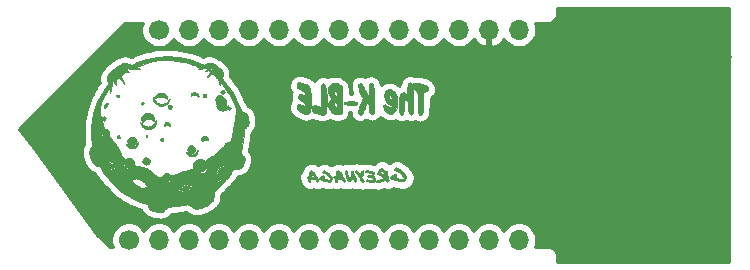
<source format=gbr>
G04 #@! TF.GenerationSoftware,KiCad,Pcbnew,(5.1.9-0-10_14)*
G04 #@! TF.CreationDate,2022-01-02T12:30:46-07:00*
G04 #@! TF.ProjectId,MS88SF2_01,4d533838-5346-4325-9f30-312e6b696361,rev?*
G04 #@! TF.SameCoordinates,Original*
G04 #@! TF.FileFunction,Copper,L2,Bot*
G04 #@! TF.FilePolarity,Positive*
%FSLAX46Y46*%
G04 Gerber Fmt 4.6, Leading zero omitted, Abs format (unit mm)*
G04 Created by KiCad (PCBNEW (5.1.9-0-10_14)) date 2022-01-02 12:30:46*
%MOMM*%
%LPD*%
G01*
G04 APERTURE LIST*
G04 #@! TA.AperFunction,EtchedComponent*
%ADD10C,0.100000*%
G04 #@! TD*
G04 #@! TA.AperFunction,EtchedComponent*
%ADD11C,0.010000*%
G04 #@! TD*
G04 #@! TA.AperFunction,ComponentPad*
%ADD12C,1.700000*%
G04 #@! TD*
G04 #@! TA.AperFunction,ComponentPad*
%ADD13O,1.700000X1.700000*%
G04 #@! TD*
G04 #@! TA.AperFunction,ViaPad*
%ADD14C,0.800000*%
G04 #@! TD*
G04 #@! TA.AperFunction,Conductor*
%ADD15C,0.254000*%
G04 #@! TD*
G04 #@! TA.AperFunction,Conductor*
%ADD16C,0.100000*%
G04 #@! TD*
G04 APERTURE END LIST*
D10*
G36*
X140882623Y-78811496D02*
G01*
X141376839Y-78506681D01*
X141283819Y-78499781D01*
X141189079Y-78484280D01*
X141214919Y-78377483D01*
X141244199Y-78265516D01*
X141254539Y-78282746D01*
X141321719Y-78363707D01*
X141375119Y-78448117D01*
X141395789Y-78479127D01*
X141414739Y-78510137D01*
X141395789Y-78508437D01*
X141376839Y-78506737D01*
X141376839Y-78506681D01*
X140882623Y-78811496D01*
X140913633Y-78871786D01*
X140960143Y-78925186D01*
X141018713Y-78963086D01*
X141087613Y-78980316D01*
X141118623Y-78968256D01*
X141134123Y-78957926D01*
X141144463Y-78952726D01*
X141151363Y-78947526D01*
X141172033Y-78938926D01*
X141165133Y-78916536D01*
X141166833Y-78895866D01*
X141187503Y-78873476D01*
X141197843Y-78863135D01*
X141206443Y-78852806D01*
X141235723Y-78820076D01*
X141189213Y-78808016D01*
X141132363Y-78777006D01*
X141120303Y-78713266D01*
X141178873Y-78711566D01*
X141225383Y-78723626D01*
X141289113Y-78739126D01*
X141358013Y-78744326D01*
X141383853Y-78744326D01*
X141409693Y-78740926D01*
X141426913Y-78737526D01*
X141433813Y-78716856D01*
X141440713Y-78709956D01*
X141459663Y-78687566D01*
X141463063Y-78649666D01*
X141473393Y-78618655D01*
X141488893Y-78661716D01*
X141495793Y-78678946D01*
X141513023Y-78682346D01*
X141518223Y-78690946D01*
X141519923Y-78699546D01*
X141528523Y-78728826D01*
X141535423Y-78735726D01*
X141542323Y-78740926D01*
X141550923Y-78771936D01*
X141561263Y-78801216D01*
X141576763Y-78846006D01*
X141580163Y-78887346D01*
X141587063Y-78906296D01*
X141606013Y-78923526D01*
X141626683Y-78933856D01*
X141637023Y-78940756D01*
X141645623Y-78944156D01*
X141650823Y-78963106D01*
X141671493Y-78966506D01*
X141699053Y-78971706D01*
X141716283Y-78973406D01*
X141733513Y-78971706D01*
X141762793Y-78947586D01*
X141786913Y-78928636D01*
X141804133Y-78897626D01*
X141807533Y-78878675D01*
X141810933Y-78861446D01*
X141816133Y-78851116D01*
X141838523Y-78830446D01*
X141819573Y-78814946D01*
X141817873Y-78785666D01*
X141745523Y-78616857D01*
X141664563Y-78451492D01*
X141638723Y-78396372D01*
X141611163Y-78341251D01*
X141612863Y-78329191D01*
X141609463Y-78313691D01*
X141578453Y-78262011D01*
X141554333Y-78213781D01*
X141526773Y-78156941D01*
X141488873Y-78100102D01*
X141461313Y-78088041D01*
X141449253Y-78084641D01*
X141433753Y-78081241D01*
X141407913Y-78084641D01*
X141323513Y-78022631D01*
X141249443Y-77924441D01*
X141232213Y-77900331D01*
X141209823Y-77914111D01*
X141185703Y-77924441D01*
X141152973Y-77933041D01*
X141094403Y-77948541D01*
X141049613Y-77974381D01*
X141037553Y-78015721D01*
X141032353Y-78043281D01*
X141023753Y-78101851D01*
X141016853Y-78167311D01*
X141003073Y-78225881D01*
X140991013Y-78282721D01*
X140973783Y-78363682D01*
X140951393Y-78436032D01*
X140934163Y-78437732D01*
X140916943Y-78432532D01*
X140894553Y-78429132D01*
X140875603Y-78427432D01*
X140868703Y-78444662D01*
X140851473Y-78461892D01*
X140818743Y-78472232D01*
X140799793Y-78487732D01*
X140786013Y-78498072D01*
X140760173Y-78508402D01*
X140773953Y-78534242D01*
X140823903Y-78594532D01*
X140894523Y-78641042D01*
X140892823Y-78661712D01*
X140887623Y-78680662D01*
X140879023Y-78740952D01*
X140879023Y-78804682D01*
X140882623Y-78811496D01*
G37*
G36*
X141810924Y-78657824D02*
G01*
X141919445Y-78773235D01*
X142067584Y-78840415D01*
X142238116Y-78886925D01*
X142408649Y-78940325D01*
X142451709Y-78942025D01*
X142486159Y-78947225D01*
X142517169Y-78952425D01*
X142551619Y-78955825D01*
X142560219Y-78959225D01*
X142565419Y-78966125D01*
X142618819Y-78971325D01*
X142656719Y-78971325D01*
X142699779Y-78976525D01*
X142737679Y-78981725D01*
X142940940Y-78890425D01*
X143021900Y-78652713D01*
X143025300Y-78642383D01*
X143032200Y-78637183D01*
X143028800Y-78607903D01*
X143027100Y-78576893D01*
X142925470Y-78401193D01*
X142789389Y-78256498D01*
X142768719Y-78235828D01*
X142753219Y-78215158D01*
X142734269Y-78197928D01*
X142708429Y-78185868D01*
X142622299Y-78110078D01*
X142517224Y-78044618D01*
X142408704Y-77980888D01*
X142308794Y-77908538D01*
X142281234Y-77913738D01*
X142262284Y-77913738D01*
X142229554Y-77949908D01*
X142186494Y-77972298D01*
X142145154Y-77998138D01*
X142115874Y-78039478D01*
X142126214Y-78048078D01*
X142121014Y-78063578D01*
X142119314Y-78079078D01*
X142131374Y-78085978D01*
X142121044Y-78096318D01*
X142110704Y-78104918D01*
X142115904Y-78118698D01*
X142115904Y-78135928D01*
X142193424Y-78178988D01*
X142281274Y-78223778D01*
X142376014Y-78273728D01*
X142470754Y-78334018D01*
X142565494Y-78411539D01*
X142658514Y-78499389D01*
X142742924Y-78595849D01*
X142810104Y-78692309D01*
X142803204Y-78706089D01*
X142794604Y-78718149D01*
X142692974Y-78718149D01*
X142596514Y-78723349D01*
X142589614Y-78713009D01*
X142581014Y-78702669D01*
X142398424Y-78671659D01*
X142226169Y-78625149D01*
X142252009Y-78616549D01*
X142272679Y-78607949D01*
X142272679Y-78594169D01*
X142255449Y-78580389D01*
X142295069Y-78545939D01*
X142312299Y-78490819D01*
X142301969Y-78470149D01*
X142312299Y-78451199D01*
X142320899Y-78451199D01*
X142324299Y-78456399D01*
X142325999Y-78463299D01*
X142334599Y-78461599D01*
X142327699Y-78435759D01*
X142317359Y-78411649D01*
X142198504Y-78332408D01*
X142151994Y-78363419D01*
X142095154Y-78396149D01*
X142033144Y-78428879D01*
X141972854Y-78459889D01*
X141929794Y-78487449D01*
X141893624Y-78523619D01*
X141859174Y-78558069D01*
X141816114Y-78587349D01*
X141814414Y-78623519D01*
X141811014Y-78657969D01*
X141810924Y-78657824D01*
G37*
G36*
X143147622Y-78823189D02*
G01*
X143645438Y-78525188D01*
X143552418Y-78518288D01*
X143457678Y-78502788D01*
X143483518Y-78395990D01*
X143512798Y-78284023D01*
X143523128Y-78301253D01*
X143590308Y-78382214D01*
X143643708Y-78466624D01*
X143664378Y-78497634D01*
X143683328Y-78528644D01*
X143664378Y-78526944D01*
X143645428Y-78525244D01*
X143645438Y-78525188D01*
X143147622Y-78823189D01*
X143178632Y-78883479D01*
X143225142Y-78936879D01*
X143283712Y-78974779D01*
X143352612Y-78992009D01*
X143383622Y-78979949D01*
X143399122Y-78969619D01*
X143409462Y-78964419D01*
X143416362Y-78959219D01*
X143437032Y-78950619D01*
X143430132Y-78928229D01*
X143431832Y-78907559D01*
X143452502Y-78885169D01*
X143462842Y-78874829D01*
X143471442Y-78864498D01*
X143500722Y-78831769D01*
X143454212Y-78819709D01*
X143397362Y-78788699D01*
X143385302Y-78724959D01*
X143443872Y-78723259D01*
X143490382Y-78735319D01*
X143554112Y-78750819D01*
X143623012Y-78756019D01*
X143648852Y-78756019D01*
X143674692Y-78752619D01*
X143691912Y-78749219D01*
X143698812Y-78728549D01*
X143705712Y-78721649D01*
X143724662Y-78699259D01*
X143728062Y-78661359D01*
X143738392Y-78630349D01*
X143753892Y-78673409D01*
X143760792Y-78690639D01*
X143778022Y-78694039D01*
X143783222Y-78702639D01*
X143784922Y-78711239D01*
X143793522Y-78740519D01*
X143800422Y-78747419D01*
X143807322Y-78752619D01*
X143815922Y-78783629D01*
X143826262Y-78812909D01*
X143841762Y-78857699D01*
X143845162Y-78899039D01*
X143852062Y-78917989D01*
X143871012Y-78935219D01*
X143891682Y-78945549D01*
X143902022Y-78952449D01*
X143910622Y-78955849D01*
X143915822Y-78974799D01*
X143936492Y-78978199D01*
X143964052Y-78983399D01*
X143981282Y-78985099D01*
X143998512Y-78983399D01*
X144027792Y-78959279D01*
X144051912Y-78940329D01*
X144069132Y-78909319D01*
X144072532Y-78890369D01*
X144075932Y-78873139D01*
X144081132Y-78862809D01*
X144103522Y-78842139D01*
X144084572Y-78826639D01*
X144082872Y-78797359D01*
X144010522Y-78628550D01*
X143929562Y-78463185D01*
X143903722Y-78408065D01*
X143876162Y-78352944D01*
X143877862Y-78340884D01*
X143874462Y-78325384D01*
X143843452Y-78273704D01*
X143819332Y-78225474D01*
X143791772Y-78168634D01*
X143753872Y-78111794D01*
X143726312Y-78099735D01*
X143714252Y-78096334D01*
X143698752Y-78092934D01*
X143672912Y-78096334D01*
X143588512Y-78034324D01*
X143514442Y-77936134D01*
X143497212Y-77912024D01*
X143474822Y-77925804D01*
X143450702Y-77936134D01*
X143417972Y-77944734D01*
X143359402Y-77960234D01*
X143314612Y-77986074D01*
X143302552Y-78027414D01*
X143297352Y-78054974D01*
X143288752Y-78113544D01*
X143281852Y-78179004D01*
X143268072Y-78237574D01*
X143256012Y-78294414D01*
X143238792Y-78375375D01*
X143216402Y-78447725D01*
X143199172Y-78449425D01*
X143181952Y-78444225D01*
X143159562Y-78440825D01*
X143140612Y-78439125D01*
X143133712Y-78456355D01*
X143116482Y-78473585D01*
X143083752Y-78483925D01*
X143064802Y-78499425D01*
X143051022Y-78509765D01*
X143025182Y-78520095D01*
X143038962Y-78545935D01*
X143088912Y-78606225D01*
X143159532Y-78652735D01*
X143157832Y-78673405D01*
X143152632Y-78692355D01*
X143144032Y-78752645D01*
X143144032Y-78816375D01*
X143147622Y-78823189D01*
G37*
G36*
X144701360Y-78654379D02*
G01*
X144723750Y-78673329D01*
X144737530Y-78702609D01*
X144749590Y-78731889D01*
X144766820Y-78743949D01*
X144777150Y-78768069D01*
X144790930Y-78790459D01*
X144801260Y-78814579D01*
X144797860Y-78843859D01*
X144815080Y-78873139D01*
X144823680Y-78909309D01*
X144837460Y-78938589D01*
X144875360Y-78948929D01*
X144877060Y-78957529D01*
X144871860Y-78969589D01*
X144901140Y-78971289D01*
X144923530Y-78979889D01*
X144978650Y-78943719D01*
X145016550Y-78886879D01*
X145045830Y-78821419D01*
X145069950Y-78764579D01*
X145068250Y-78728409D01*
X145080310Y-78697399D01*
X145058970Y-78652239D01*
X145037140Y-78606319D01*
X145014830Y-78559649D01*
X144992030Y-78512229D01*
X144968750Y-78464049D01*
X144944980Y-78415119D01*
X144920730Y-78365429D01*
X144895990Y-78314988D01*
X144871170Y-78264248D01*
X144846680Y-78213678D01*
X144822510Y-78163268D01*
X144798660Y-78113018D01*
X144775140Y-78062928D01*
X144751940Y-78012998D01*
X144729060Y-77963228D01*
X144706510Y-77913628D01*
X144629000Y-77949798D01*
X144558380Y-77994588D01*
X144503260Y-78054878D01*
X144473980Y-78128948D01*
X144482580Y-78137548D01*
X144489480Y-78139248D01*
X144482580Y-78151308D01*
X144482580Y-78158208D01*
X144482580Y-78168548D01*
X144477380Y-78184048D01*
X144487710Y-78185748D01*
X144498050Y-78185748D01*
X144494650Y-78216758D01*
X144501550Y-78239148D01*
X144510150Y-78259818D01*
X144508450Y-78287378D01*
X144517050Y-78290778D01*
X144520450Y-78295979D01*
X144525650Y-78301178D01*
X144532550Y-78301178D01*
X144529150Y-78376969D01*
X144532550Y-78454479D01*
X144530850Y-78535439D01*
X144518790Y-78621569D01*
X144420610Y-78528549D01*
X144360320Y-78401080D01*
X144324150Y-78249495D01*
X144298310Y-78084130D01*
X144274190Y-78046230D01*
X144258690Y-77999720D01*
X144244910Y-77949770D01*
X144227680Y-77903260D01*
X144184620Y-77920490D01*
X144150170Y-77948050D01*
X144117440Y-77975610D01*
X144074380Y-77991110D01*
X144036480Y-78047950D01*
X144014090Y-78106520D01*
X144027870Y-78137530D01*
X144036470Y-78171980D01*
X144050250Y-78204710D01*
X144074370Y-78228830D01*
X144088150Y-78311510D01*
X144103650Y-78383861D01*
X144115710Y-78459651D01*
X144119110Y-78544051D01*
X144148390Y-78628451D01*
X144172510Y-78709411D01*
X144215570Y-78762811D01*
X144248300Y-78824821D01*
X144256900Y-78828221D01*
X144268960Y-78823021D01*
X144268960Y-78833361D01*
X144274160Y-78840261D01*
X144277560Y-78847161D01*
X144274160Y-78860941D01*
X144317220Y-78890221D01*
X144358560Y-78924671D01*
X144410240Y-78945341D01*
X144487750Y-78933281D01*
X144613496Y-78814425D01*
X144701346Y-78654228D01*
X144701360Y-78654379D01*
G37*
G36*
X145209512Y-78516575D02*
G01*
X145230182Y-78542415D01*
X145247412Y-78571695D01*
X145266362Y-78607865D01*
X145292202Y-78638875D01*
X145309432Y-78680215D01*
X145336992Y-78712945D01*
X145417952Y-78862807D01*
X145428292Y-78893817D01*
X145443792Y-78921377D01*
X145450692Y-78933437D01*
X145455892Y-78942037D01*
X145459292Y-78959267D01*
X145478242Y-78983387D01*
X145497192Y-79002337D01*
X145509252Y-79016117D01*
X145535092Y-79026447D01*
X145688398Y-78892089D01*
X145686698Y-78874859D01*
X145681498Y-78857639D01*
X145674598Y-78836969D01*
X145659098Y-78788739D01*
X145629818Y-78745679D01*
X145614318Y-78707779D01*
X145572978Y-78626819D01*
X145535078Y-78561359D01*
X145512688Y-78523459D01*
X145554028Y-78473509D01*
X145593648Y-78390829D01*
X145617768Y-78320208D01*
X145622968Y-78282308D01*
X145629868Y-78249578D01*
X145638468Y-78211678D01*
X145641868Y-78172058D01*
X145652198Y-78147938D01*
X145648798Y-78130708D01*
X145647098Y-78099698D01*
X145655698Y-78058358D01*
X145664298Y-78020458D01*
X145665998Y-77979118D01*
X145655658Y-77941218D01*
X145622928Y-77908488D01*
X145593648Y-77906788D01*
X145564368Y-77924018D01*
X145535088Y-77939518D01*
X145498918Y-77956748D01*
X145462748Y-77979138D01*
X145450688Y-78003258D01*
X145428298Y-78022208D01*
X145428298Y-78041158D01*
X145426598Y-78060108D01*
X145419698Y-78087668D01*
X145412798Y-78108339D01*
X145407598Y-78154848D01*
X145397268Y-78194468D01*
X145386938Y-78234088D01*
X145385238Y-78278878D01*
X145368008Y-78266818D01*
X145361108Y-78261618D01*
X145354208Y-78256418D01*
X145252578Y-78118614D01*
X145255978Y-78101384D01*
X145219808Y-78066934D01*
X145193968Y-78041094D01*
X145171578Y-78015254D01*
X145152628Y-78001474D01*
X144995876Y-77894676D01*
X144971756Y-77891276D01*
X144964856Y-77913666D01*
X144937296Y-77948116D01*
X144890786Y-77977396D01*
X144875286Y-77987736D01*
X144866686Y-78013576D01*
X144868386Y-78029076D01*
X144861486Y-78046306D01*
X144895936Y-78106596D01*
X144933836Y-78141046D01*
X144963116Y-78166886D01*
X144982066Y-78194446D01*
X144994126Y-78208226D01*
X145040636Y-78263346D01*
X145045836Y-78284016D01*
X145066506Y-78284016D01*
X145075106Y-78290916D01*
X145092336Y-78320196D01*
X145109556Y-78342586D01*
X145118156Y-78351187D01*
X145123356Y-78364967D01*
X145128556Y-78378747D01*
X145156116Y-78413197D01*
X145168176Y-78437317D01*
X145181956Y-78464877D01*
X145200906Y-78490717D01*
X145209512Y-78516575D01*
G37*
G36*
X145719386Y-77998087D02*
G01*
X145719386Y-78017037D01*
X145721086Y-78027367D01*
X145721086Y-78039427D01*
X145717686Y-78056657D01*
X145802096Y-78137617D01*
X145903726Y-78168627D01*
X146017414Y-78187577D01*
X146131102Y-78232367D01*
X146172442Y-78232367D01*
X146224122Y-78237567D01*
X146249962Y-78253067D01*
X146280972Y-78261667D01*
X146275772Y-78294398D01*
X146270572Y-78320237D01*
X146137935Y-78318537D01*
X145993241Y-78309937D01*
X145994941Y-78321997D01*
X145996641Y-78330597D01*
X145972521Y-78352987D01*
X145948401Y-78377108D01*
X145924281Y-78397778D01*
X145893271Y-78402978D01*
X145884671Y-78433988D01*
X145888071Y-78466718D01*
X145943191Y-78506338D01*
X146001761Y-78540788D01*
X146065491Y-78566628D01*
X146139561Y-78573528D01*
X146153341Y-78573528D01*
X146163681Y-78568328D01*
X146203301Y-78573528D01*
X146241201Y-78578728D01*
X146287711Y-78571828D01*
X146334221Y-78564928D01*
X146384171Y-78642438D01*
X146423791Y-78730288D01*
X146327331Y-78737188D01*
X146253261Y-78731988D01*
X146182641Y-78723388D01*
X146091341Y-78719988D01*
X146010381Y-78695868D01*
X145922531Y-78675198D01*
X145898411Y-78694148D01*
X145879461Y-78718268D01*
X145858791Y-78737218D01*
X145832951Y-78744118D01*
X145824351Y-78761348D01*
X145819151Y-78778568D01*
X145813951Y-78794068D01*
X145798451Y-78797468D01*
X145858741Y-78885318D01*
X145934531Y-78930108D01*
X146030991Y-78954218D01*
X146146402Y-78974888D01*
X146172242Y-78973188D01*
X146196362Y-78969788D01*
X146291102Y-78985288D01*
X146403068Y-78990488D01*
X146511588Y-78974988D01*
X146595988Y-78930198D01*
X146614938Y-78902638D01*
X146637328Y-78876798D01*
X146644228Y-78826848D01*
X146654558Y-78770008D01*
X146663158Y-78709718D01*
X146659758Y-78656318D01*
X146639088Y-78609808D01*
X146627028Y-78565018D01*
X146616688Y-78556418D01*
X146602908Y-78549518D01*
X146580518Y-78490948D01*
X146556398Y-78437548D01*
X146530558Y-78385868D01*
X146504718Y-78325577D01*
X146540888Y-78277347D01*
X146556388Y-78223947D01*
X146564988Y-78168827D01*
X146577048Y-78110257D01*
X146535708Y-78068917D01*
X146480588Y-78041357D01*
X146416848Y-78024127D01*
X146344498Y-78008627D01*
X146222197Y-77974177D01*
X146115399Y-77955227D01*
X146005156Y-77939727D01*
X145875965Y-77919057D01*
X145846685Y-77934557D01*
X145831185Y-77925957D01*
X145822585Y-77915627D01*
X145779525Y-77965577D01*
X145719235Y-77998307D01*
X145719386Y-77998087D01*
G37*
G36*
X147772664Y-78819743D02*
G01*
X147349093Y-78210105D01*
X147378373Y-78289345D01*
X147226789Y-78249725D01*
X147076927Y-78187715D01*
X147121717Y-78086085D01*
X147197507Y-78032685D01*
X147197513Y-78032685D01*
X147247463Y-78092975D01*
X147302583Y-78148095D01*
X147349093Y-78210105D01*
X147772664Y-78819743D01*
X147788164Y-78807683D01*
X147803664Y-78778403D01*
X147784714Y-78778403D01*
X147791614Y-78709503D01*
X147776114Y-78647493D01*
X147762334Y-78588923D01*
X147767534Y-78528633D01*
X147755474Y-78525233D01*
X147748574Y-78501113D01*
X147746874Y-78470103D01*
X147748574Y-78442543D01*
X147714124Y-78332299D01*
X147690004Y-78220334D01*
X147667614Y-78111813D01*
X147633164Y-78011903D01*
X147583214Y-78018803D01*
X147547044Y-78041193D01*
X147452304Y-77941283D01*
X147369624Y-77827595D01*
X147273164Y-77727685D01*
X147140527Y-77676005D01*
X147047507Y-77739735D01*
X146963097Y-77822415D01*
X146937257Y-77841365D01*
X146909697Y-77858595D01*
X146909697Y-77884435D01*
X146870077Y-77937835D01*
X146840797Y-78001565D01*
X146814957Y-78068745D01*
X146787397Y-78132475D01*
X146790797Y-78151425D01*
X146787397Y-78166925D01*
X146782197Y-78184145D01*
X146780497Y-78206535D01*
X146840787Y-78354674D01*
X146968256Y-78445975D01*
X147126730Y-78506265D01*
X147280037Y-78559665D01*
X147273137Y-78566565D01*
X147267937Y-78576895D01*
X147188697Y-78626845D01*
X147135297Y-78659575D01*
X147080177Y-78680245D01*
X146995767Y-78700915D01*
X146913087Y-78721585D01*
X146857967Y-78733645D01*
X146806287Y-78740545D01*
X146732217Y-78749145D01*
X146701207Y-78793935D01*
X146683977Y-78845615D01*
X146682277Y-78895565D01*
X146696057Y-78931735D01*
X146687457Y-78938635D01*
X146670237Y-78938635D01*
X146690907Y-78959305D01*
X146708137Y-78983425D01*
X146728807Y-79005815D01*
X146756367Y-79017875D01*
X146914842Y-79019575D01*
X147161166Y-78940335D01*
X147281744Y-78890385D01*
X147362704Y-78847325D01*
X147426434Y-78800815D01*
X147493614Y-78740525D01*
X147500514Y-78747425D01*
X147505714Y-78754325D01*
X147533274Y-78866289D01*
X147584954Y-78954140D01*
X147622854Y-78959340D01*
X147645244Y-78978290D01*
X147671084Y-78976590D01*
X147686584Y-78967990D01*
X147702084Y-78957650D01*
X147729644Y-78954250D01*
X147739984Y-78924970D01*
X147767544Y-78911190D01*
X147764144Y-78885350D01*
X147769344Y-78864679D01*
X147776244Y-78844010D01*
X147772844Y-78819890D01*
X147772664Y-78819743D01*
G37*
G36*
X149307799Y-78551371D02*
G01*
X149302599Y-78516921D01*
X149300899Y-78477301D01*
X149180320Y-78267149D01*
X149016678Y-78094894D01*
X148992568Y-78070774D01*
X148973618Y-78044934D01*
X148951228Y-78024264D01*
X148920218Y-78010484D01*
X148816866Y-77919184D01*
X148691120Y-77839944D01*
X148560206Y-77762434D01*
X148439628Y-77676304D01*
X148410348Y-77684904D01*
X148386228Y-77683204D01*
X148346608Y-77729714D01*
X148294928Y-77755554D01*
X148244978Y-77786564D01*
X148208808Y-77834794D01*
X148220868Y-77843394D01*
X148215668Y-77862344D01*
X148212268Y-77881294D01*
X148227768Y-77889894D01*
X148215708Y-77901954D01*
X148203648Y-77914014D01*
X148208848Y-77931234D01*
X148208848Y-77950184D01*
X148301868Y-78003584D01*
X148408666Y-78055264D01*
X148522354Y-78115554D01*
X148636042Y-78187904D01*
X148751453Y-78279204D01*
X148861696Y-78386003D01*
X148961606Y-78501414D01*
X149040846Y-78616825D01*
X149032246Y-78632325D01*
X149021916Y-78647825D01*
X148899615Y-78647825D01*
X148785927Y-78654725D01*
X148777327Y-78640945D01*
X148766987Y-78628885D01*
X148548223Y-78590985D01*
X148341517Y-78535865D01*
X148396637Y-78516915D01*
X148396637Y-78499685D01*
X148377687Y-78482465D01*
X148424197Y-78441125D01*
X148444867Y-78373945D01*
X148432807Y-78349834D01*
X148444867Y-78327444D01*
X148455207Y-78327444D01*
X148458607Y-78334344D01*
X148462007Y-78341244D01*
X148470607Y-78341244D01*
X148462007Y-78310234D01*
X148451667Y-78280954D01*
X148308696Y-78186214D01*
X148253576Y-78222384D01*
X148184676Y-78260284D01*
X148110606Y-78299904D01*
X148039986Y-78337804D01*
X147986586Y-78372255D01*
X147943526Y-78413595D01*
X147902186Y-78454935D01*
X147852236Y-78489384D01*
X147848836Y-78534175D01*
X147845436Y-78575515D01*
X147924676Y-78675425D01*
X148029751Y-78744325D01*
X148152052Y-78794275D01*
X148286411Y-78832175D01*
X148425937Y-78870075D01*
X148562018Y-78914865D01*
X148611968Y-78916565D01*
X148651588Y-78921765D01*
X148689488Y-78928665D01*
X148730828Y-78933865D01*
X148742888Y-78937265D01*
X148749788Y-78945865D01*
X148811798Y-78951065D01*
X148858308Y-78951065D01*
X148908258Y-78957965D01*
X148956488Y-78963165D01*
X149199367Y-78852922D01*
X149295827Y-78568701D01*
X149299227Y-78558371D01*
X149307827Y-78551471D01*
X149307799Y-78551371D01*
G37*
D11*
G36*
X149443592Y-70516066D02*
G01*
X149394580Y-70580975D01*
X149356878Y-70684537D01*
X149330328Y-70827343D01*
X149314771Y-71009982D01*
X149310034Y-71212151D01*
X149309666Y-71526552D01*
X149231831Y-71458211D01*
X149119994Y-71379016D01*
X149009112Y-71340140D01*
X148911821Y-71337602D01*
X148824072Y-71360948D01*
X148752334Y-71411046D01*
X148695457Y-71490500D01*
X148652289Y-71601912D01*
X148621681Y-71747883D01*
X148602482Y-71931017D01*
X148596265Y-72051333D01*
X148592920Y-72219687D01*
X148594577Y-72392916D01*
X148600725Y-72563906D01*
X148610854Y-72725542D01*
X148624453Y-72870708D01*
X148641012Y-72992290D01*
X148660020Y-73083173D01*
X148673041Y-73121505D01*
X148721582Y-73196647D01*
X148782051Y-73232295D01*
X148852213Y-73227488D01*
X148884866Y-73212711D01*
X148918246Y-73187626D01*
X148944941Y-73150612D01*
X148965962Y-73096744D01*
X148982325Y-73021097D01*
X148995042Y-72918748D01*
X149005127Y-72784773D01*
X149013594Y-72614246D01*
X149014976Y-72580500D01*
X149022028Y-72416285D01*
X149028870Y-72288934D01*
X149036152Y-72192986D01*
X149044526Y-72122979D01*
X149054643Y-72073453D01*
X149067155Y-72038947D01*
X149082482Y-72014291D01*
X149125828Y-71989898D01*
X149185633Y-71996515D01*
X149251609Y-72032340D01*
X149269439Y-72047049D01*
X149335713Y-72106265D01*
X149364056Y-72514925D01*
X149378604Y-72699192D01*
X149394607Y-72845968D01*
X149413177Y-72960092D01*
X149435424Y-73046405D01*
X149462463Y-73109748D01*
X149495403Y-73154960D01*
X149515216Y-73172898D01*
X149586518Y-73208983D01*
X149653341Y-73204446D01*
X149712311Y-73160985D01*
X149760051Y-73080296D01*
X149773677Y-73042966D01*
X149792433Y-72957266D01*
X149806759Y-72835456D01*
X149816749Y-72683516D01*
X149822502Y-72507426D01*
X149824112Y-72313166D01*
X149821676Y-72106718D01*
X149815291Y-71894060D01*
X149805052Y-71681173D01*
X149791057Y-71474038D01*
X149773400Y-71278635D01*
X149752179Y-71100944D01*
X149741225Y-71026661D01*
X149728137Y-70943905D01*
X149807896Y-71021367D01*
X149861718Y-71065365D01*
X149932497Y-71112551D01*
X150008089Y-71156031D01*
X150076351Y-71188908D01*
X150125137Y-71204288D01*
X150130718Y-71204666D01*
X150143099Y-71221651D01*
X150153939Y-71273370D01*
X150163302Y-71360967D01*
X150171250Y-71485586D01*
X150177846Y-71648372D01*
X150183153Y-71850469D01*
X150187235Y-72093022D01*
X150189199Y-72266415D01*
X150191947Y-72477125D01*
X150195840Y-72661352D01*
X150200753Y-72815890D01*
X150206565Y-72937536D01*
X150213152Y-73023087D01*
X150219983Y-73067890D01*
X150259110Y-73161572D01*
X150314617Y-73224550D01*
X150380894Y-73253567D01*
X150452333Y-73245371D01*
X150490411Y-73224798D01*
X150532860Y-73187289D01*
X150564873Y-73137961D01*
X150588437Y-73070064D01*
X150605540Y-72976842D01*
X150618167Y-72851543D01*
X150623576Y-72772286D01*
X150628335Y-72672302D01*
X150632683Y-72539168D01*
X150636429Y-72382068D01*
X150639382Y-72210184D01*
X150641353Y-72032700D01*
X150642128Y-71876708D01*
X150643166Y-71268166D01*
X150775458Y-71268133D01*
X150901953Y-71255821D01*
X151000670Y-71220158D01*
X151067387Y-71162951D01*
X151083288Y-71136328D01*
X151098760Y-71057205D01*
X151079231Y-70969619D01*
X151029010Y-70880814D01*
X150952408Y-70798035D01*
X150853733Y-70728526D01*
X150834636Y-70718327D01*
X150722082Y-70670816D01*
X150583899Y-70627637D01*
X150431332Y-70590906D01*
X150275628Y-70562743D01*
X150128033Y-70545267D01*
X149999795Y-70540595D01*
X149923500Y-70546703D01*
X149827310Y-70568862D01*
X149763441Y-70602488D01*
X149722248Y-70653490D01*
X149711352Y-70676660D01*
X149683899Y-70742939D01*
X149646535Y-70644506D01*
X149610253Y-70560197D01*
X149576356Y-70510872D01*
X149538868Y-70490014D01*
X149504072Y-70489221D01*
X149443592Y-70516066D01*
G37*
X149443592Y-70516066D02*
X149394580Y-70580975D01*
X149356878Y-70684537D01*
X149330328Y-70827343D01*
X149314771Y-71009982D01*
X149310034Y-71212151D01*
X149309666Y-71526552D01*
X149231831Y-71458211D01*
X149119994Y-71379016D01*
X149009112Y-71340140D01*
X148911821Y-71337602D01*
X148824072Y-71360948D01*
X148752334Y-71411046D01*
X148695457Y-71490500D01*
X148652289Y-71601912D01*
X148621681Y-71747883D01*
X148602482Y-71931017D01*
X148596265Y-72051333D01*
X148592920Y-72219687D01*
X148594577Y-72392916D01*
X148600725Y-72563906D01*
X148610854Y-72725542D01*
X148624453Y-72870708D01*
X148641012Y-72992290D01*
X148660020Y-73083173D01*
X148673041Y-73121505D01*
X148721582Y-73196647D01*
X148782051Y-73232295D01*
X148852213Y-73227488D01*
X148884866Y-73212711D01*
X148918246Y-73187626D01*
X148944941Y-73150612D01*
X148965962Y-73096744D01*
X148982325Y-73021097D01*
X148995042Y-72918748D01*
X149005127Y-72784773D01*
X149013594Y-72614246D01*
X149014976Y-72580500D01*
X149022028Y-72416285D01*
X149028870Y-72288934D01*
X149036152Y-72192986D01*
X149044526Y-72122979D01*
X149054643Y-72073453D01*
X149067155Y-72038947D01*
X149082482Y-72014291D01*
X149125828Y-71989898D01*
X149185633Y-71996515D01*
X149251609Y-72032340D01*
X149269439Y-72047049D01*
X149335713Y-72106265D01*
X149364056Y-72514925D01*
X149378604Y-72699192D01*
X149394607Y-72845968D01*
X149413177Y-72960092D01*
X149435424Y-73046405D01*
X149462463Y-73109748D01*
X149495403Y-73154960D01*
X149515216Y-73172898D01*
X149586518Y-73208983D01*
X149653341Y-73204446D01*
X149712311Y-73160985D01*
X149760051Y-73080296D01*
X149773677Y-73042966D01*
X149792433Y-72957266D01*
X149806759Y-72835456D01*
X149816749Y-72683516D01*
X149822502Y-72507426D01*
X149824112Y-72313166D01*
X149821676Y-72106718D01*
X149815291Y-71894060D01*
X149805052Y-71681173D01*
X149791057Y-71474038D01*
X149773400Y-71278635D01*
X149752179Y-71100944D01*
X149741225Y-71026661D01*
X149728137Y-70943905D01*
X149807896Y-71021367D01*
X149861718Y-71065365D01*
X149932497Y-71112551D01*
X150008089Y-71156031D01*
X150076351Y-71188908D01*
X150125137Y-71204288D01*
X150130718Y-71204666D01*
X150143099Y-71221651D01*
X150153939Y-71273370D01*
X150163302Y-71360967D01*
X150171250Y-71485586D01*
X150177846Y-71648372D01*
X150183153Y-71850469D01*
X150187235Y-72093022D01*
X150189199Y-72266415D01*
X150191947Y-72477125D01*
X150195840Y-72661352D01*
X150200753Y-72815890D01*
X150206565Y-72937536D01*
X150213152Y-73023087D01*
X150219983Y-73067890D01*
X150259110Y-73161572D01*
X150314617Y-73224550D01*
X150380894Y-73253567D01*
X150452333Y-73245371D01*
X150490411Y-73224798D01*
X150532860Y-73187289D01*
X150564873Y-73137961D01*
X150588437Y-73070064D01*
X150605540Y-72976842D01*
X150618167Y-72851543D01*
X150623576Y-72772286D01*
X150628335Y-72672302D01*
X150632683Y-72539168D01*
X150636429Y-72382068D01*
X150639382Y-72210184D01*
X150641353Y-72032700D01*
X150642128Y-71876708D01*
X150643166Y-71268166D01*
X150775458Y-71268133D01*
X150901953Y-71255821D01*
X151000670Y-71220158D01*
X151067387Y-71162951D01*
X151083288Y-71136328D01*
X151098760Y-71057205D01*
X151079231Y-70969619D01*
X151029010Y-70880814D01*
X150952408Y-70798035D01*
X150853733Y-70728526D01*
X150834636Y-70718327D01*
X150722082Y-70670816D01*
X150583899Y-70627637D01*
X150431332Y-70590906D01*
X150275628Y-70562743D01*
X150128033Y-70545267D01*
X149999795Y-70540595D01*
X149923500Y-70546703D01*
X149827310Y-70568862D01*
X149763441Y-70602488D01*
X149722248Y-70653490D01*
X149711352Y-70676660D01*
X149683899Y-70742939D01*
X149646535Y-70644506D01*
X149610253Y-70560197D01*
X149576356Y-70510872D01*
X149538868Y-70490014D01*
X149504072Y-70489221D01*
X149443592Y-70516066D01*
G36*
X142119833Y-70590809D02*
G01*
X142065604Y-70647220D01*
X142050221Y-70674086D01*
X142027284Y-70725702D01*
X142008511Y-70784901D01*
X141993597Y-70855930D01*
X141982239Y-70943035D01*
X141974133Y-71050461D01*
X141968974Y-71182456D01*
X141966458Y-71343264D01*
X141966282Y-71537132D01*
X141968141Y-71768307D01*
X141968657Y-71813208D01*
X141970342Y-71986161D01*
X141971173Y-72144937D01*
X141971180Y-72284762D01*
X141970394Y-72400864D01*
X141968845Y-72488472D01*
X141966563Y-72542813D01*
X141963912Y-72559333D01*
X141937999Y-72552942D01*
X141884977Y-72536401D01*
X141833206Y-72519049D01*
X141656856Y-72467488D01*
X141505594Y-72442168D01*
X141381148Y-72442758D01*
X141285242Y-72468927D01*
X141219602Y-72520343D01*
X141185954Y-72596675D01*
X141181666Y-72644089D01*
X141202349Y-72756907D01*
X141263464Y-72862052D01*
X141363615Y-72958356D01*
X141501406Y-73044655D01*
X141675439Y-73119782D01*
X141799575Y-73159849D01*
X141936488Y-73194899D01*
X142059640Y-73217934D01*
X142160468Y-73227692D01*
X142229416Y-73223148D01*
X142318054Y-73188941D01*
X142372016Y-73134150D01*
X142386282Y-73101097D01*
X142406716Y-73015091D01*
X142426295Y-72895316D01*
X142444339Y-72750337D01*
X142460169Y-72588719D01*
X142473109Y-72419027D01*
X142482478Y-72249824D01*
X142487599Y-72089677D01*
X142487792Y-71947149D01*
X142484535Y-71860833D01*
X142466332Y-71587137D01*
X142447128Y-71353047D01*
X142426418Y-71155837D01*
X142403698Y-70992780D01*
X142378462Y-70861153D01*
X142350204Y-70758230D01*
X142318418Y-70681284D01*
X142282601Y-70627592D01*
X142250627Y-70599498D01*
X142182442Y-70574554D01*
X142119833Y-70590809D01*
G37*
X142119833Y-70590809D02*
X142065604Y-70647220D01*
X142050221Y-70674086D01*
X142027284Y-70725702D01*
X142008511Y-70784901D01*
X141993597Y-70855930D01*
X141982239Y-70943035D01*
X141974133Y-71050461D01*
X141968974Y-71182456D01*
X141966458Y-71343264D01*
X141966282Y-71537132D01*
X141968141Y-71768307D01*
X141968657Y-71813208D01*
X141970342Y-71986161D01*
X141971173Y-72144937D01*
X141971180Y-72284762D01*
X141970394Y-72400864D01*
X141968845Y-72488472D01*
X141966563Y-72542813D01*
X141963912Y-72559333D01*
X141937999Y-72552942D01*
X141884977Y-72536401D01*
X141833206Y-72519049D01*
X141656856Y-72467488D01*
X141505594Y-72442168D01*
X141381148Y-72442758D01*
X141285242Y-72468927D01*
X141219602Y-72520343D01*
X141185954Y-72596675D01*
X141181666Y-72644089D01*
X141202349Y-72756907D01*
X141263464Y-72862052D01*
X141363615Y-72958356D01*
X141501406Y-73044655D01*
X141675439Y-73119782D01*
X141799575Y-73159849D01*
X141936488Y-73194899D01*
X142059640Y-73217934D01*
X142160468Y-73227692D01*
X142229416Y-73223148D01*
X142318054Y-73188941D01*
X142372016Y-73134150D01*
X142386282Y-73101097D01*
X142406716Y-73015091D01*
X142426295Y-72895316D01*
X142444339Y-72750337D01*
X142460169Y-72588719D01*
X142473109Y-72419027D01*
X142482478Y-72249824D01*
X142487599Y-72089677D01*
X142487792Y-71947149D01*
X142484535Y-71860833D01*
X142466332Y-71587137D01*
X142447128Y-71353047D01*
X142426418Y-71155837D01*
X142403698Y-70992780D01*
X142378462Y-70861153D01*
X142350204Y-70758230D01*
X142318418Y-70681284D01*
X142282601Y-70627592D01*
X142250627Y-70599498D01*
X142182442Y-70574554D01*
X142119833Y-70590809D01*
G36*
X146135039Y-70560170D02*
G01*
X146119797Y-70574958D01*
X146086969Y-70617144D01*
X146062011Y-70666378D01*
X146043978Y-70728691D01*
X146031920Y-70810118D01*
X146024892Y-70916691D01*
X146021945Y-71054445D01*
X146021929Y-71198268D01*
X146024239Y-71604620D01*
X145976402Y-71547518D01*
X145893451Y-71435377D01*
X145807736Y-71296528D01*
X145727549Y-71145126D01*
X145680497Y-71042428D01*
X145617799Y-70904762D01*
X145554406Y-70782548D01*
X145494191Y-70682376D01*
X145441030Y-70610836D01*
X145408892Y-70580470D01*
X145337431Y-70552034D01*
X145262791Y-70556505D01*
X145203333Y-70590833D01*
X145180301Y-70621902D01*
X145167259Y-70665106D01*
X145161735Y-70731992D01*
X145161000Y-70788530D01*
X145177377Y-70975038D01*
X145224145Y-71176274D01*
X145297753Y-71381659D01*
X145394656Y-71580618D01*
X145466002Y-71697802D01*
X145542051Y-71812375D01*
X145381437Y-72191146D01*
X145298053Y-72393978D01*
X145234021Y-72564579D01*
X145188001Y-72707652D01*
X145158652Y-72827898D01*
X145144634Y-72930018D01*
X145144608Y-73018713D01*
X145144812Y-73021251D01*
X145167119Y-73120669D01*
X145211415Y-73186250D01*
X145272538Y-73216019D01*
X145345330Y-73208002D01*
X145424628Y-73160222D01*
X145449058Y-73137697D01*
X145485294Y-73097329D01*
X145520064Y-73048336D01*
X145555949Y-72985395D01*
X145595529Y-72903182D01*
X145641385Y-72796377D01*
X145696097Y-72659657D01*
X145755126Y-72506416D01*
X145794914Y-72402374D01*
X145829340Y-72313181D01*
X145855636Y-72245942D01*
X145871034Y-72207763D01*
X145873746Y-72201839D01*
X145892236Y-72208357D01*
X145932263Y-72234376D01*
X145954174Y-72250542D01*
X145998759Y-72288642D01*
X146020905Y-72325402D01*
X146028362Y-72378117D01*
X146029007Y-72417535D01*
X146032891Y-72527708D01*
X146043153Y-72650616D01*
X146058173Y-72773839D01*
X146076337Y-72884957D01*
X146096026Y-72971549D01*
X146104619Y-72998314D01*
X146153455Y-73087822D01*
X146218304Y-73146756D01*
X146292426Y-73171930D01*
X146369081Y-73160156D01*
X146404960Y-73140331D01*
X146450400Y-73098449D01*
X146484398Y-73041636D01*
X146507732Y-72965082D01*
X146521182Y-72863980D01*
X146525528Y-72733523D01*
X146521549Y-72568903D01*
X146515797Y-72456930D01*
X146509601Y-72341513D01*
X146502505Y-72193247D01*
X146494911Y-72021594D01*
X146487224Y-71836019D01*
X146479848Y-71645985D01*
X146473186Y-71460955D01*
X146472745Y-71448083D01*
X146466509Y-71281839D01*
X146459607Y-71126105D01*
X146452383Y-70986786D01*
X146445180Y-70869787D01*
X146438343Y-70781013D01*
X146432214Y-70726370D01*
X146430110Y-70715657D01*
X146392276Y-70628671D01*
X146335999Y-70566069D01*
X146269133Y-70531411D01*
X146199529Y-70528258D01*
X146135039Y-70560170D01*
G37*
X146135039Y-70560170D02*
X146119797Y-70574958D01*
X146086969Y-70617144D01*
X146062011Y-70666378D01*
X146043978Y-70728691D01*
X146031920Y-70810118D01*
X146024892Y-70916691D01*
X146021945Y-71054445D01*
X146021929Y-71198268D01*
X146024239Y-71604620D01*
X145976402Y-71547518D01*
X145893451Y-71435377D01*
X145807736Y-71296528D01*
X145727549Y-71145126D01*
X145680497Y-71042428D01*
X145617799Y-70904762D01*
X145554406Y-70782548D01*
X145494191Y-70682376D01*
X145441030Y-70610836D01*
X145408892Y-70580470D01*
X145337431Y-70552034D01*
X145262791Y-70556505D01*
X145203333Y-70590833D01*
X145180301Y-70621902D01*
X145167259Y-70665106D01*
X145161735Y-70731992D01*
X145161000Y-70788530D01*
X145177377Y-70975038D01*
X145224145Y-71176274D01*
X145297753Y-71381659D01*
X145394656Y-71580618D01*
X145466002Y-71697802D01*
X145542051Y-71812375D01*
X145381437Y-72191146D01*
X145298053Y-72393978D01*
X145234021Y-72564579D01*
X145188001Y-72707652D01*
X145158652Y-72827898D01*
X145144634Y-72930018D01*
X145144608Y-73018713D01*
X145144812Y-73021251D01*
X145167119Y-73120669D01*
X145211415Y-73186250D01*
X145272538Y-73216019D01*
X145345330Y-73208002D01*
X145424628Y-73160222D01*
X145449058Y-73137697D01*
X145485294Y-73097329D01*
X145520064Y-73048336D01*
X145555949Y-72985395D01*
X145595529Y-72903182D01*
X145641385Y-72796377D01*
X145696097Y-72659657D01*
X145755126Y-72506416D01*
X145794914Y-72402374D01*
X145829340Y-72313181D01*
X145855636Y-72245942D01*
X145871034Y-72207763D01*
X145873746Y-72201839D01*
X145892236Y-72208357D01*
X145932263Y-72234376D01*
X145954174Y-72250542D01*
X145998759Y-72288642D01*
X146020905Y-72325402D01*
X146028362Y-72378117D01*
X146029007Y-72417535D01*
X146032891Y-72527708D01*
X146043153Y-72650616D01*
X146058173Y-72773839D01*
X146076337Y-72884957D01*
X146096026Y-72971549D01*
X146104619Y-72998314D01*
X146153455Y-73087822D01*
X146218304Y-73146756D01*
X146292426Y-73171930D01*
X146369081Y-73160156D01*
X146404960Y-73140331D01*
X146450400Y-73098449D01*
X146484398Y-73041636D01*
X146507732Y-72965082D01*
X146521182Y-72863980D01*
X146525528Y-72733523D01*
X146521549Y-72568903D01*
X146515797Y-72456930D01*
X146509601Y-72341513D01*
X146502505Y-72193247D01*
X146494911Y-72021594D01*
X146487224Y-71836019D01*
X146479848Y-71645985D01*
X146473186Y-71460955D01*
X146472745Y-71448083D01*
X146466509Y-71281839D01*
X146459607Y-71126105D01*
X146452383Y-70986786D01*
X146445180Y-70869787D01*
X146438343Y-70781013D01*
X146432214Y-70726370D01*
X146430110Y-70715657D01*
X146392276Y-70628671D01*
X146335999Y-70566069D01*
X146269133Y-70531411D01*
X146199529Y-70528258D01*
X146135039Y-70560170D01*
G36*
X142974062Y-70557064D02*
G01*
X142839449Y-70616046D01*
X142733539Y-70705414D01*
X142657536Y-70823367D01*
X142612644Y-70968105D01*
X142599833Y-71116346D01*
X142619171Y-71323460D01*
X142677007Y-71513373D01*
X142773077Y-71685379D01*
X142846600Y-71777088D01*
X142887752Y-71824601D01*
X142902521Y-71850654D01*
X142893897Y-71864271D01*
X142877559Y-71870604D01*
X142822053Y-71904626D01*
X142761955Y-71967033D01*
X142706307Y-72046134D01*
X142664153Y-72130236D01*
X142653944Y-72159747D01*
X142620947Y-72334704D01*
X142623732Y-72507592D01*
X142660015Y-72672210D01*
X142727510Y-72822353D01*
X142823932Y-72951822D01*
X142946998Y-73054412D01*
X142993530Y-73081556D01*
X143144283Y-73144764D01*
X143302755Y-73182552D01*
X143456022Y-73192683D01*
X143562916Y-73180107D01*
X143652125Y-73152530D01*
X143717096Y-73116428D01*
X143743308Y-73087613D01*
X143752918Y-73052740D01*
X143764341Y-72985320D01*
X143776154Y-72895017D01*
X143786938Y-72791495D01*
X143787077Y-72789984D01*
X143792505Y-72706030D01*
X143796662Y-72591264D01*
X143799073Y-72476613D01*
X143338331Y-72476613D01*
X143329787Y-72534317D01*
X143303899Y-72556603D01*
X143258972Y-72545747D01*
X143223878Y-72525393D01*
X143163894Y-72471302D01*
X143119400Y-72403188D01*
X143093379Y-72331115D01*
X143088817Y-72265148D01*
X143108699Y-72215348D01*
X143127466Y-72200320D01*
X143190974Y-72186157D01*
X143248847Y-72209493D01*
X143295644Y-72265496D01*
X143325919Y-72349334D01*
X143331224Y-72381218D01*
X143338331Y-72476613D01*
X143799073Y-72476613D01*
X143799604Y-72451367D01*
X143801385Y-72292021D01*
X143802062Y-72118907D01*
X143801689Y-71937707D01*
X143800322Y-71754102D01*
X143798620Y-71620987D01*
X143334414Y-71620987D01*
X143331476Y-71664446D01*
X143329187Y-71671783D01*
X143303316Y-71680166D01*
X143261640Y-71657322D01*
X143210624Y-71608025D01*
X143166697Y-71551705D01*
X143121630Y-71472977D01*
X143088601Y-71388072D01*
X143070909Y-71309072D01*
X143071854Y-71248055D01*
X143078883Y-71230241D01*
X143123162Y-71194449D01*
X143182713Y-71189189D01*
X143243536Y-71214419D01*
X143262926Y-71230834D01*
X143288745Y-71263077D01*
X143306134Y-71304916D01*
X143318077Y-71367112D01*
X143327558Y-71460420D01*
X143327951Y-71465242D01*
X143333217Y-71550878D01*
X143334414Y-71620987D01*
X143798620Y-71620987D01*
X143798016Y-71573775D01*
X143794828Y-71402406D01*
X143790811Y-71245677D01*
X143786022Y-71109269D01*
X143780516Y-70998865D01*
X143774349Y-70920145D01*
X143768463Y-70881760D01*
X143747033Y-70825221D01*
X143711526Y-70776921D01*
X143654856Y-70730578D01*
X143569937Y-70679911D01*
X143499416Y-70643281D01*
X143337930Y-70574424D01*
X143193432Y-70540123D01*
X143059914Y-70539394D01*
X142974062Y-70557064D01*
G37*
X142974062Y-70557064D02*
X142839449Y-70616046D01*
X142733539Y-70705414D01*
X142657536Y-70823367D01*
X142612644Y-70968105D01*
X142599833Y-71116346D01*
X142619171Y-71323460D01*
X142677007Y-71513373D01*
X142773077Y-71685379D01*
X142846600Y-71777088D01*
X142887752Y-71824601D01*
X142902521Y-71850654D01*
X142893897Y-71864271D01*
X142877559Y-71870604D01*
X142822053Y-71904626D01*
X142761955Y-71967033D01*
X142706307Y-72046134D01*
X142664153Y-72130236D01*
X142653944Y-72159747D01*
X142620947Y-72334704D01*
X142623732Y-72507592D01*
X142660015Y-72672210D01*
X142727510Y-72822353D01*
X142823932Y-72951822D01*
X142946998Y-73054412D01*
X142993530Y-73081556D01*
X143144283Y-73144764D01*
X143302755Y-73182552D01*
X143456022Y-73192683D01*
X143562916Y-73180107D01*
X143652125Y-73152530D01*
X143717096Y-73116428D01*
X143743308Y-73087613D01*
X143752918Y-73052740D01*
X143764341Y-72985320D01*
X143776154Y-72895017D01*
X143786938Y-72791495D01*
X143787077Y-72789984D01*
X143792505Y-72706030D01*
X143796662Y-72591264D01*
X143799073Y-72476613D01*
X143338331Y-72476613D01*
X143329787Y-72534317D01*
X143303899Y-72556603D01*
X143258972Y-72545747D01*
X143223878Y-72525393D01*
X143163894Y-72471302D01*
X143119400Y-72403188D01*
X143093379Y-72331115D01*
X143088817Y-72265148D01*
X143108699Y-72215348D01*
X143127466Y-72200320D01*
X143190974Y-72186157D01*
X143248847Y-72209493D01*
X143295644Y-72265496D01*
X143325919Y-72349334D01*
X143331224Y-72381218D01*
X143338331Y-72476613D01*
X143799073Y-72476613D01*
X143799604Y-72451367D01*
X143801385Y-72292021D01*
X143802062Y-72118907D01*
X143801689Y-71937707D01*
X143800322Y-71754102D01*
X143798620Y-71620987D01*
X143334414Y-71620987D01*
X143331476Y-71664446D01*
X143329187Y-71671783D01*
X143303316Y-71680166D01*
X143261640Y-71657322D01*
X143210624Y-71608025D01*
X143166697Y-71551705D01*
X143121630Y-71472977D01*
X143088601Y-71388072D01*
X143070909Y-71309072D01*
X143071854Y-71248055D01*
X143078883Y-71230241D01*
X143123162Y-71194449D01*
X143182713Y-71189189D01*
X143243536Y-71214419D01*
X143262926Y-71230834D01*
X143288745Y-71263077D01*
X143306134Y-71304916D01*
X143318077Y-71367112D01*
X143327558Y-71460420D01*
X143327951Y-71465242D01*
X143333217Y-71550878D01*
X143334414Y-71620987D01*
X143798620Y-71620987D01*
X143798016Y-71573775D01*
X143794828Y-71402406D01*
X143790811Y-71245677D01*
X143786022Y-71109269D01*
X143780516Y-70998865D01*
X143774349Y-70920145D01*
X143768463Y-70881760D01*
X143747033Y-70825221D01*
X143711526Y-70776921D01*
X143654856Y-70730578D01*
X143569937Y-70679911D01*
X143499416Y-70643281D01*
X143337930Y-70574424D01*
X143193432Y-70540123D01*
X143059914Y-70539394D01*
X142974062Y-70557064D01*
G36*
X140092710Y-70496316D02*
G01*
X140037807Y-70523283D01*
X139995889Y-70575427D01*
X139974587Y-70617313D01*
X139942914Y-70705119D01*
X139934509Y-70783971D01*
X139951975Y-70857499D01*
X139997917Y-70929328D01*
X140074940Y-71003087D01*
X140185649Y-71082403D01*
X140332649Y-71170904D01*
X140398500Y-71207661D01*
X140480392Y-71252642D01*
X140547030Y-71289219D01*
X140590658Y-71313138D01*
X140603815Y-71320316D01*
X140607916Y-71340731D01*
X140614630Y-71392224D01*
X140622518Y-71463733D01*
X140622665Y-71465170D01*
X140637283Y-71607849D01*
X140502017Y-71543858D01*
X140372838Y-71495117D01*
X140262880Y-71479090D01*
X140174574Y-71495245D01*
X140110352Y-71543050D01*
X140072644Y-71621975D01*
X140069036Y-71638499D01*
X140062573Y-71744067D01*
X140087042Y-71838248D01*
X140144987Y-71924339D01*
X140238955Y-72005635D01*
X140371492Y-72085434D01*
X140441057Y-72120147D01*
X140528931Y-72163183D01*
X140585621Y-72195334D01*
X140618768Y-72222589D01*
X140636011Y-72250935D01*
X140643581Y-72278875D01*
X140647674Y-72326847D01*
X140646151Y-72386945D01*
X140640332Y-72444603D01*
X140631538Y-72485258D01*
X140623904Y-72495833D01*
X140603201Y-72488460D01*
X140552326Y-72468703D01*
X140480329Y-72440102D01*
X140439384Y-72423651D01*
X140306351Y-72373110D01*
X140204192Y-72343053D01*
X140126620Y-72333687D01*
X140067349Y-72345219D01*
X140020090Y-72377856D01*
X139978557Y-72431805D01*
X139974113Y-72438975D01*
X139941654Y-72524796D01*
X139934224Y-72622791D01*
X139951913Y-72714887D01*
X139972522Y-72756688D01*
X140027767Y-72819201D01*
X140113124Y-72890671D01*
X140219014Y-72965329D01*
X140335859Y-73037410D01*
X140454080Y-73101145D01*
X140564099Y-73150768D01*
X140656337Y-73180511D01*
X140684503Y-73185375D01*
X140783944Y-73178778D01*
X140852790Y-73151937D01*
X140958519Y-73083707D01*
X141036214Y-73004139D01*
X141075093Y-72931550D01*
X141090692Y-72861218D01*
X141104345Y-72755617D01*
X141115853Y-72621773D01*
X141125016Y-72466714D01*
X141131635Y-72297469D01*
X141135512Y-72121064D01*
X141136446Y-71944526D01*
X141134238Y-71774884D01*
X141128691Y-71619165D01*
X141119603Y-71484397D01*
X141116912Y-71456328D01*
X141089554Y-71237357D01*
X141056118Y-71057917D01*
X141015805Y-70915535D01*
X140967820Y-70807740D01*
X140911365Y-70732058D01*
X140873557Y-70701336D01*
X140802388Y-70664177D01*
X140701097Y-70623205D01*
X140581207Y-70582218D01*
X140454240Y-70545009D01*
X140331719Y-70515374D01*
X140276779Y-70504765D01*
X140169425Y-70491239D01*
X140092710Y-70496316D01*
G37*
X140092710Y-70496316D02*
X140037807Y-70523283D01*
X139995889Y-70575427D01*
X139974587Y-70617313D01*
X139942914Y-70705119D01*
X139934509Y-70783971D01*
X139951975Y-70857499D01*
X139997917Y-70929328D01*
X140074940Y-71003087D01*
X140185649Y-71082403D01*
X140332649Y-71170904D01*
X140398500Y-71207661D01*
X140480392Y-71252642D01*
X140547030Y-71289219D01*
X140590658Y-71313138D01*
X140603815Y-71320316D01*
X140607916Y-71340731D01*
X140614630Y-71392224D01*
X140622518Y-71463733D01*
X140622665Y-71465170D01*
X140637283Y-71607849D01*
X140502017Y-71543858D01*
X140372838Y-71495117D01*
X140262880Y-71479090D01*
X140174574Y-71495245D01*
X140110352Y-71543050D01*
X140072644Y-71621975D01*
X140069036Y-71638499D01*
X140062573Y-71744067D01*
X140087042Y-71838248D01*
X140144987Y-71924339D01*
X140238955Y-72005635D01*
X140371492Y-72085434D01*
X140441057Y-72120147D01*
X140528931Y-72163183D01*
X140585621Y-72195334D01*
X140618768Y-72222589D01*
X140636011Y-72250935D01*
X140643581Y-72278875D01*
X140647674Y-72326847D01*
X140646151Y-72386945D01*
X140640332Y-72444603D01*
X140631538Y-72485258D01*
X140623904Y-72495833D01*
X140603201Y-72488460D01*
X140552326Y-72468703D01*
X140480329Y-72440102D01*
X140439384Y-72423651D01*
X140306351Y-72373110D01*
X140204192Y-72343053D01*
X140126620Y-72333687D01*
X140067349Y-72345219D01*
X140020090Y-72377856D01*
X139978557Y-72431805D01*
X139974113Y-72438975D01*
X139941654Y-72524796D01*
X139934224Y-72622791D01*
X139951913Y-72714887D01*
X139972522Y-72756688D01*
X140027767Y-72819201D01*
X140113124Y-72890671D01*
X140219014Y-72965329D01*
X140335859Y-73037410D01*
X140454080Y-73101145D01*
X140564099Y-73150768D01*
X140656337Y-73180511D01*
X140684503Y-73185375D01*
X140783944Y-73178778D01*
X140852790Y-73151937D01*
X140958519Y-73083707D01*
X141036214Y-73004139D01*
X141075093Y-72931550D01*
X141090692Y-72861218D01*
X141104345Y-72755617D01*
X141115853Y-72621773D01*
X141125016Y-72466714D01*
X141131635Y-72297469D01*
X141135512Y-72121064D01*
X141136446Y-71944526D01*
X141134238Y-71774884D01*
X141128691Y-71619165D01*
X141119603Y-71484397D01*
X141116912Y-71456328D01*
X141089554Y-71237357D01*
X141056118Y-71057917D01*
X141015805Y-70915535D01*
X140967820Y-70807740D01*
X140911365Y-70732058D01*
X140873557Y-70701336D01*
X140802388Y-70664177D01*
X140701097Y-70623205D01*
X140581207Y-70582218D01*
X140454240Y-70545009D01*
X140331719Y-70515374D01*
X140276779Y-70504765D01*
X140169425Y-70491239D01*
X140092710Y-70496316D01*
G36*
X147743666Y-71066340D02*
G01*
X147627284Y-71104036D01*
X147529325Y-71172484D01*
X147451667Y-71267207D01*
X147396193Y-71383722D01*
X147364780Y-71517551D01*
X147359311Y-71664213D01*
X147381666Y-71819228D01*
X147433724Y-71978116D01*
X147464863Y-72044857D01*
X147533216Y-72144730D01*
X147629388Y-72241023D01*
X147739887Y-72322465D01*
X147851222Y-72377779D01*
X147871112Y-72384332D01*
X147939232Y-72405650D01*
X147974106Y-72421955D01*
X147983158Y-72439978D01*
X147973814Y-72466451D01*
X147970053Y-72474026D01*
X147921016Y-72534384D01*
X147854076Y-72570355D01*
X147784162Y-72574056D01*
X147781702Y-72573469D01*
X147738019Y-72553284D01*
X147676441Y-72513717D01*
X147613778Y-72466098D01*
X147526743Y-72400014D01*
X147459590Y-72364363D01*
X147404780Y-72357325D01*
X147354771Y-72377082D01*
X147328270Y-72397247D01*
X147290371Y-72436126D01*
X147273122Y-72477913D01*
X147269826Y-72540651D01*
X147270147Y-72553851D01*
X147292247Y-72671767D01*
X147347373Y-72794449D01*
X147428700Y-72912378D01*
X147529403Y-73016036D01*
X147642657Y-73095907D01*
X147668438Y-73109273D01*
X147769802Y-73141139D01*
X147883457Y-73150299D01*
X147990120Y-73136043D01*
X148029083Y-73122517D01*
X148094595Y-73079902D01*
X148168760Y-73010050D01*
X148241767Y-72923819D01*
X148303802Y-72832064D01*
X148322533Y-72797856D01*
X148395021Y-72612412D01*
X148439026Y-72405044D01*
X148455117Y-72184622D01*
X148443864Y-71960012D01*
X148438226Y-71927402D01*
X148003319Y-71927402D01*
X147920951Y-71893824D01*
X147850852Y-71854974D01*
X147787258Y-71803880D01*
X147780375Y-71796705D01*
X147732760Y-71722785D01*
X147726830Y-71651377D01*
X147759208Y-71588128D01*
X147792019Y-71558009D01*
X147826010Y-71559975D01*
X147847257Y-71569908D01*
X147899381Y-71616067D01*
X147945965Y-71691593D01*
X147980110Y-71783540D01*
X147991736Y-71841042D01*
X148003319Y-71927402D01*
X148438226Y-71927402D01*
X148405835Y-71740082D01*
X148341599Y-71533701D01*
X148251727Y-71349735D01*
X148227086Y-71310921D01*
X148135706Y-71195189D01*
X148039489Y-71117581D01*
X147932484Y-71073902D01*
X147876589Y-71063878D01*
X147743666Y-71066340D01*
G37*
X147743666Y-71066340D02*
X147627284Y-71104036D01*
X147529325Y-71172484D01*
X147451667Y-71267207D01*
X147396193Y-71383722D01*
X147364780Y-71517551D01*
X147359311Y-71664213D01*
X147381666Y-71819228D01*
X147433724Y-71978116D01*
X147464863Y-72044857D01*
X147533216Y-72144730D01*
X147629388Y-72241023D01*
X147739887Y-72322465D01*
X147851222Y-72377779D01*
X147871112Y-72384332D01*
X147939232Y-72405650D01*
X147974106Y-72421955D01*
X147983158Y-72439978D01*
X147973814Y-72466451D01*
X147970053Y-72474026D01*
X147921016Y-72534384D01*
X147854076Y-72570355D01*
X147784162Y-72574056D01*
X147781702Y-72573469D01*
X147738019Y-72553284D01*
X147676441Y-72513717D01*
X147613778Y-72466098D01*
X147526743Y-72400014D01*
X147459590Y-72364363D01*
X147404780Y-72357325D01*
X147354771Y-72377082D01*
X147328270Y-72397247D01*
X147290371Y-72436126D01*
X147273122Y-72477913D01*
X147269826Y-72540651D01*
X147270147Y-72553851D01*
X147292247Y-72671767D01*
X147347373Y-72794449D01*
X147428700Y-72912378D01*
X147529403Y-73016036D01*
X147642657Y-73095907D01*
X147668438Y-73109273D01*
X147769802Y-73141139D01*
X147883457Y-73150299D01*
X147990120Y-73136043D01*
X148029083Y-73122517D01*
X148094595Y-73079902D01*
X148168760Y-73010050D01*
X148241767Y-72923819D01*
X148303802Y-72832064D01*
X148322533Y-72797856D01*
X148395021Y-72612412D01*
X148439026Y-72405044D01*
X148455117Y-72184622D01*
X148443864Y-71960012D01*
X148438226Y-71927402D01*
X148003319Y-71927402D01*
X147920951Y-71893824D01*
X147850852Y-71854974D01*
X147787258Y-71803880D01*
X147780375Y-71796705D01*
X147732760Y-71722785D01*
X147726830Y-71651377D01*
X147759208Y-71588128D01*
X147792019Y-71558009D01*
X147826010Y-71559975D01*
X147847257Y-71569908D01*
X147899381Y-71616067D01*
X147945965Y-71691593D01*
X147980110Y-71783540D01*
X147991736Y-71841042D01*
X148003319Y-71927402D01*
X148438226Y-71927402D01*
X148405835Y-71740082D01*
X148341599Y-71533701D01*
X148251727Y-71349735D01*
X148227086Y-71310921D01*
X148135706Y-71195189D01*
X148039489Y-71117581D01*
X147932484Y-71073902D01*
X147876589Y-71063878D01*
X147743666Y-71066340D01*
G36*
X144475239Y-72096644D02*
G01*
X144328788Y-72105789D01*
X144193199Y-72123449D01*
X144078164Y-72149260D01*
X143993377Y-72182858D01*
X143982053Y-72189720D01*
X143939841Y-72232632D01*
X143938155Y-72276031D01*
X143975446Y-72315726D01*
X144039166Y-72344234D01*
X144098370Y-72355922D01*
X144190298Y-72365845D01*
X144305370Y-72373755D01*
X144434003Y-72379405D01*
X144566616Y-72382547D01*
X144693629Y-72382933D01*
X144805459Y-72380315D01*
X144892526Y-72374445D01*
X144937092Y-72367448D01*
X145016099Y-72341273D01*
X145059967Y-72307859D01*
X145075873Y-72261080D01*
X145076333Y-72248634D01*
X145067857Y-72212972D01*
X145036364Y-72183371D01*
X144975791Y-72152473D01*
X144882827Y-72123927D01*
X144761951Y-72105350D01*
X144622857Y-72096376D01*
X144475239Y-72096644D01*
G37*
X144475239Y-72096644D02*
X144328788Y-72105789D01*
X144193199Y-72123449D01*
X144078164Y-72149260D01*
X143993377Y-72182858D01*
X143982053Y-72189720D01*
X143939841Y-72232632D01*
X143938155Y-72276031D01*
X143975446Y-72315726D01*
X144039166Y-72344234D01*
X144098370Y-72355922D01*
X144190298Y-72365845D01*
X144305370Y-72373755D01*
X144434003Y-72379405D01*
X144566616Y-72382547D01*
X144693629Y-72382933D01*
X144805459Y-72380315D01*
X144892526Y-72374445D01*
X144937092Y-72367448D01*
X145016099Y-72341273D01*
X145059967Y-72307859D01*
X145075873Y-72261080D01*
X145076333Y-72248634D01*
X145067857Y-72212972D01*
X145036364Y-72183371D01*
X144975791Y-72152473D01*
X144882827Y-72123927D01*
X144761951Y-72105350D01*
X144622857Y-72096376D01*
X144475239Y-72096644D01*
G36*
X128453607Y-68302503D02*
G01*
X128121976Y-68335129D01*
X127789247Y-68386850D01*
X127603250Y-68423359D01*
X127405265Y-68470932D01*
X127180840Y-68535284D01*
X126940597Y-68612740D01*
X126695158Y-68699620D01*
X126455144Y-68792248D01*
X126231178Y-68886944D01*
X126128120Y-68934114D01*
X125880657Y-69050832D01*
X125752503Y-68965254D01*
X125640910Y-68897295D01*
X125545337Y-68856160D01*
X125452888Y-68837753D01*
X125351675Y-68837904D01*
X125236157Y-68860757D01*
X125099088Y-68912047D01*
X124946571Y-68988154D01*
X124784707Y-69085461D01*
X124619599Y-69200351D01*
X124457350Y-69329206D01*
X124329465Y-69443941D01*
X124191811Y-69581093D01*
X124083457Y-69704306D01*
X123997789Y-69822050D01*
X123928192Y-69942797D01*
X123908373Y-69983161D01*
X123866862Y-70083604D01*
X123850520Y-70166689D01*
X123859072Y-70248670D01*
X123892243Y-70345801D01*
X123901854Y-70368583D01*
X123936626Y-70450808D01*
X123957993Y-70513785D01*
X123964007Y-70566422D01*
X123952718Y-70617627D01*
X123922180Y-70676308D01*
X123870444Y-70751375D01*
X123796467Y-70850531D01*
X123510274Y-71266737D01*
X123258839Y-71706766D01*
X123042490Y-72169809D01*
X122861555Y-72655057D01*
X122716363Y-73161702D01*
X122607242Y-73688935D01*
X122583229Y-73839916D01*
X122570041Y-73940942D01*
X122560070Y-74048581D01*
X122552975Y-74170223D01*
X122548415Y-74313257D01*
X122546046Y-74485072D01*
X122545499Y-74654833D01*
X122546329Y-74855395D01*
X122549287Y-75024332D01*
X122555169Y-75172327D01*
X122564769Y-75310068D01*
X122578880Y-75448241D01*
X122598297Y-75597531D01*
X122623814Y-75768624D01*
X122632307Y-75822828D01*
X122636296Y-75866361D01*
X122628065Y-75901684D01*
X122601708Y-75940366D01*
X122551322Y-75993976D01*
X122538258Y-76007090D01*
X122479362Y-76073547D01*
X122430436Y-76142208D01*
X122403978Y-76193762D01*
X122378437Y-76321474D01*
X122379129Y-76472771D01*
X122403790Y-76639936D01*
X122450153Y-76815250D01*
X122515954Y-76990995D01*
X122598928Y-77159453D01*
X122696808Y-77312905D01*
X122753643Y-77385146D01*
X122839599Y-77478869D01*
X122914868Y-77541329D01*
X122989559Y-77578135D01*
X123073785Y-77594898D01*
X123136753Y-77597695D01*
X123264083Y-77598391D01*
X123422678Y-77864343D01*
X123661719Y-78231447D01*
X123934829Y-78590738D01*
X124236246Y-78936382D01*
X124560208Y-79262547D01*
X124900951Y-79563401D01*
X125252713Y-79833111D01*
X125580594Y-80048413D01*
X125847713Y-80199047D01*
X126145830Y-80348470D01*
X126463798Y-80491515D01*
X126790465Y-80623015D01*
X126936500Y-80676750D01*
X127065974Y-80723343D01*
X127161913Y-80760450D01*
X127230625Y-80792882D01*
X127278421Y-80825447D01*
X127311613Y-80862954D01*
X127336510Y-80910213D01*
X127359422Y-80972033D01*
X127371582Y-81008331D01*
X127414940Y-81122539D01*
X127461208Y-81204422D01*
X127518169Y-81263708D01*
X127593604Y-81310124D01*
X127624594Y-81324592D01*
X127719973Y-81358734D01*
X127842106Y-81390709D01*
X127980059Y-81418825D01*
X128122897Y-81441389D01*
X128259686Y-81456709D01*
X128379493Y-81463092D01*
X128471382Y-81458846D01*
X128481666Y-81457260D01*
X128546257Y-81445056D01*
X128585352Y-81436923D01*
X128619614Y-81418374D01*
X128675982Y-81375927D01*
X128746795Y-81315782D01*
X128824391Y-81244140D01*
X128828769Y-81239926D01*
X128905924Y-81166944D01*
X128975589Y-81103695D01*
X129003842Y-81079467D01*
X128479600Y-81079467D01*
X128473724Y-81086904D01*
X128442422Y-81079896D01*
X128404065Y-81070583D01*
X128336573Y-81056769D01*
X128252552Y-81040996D01*
X128225463Y-81036166D01*
X128125010Y-81020970D01*
X128023419Y-81009648D01*
X127940563Y-81004356D01*
X127931333Y-81004218D01*
X127867211Y-81002122D01*
X127840853Y-80995976D01*
X127847785Y-80984533D01*
X127851835Y-80982040D01*
X127932426Y-80954662D01*
X128038627Y-80946293D01*
X128158743Y-80955927D01*
X128281080Y-80982562D01*
X128393943Y-81025192D01*
X128402291Y-81029303D01*
X128454691Y-81058881D01*
X128479600Y-81079467D01*
X129003842Y-81079467D01*
X129030350Y-81056737D01*
X129062796Y-81032623D01*
X129063750Y-81032109D01*
X129101996Y-81021598D01*
X129171442Y-81010739D01*
X129260994Y-81001051D01*
X129328333Y-80995868D01*
X129630028Y-80969573D01*
X129947659Y-80929438D01*
X130258319Y-80878450D01*
X130323166Y-80866129D01*
X130431034Y-80846180D01*
X130530340Y-80829799D01*
X130610206Y-80818656D01*
X130659751Y-80814418D01*
X130660442Y-80814415D01*
X130744540Y-80827950D01*
X130841817Y-80870170D01*
X130956475Y-80943231D01*
X131049318Y-81013871D01*
X131165399Y-81099472D01*
X131266112Y-81155166D01*
X131361651Y-81184791D01*
X131462208Y-81192185D01*
X131514507Y-81189034D01*
X131675989Y-81161046D01*
X131857689Y-81107765D01*
X132049785Y-81033731D01*
X132242457Y-80943481D01*
X132425885Y-80841554D01*
X132590248Y-80732486D01*
X132707268Y-80637881D01*
X132781806Y-80563637D01*
X132835325Y-80490455D01*
X132871661Y-80408544D01*
X132892798Y-80316202D01*
X132514538Y-80316202D01*
X132501780Y-80328844D01*
X132455023Y-80348116D01*
X132376465Y-80372236D01*
X132355166Y-80378007D01*
X132251191Y-80412527D01*
X132123589Y-80465465D01*
X131983621Y-80531259D01*
X131842550Y-80604350D01*
X131711635Y-80679177D01*
X131603750Y-80749041D01*
X131522854Y-80805637D01*
X131473042Y-80838900D01*
X131451091Y-80850299D01*
X131453777Y-80841305D01*
X131477878Y-80813386D01*
X131488935Y-80801398D01*
X131635115Y-80668705D01*
X131811747Y-80548452D01*
X132007467Y-80446480D01*
X132210913Y-80368631D01*
X132410720Y-80320749D01*
X132429250Y-80317950D01*
X132491095Y-80311976D01*
X132514538Y-80316202D01*
X132892798Y-80316202D01*
X132894650Y-80308113D01*
X132908129Y-80179370D01*
X132911811Y-80115833D01*
X132918843Y-80009232D01*
X132928584Y-79909822D01*
X132930835Y-79893583D01*
X126047500Y-79893583D01*
X126036916Y-79904166D01*
X126026333Y-79893583D01*
X126036916Y-79883000D01*
X126047500Y-79893583D01*
X132930835Y-79893583D01*
X132933619Y-79873503D01*
X126005166Y-79873503D01*
X125988883Y-79872141D01*
X125948956Y-79854949D01*
X125941666Y-79851250D01*
X125898808Y-79826295D01*
X125878435Y-79808942D01*
X125878166Y-79807829D01*
X125894450Y-79809192D01*
X125934377Y-79826383D01*
X125941666Y-79830083D01*
X125984525Y-79855037D01*
X126004898Y-79872390D01*
X126005166Y-79873503D01*
X132933619Y-79873503D01*
X132939625Y-79830196D01*
X132941918Y-79819500D01*
X132566833Y-79819500D01*
X132559089Y-79836922D01*
X132552722Y-79833611D01*
X132550189Y-79808491D01*
X132552722Y-79805388D01*
X132565306Y-79808294D01*
X132566833Y-79819500D01*
X132941918Y-79819500D01*
X132948330Y-79789595D01*
X132950699Y-79784117D01*
X125846416Y-79784117D01*
X125845674Y-79789274D01*
X125815773Y-79775274D01*
X125763141Y-79745887D01*
X125694205Y-79704883D01*
X125615394Y-79656033D01*
X125533136Y-79603106D01*
X125497166Y-79579271D01*
X125299341Y-79442687D01*
X125112215Y-79305441D01*
X124942441Y-79172730D01*
X124796670Y-79049755D01*
X124682250Y-78942416D01*
X124621657Y-78877556D01*
X124540624Y-78785644D01*
X124444497Y-78673200D01*
X124338624Y-78546746D01*
X124228352Y-78412800D01*
X124119028Y-78277884D01*
X124016000Y-78148517D01*
X123924615Y-78031221D01*
X123850220Y-77932514D01*
X123821889Y-77893333D01*
X123786242Y-77841524D01*
X123775938Y-77822541D01*
X123790412Y-77835733D01*
X123829094Y-77880450D01*
X123891419Y-77956041D01*
X123976817Y-78061856D01*
X124061899Y-78168500D01*
X124267567Y-78420849D01*
X124460425Y-78642656D01*
X124647669Y-78840686D01*
X124836495Y-79021705D01*
X125034100Y-79192477D01*
X125247679Y-79359767D01*
X125484431Y-79530341D01*
X125581833Y-79597335D01*
X125671968Y-79659124D01*
X125750199Y-79713630D01*
X125809463Y-79755868D01*
X125842697Y-79780852D01*
X125846416Y-79784117D01*
X132950699Y-79784117D01*
X132961211Y-79759815D01*
X132985970Y-79721695D01*
X133025531Y-79671995D01*
X133082815Y-79607477D01*
X133160747Y-79524904D01*
X133262246Y-79421037D01*
X133390238Y-79292637D01*
X133454548Y-79228678D01*
X133622039Y-79061218D01*
X133763649Y-78916423D01*
X133884574Y-78788213D01*
X133990011Y-78670511D01*
X134085158Y-78557238D01*
X134175211Y-78442315D01*
X134265369Y-78319663D01*
X134360828Y-78183203D01*
X134409741Y-78111481D01*
X134475937Y-78015133D01*
X134535456Y-77930957D01*
X134583626Y-77865371D01*
X134615780Y-77824790D01*
X134625388Y-77815147D01*
X134645714Y-77808253D01*
X134686255Y-77802643D01*
X134751686Y-77798051D01*
X134846685Y-77794214D01*
X134975926Y-77790866D01*
X135094586Y-77788578D01*
X135159435Y-77767902D01*
X135228939Y-77712642D01*
X135299539Y-77629746D01*
X135367675Y-77526160D01*
X135386199Y-77491166D01*
X134456586Y-77491166D01*
X134454122Y-77502857D01*
X134425788Y-77532168D01*
X134410535Y-77545478D01*
X134371545Y-77587419D01*
X134320250Y-77655092D01*
X134264902Y-77737224D01*
X134236242Y-77783603D01*
X134063171Y-78056030D01*
X133879581Y-78308652D01*
X133675027Y-78555174D01*
X133514341Y-78730849D01*
X133436178Y-78810612D01*
X133343963Y-78900259D01*
X133243973Y-78994159D01*
X133142481Y-79086679D01*
X133045762Y-79172186D01*
X132960092Y-79245047D01*
X132891745Y-79299631D01*
X132846997Y-79330303D01*
X132845850Y-79330919D01*
X132804527Y-79366392D01*
X132753411Y-79429400D01*
X132699806Y-79508756D01*
X132651018Y-79593267D01*
X132614351Y-79671746D01*
X132603948Y-79701458D01*
X132586664Y-79747813D01*
X132574246Y-79758822D01*
X132570895Y-79750708D01*
X132575438Y-79712183D01*
X132594628Y-79651129D01*
X132616029Y-79599430D01*
X132647124Y-79540326D01*
X132688294Y-79480081D01*
X132743899Y-79414023D01*
X132818296Y-79337481D01*
X132915844Y-79245783D01*
X133040902Y-79134259D01*
X133076036Y-79103588D01*
X131106256Y-79103588D01*
X131098353Y-79132849D01*
X131077927Y-79189672D01*
X131049503Y-79262872D01*
X131017608Y-79341264D01*
X130986769Y-79413661D01*
X130961513Y-79468878D01*
X130948949Y-79492302D01*
X130893529Y-79547577D01*
X130805403Y-79601521D01*
X130694141Y-79650582D01*
X130569311Y-79691205D01*
X130440483Y-79719836D01*
X130317226Y-79732923D01*
X130299898Y-79733325D01*
X130219610Y-79731318D01*
X130155211Y-79720093D01*
X130088739Y-79694894D01*
X130015433Y-79658002D01*
X129935239Y-79614501D01*
X129860995Y-79572618D01*
X129808052Y-79541026D01*
X129805869Y-79539635D01*
X129741083Y-79498098D01*
X129833721Y-79511311D01*
X129914765Y-79514070D01*
X129973825Y-79493381D01*
X129976596Y-79491607D01*
X130017963Y-79449993D01*
X130020395Y-79402040D01*
X129983700Y-79343623D01*
X129969038Y-79327575D01*
X129911244Y-79267250D01*
X129993627Y-79301672D01*
X130096334Y-79325830D01*
X130149856Y-79322240D01*
X130223670Y-79293415D01*
X130279286Y-79249449D01*
X127539750Y-79249449D01*
X127275166Y-79342884D01*
X127147758Y-79386015D01*
X127048008Y-79413186D01*
X126964503Y-79424732D01*
X126885829Y-79420986D01*
X126800573Y-79402279D01*
X126697320Y-79368947D01*
X126673214Y-79360451D01*
X126506779Y-79292487D01*
X126357879Y-79210424D01*
X126220815Y-79114557D01*
X126172681Y-79077176D01*
X126134677Y-79043189D01*
X126103869Y-79006396D01*
X126077327Y-78960596D01*
X126052118Y-78899586D01*
X126025310Y-78817166D01*
X125993972Y-78707134D01*
X125955171Y-78563289D01*
X125948661Y-78538916D01*
X125953240Y-78530361D01*
X125976733Y-78551780D01*
X126004842Y-78586541D01*
X126051036Y-78642360D01*
X126091685Y-78669208D01*
X126141391Y-78671447D01*
X126214757Y-78653443D01*
X126221739Y-78651362D01*
X126274504Y-78633359D01*
X126296286Y-78612072D01*
X126296740Y-78572343D01*
X126292014Y-78541010D01*
X126278388Y-78455796D01*
X126339331Y-78539689D01*
X126389161Y-78604448D01*
X126432768Y-78646377D01*
X126484783Y-78675729D01*
X126559839Y-78702756D01*
X126582067Y-78709774D01*
X126650328Y-78730152D01*
X126692615Y-78737160D01*
X126723323Y-78730187D01*
X126756842Y-78708622D01*
X126765880Y-78701964D01*
X126827876Y-78656129D01*
X126816231Y-78727888D01*
X126812555Y-78772604D01*
X126824935Y-78804362D01*
X126861394Y-78836507D01*
X126895515Y-78859782D01*
X126968854Y-78900072D01*
X127039990Y-78916079D01*
X127093763Y-78917095D01*
X127153259Y-78916726D01*
X127175228Y-78920820D01*
X127164377Y-78930884D01*
X127153458Y-78936204D01*
X127115794Y-78966300D01*
X127110168Y-79010661D01*
X127136790Y-79074466D01*
X127160576Y-79112754D01*
X127212738Y-79183693D01*
X127261277Y-79224620D01*
X127321072Y-79243599D01*
X127407006Y-79248693D01*
X127411504Y-79248724D01*
X127539750Y-79249449D01*
X130279286Y-79249449D01*
X130288143Y-79242448D01*
X130331896Y-79180570D01*
X130344333Y-79130357D01*
X130344333Y-79072957D01*
X130388203Y-79128728D01*
X130448580Y-79176433D01*
X130520247Y-79186031D01*
X130596831Y-79157887D01*
X130652310Y-79113589D01*
X130695138Y-79072629D01*
X130717247Y-79059690D01*
X130726865Y-79071899D01*
X130729568Y-79086601D01*
X130755580Y-79133773D01*
X130810210Y-79166204D01*
X130881713Y-79181916D01*
X130958343Y-79178932D01*
X131028356Y-79155277D01*
X131050562Y-79140630D01*
X131087874Y-79113031D01*
X131105941Y-79103107D01*
X131106256Y-79103588D01*
X133076036Y-79103588D01*
X133090265Y-79091167D01*
X133284308Y-78910794D01*
X133486329Y-78701893D01*
X133497640Y-78689119D01*
X129282905Y-78689119D01*
X129275987Y-78716693D01*
X129256417Y-78756976D01*
X129196105Y-78840126D01*
X129106149Y-78906737D01*
X129084869Y-78918320D01*
X128989602Y-78948377D01*
X128887678Y-78940131D01*
X128825234Y-78918906D01*
X128790086Y-78898750D01*
X127232833Y-78898750D01*
X127222250Y-78909333D01*
X127211666Y-78898750D01*
X127222250Y-78888166D01*
X127232833Y-78898750D01*
X128790086Y-78898750D01*
X128734324Y-78866773D01*
X128658817Y-78796950D01*
X128607086Y-78719191D01*
X128587506Y-78643250D01*
X128587500Y-78641991D01*
X128597483Y-78631425D01*
X128628165Y-78655364D01*
X128663708Y-78694411D01*
X128718742Y-78751476D01*
X128774609Y-78798297D01*
X128800240Y-78814638D01*
X128901918Y-78844313D01*
X129013159Y-78836599D01*
X129126707Y-78792955D01*
X129217208Y-78730742D01*
X129263977Y-78694247D01*
X129282905Y-78689119D01*
X133497640Y-78689119D01*
X133557234Y-78621819D01*
X129305495Y-78621819D01*
X129301604Y-78649272D01*
X129294378Y-78649600D01*
X129289325Y-78621271D01*
X129292707Y-78609031D01*
X129302106Y-78601013D01*
X129305495Y-78621819D01*
X133557234Y-78621819D01*
X133687448Y-78474769D01*
X133878787Y-78239727D01*
X134051466Y-78007070D01*
X134149768Y-77861583D01*
X134225892Y-77748621D01*
X134275688Y-77680905D01*
X133804167Y-77680905D01*
X133788045Y-77831926D01*
X133733157Y-77966561D01*
X133638991Y-78085973D01*
X133505039Y-78191327D01*
X133477000Y-78208686D01*
X133403109Y-78235930D01*
X133300542Y-78250741D01*
X133181292Y-78252446D01*
X133057349Y-78240376D01*
X133021916Y-78234140D01*
X132937250Y-78217553D01*
X133000750Y-78201842D01*
X133054763Y-78187981D01*
X133090708Y-78177979D01*
X133108386Y-78153498D01*
X133117000Y-78104129D01*
X133117166Y-78095756D01*
X133109034Y-78037690D01*
X133078433Y-78002347D01*
X133062611Y-77993100D01*
X133008055Y-77964516D01*
X133094446Y-77938632D01*
X133179192Y-77897692D01*
X133227166Y-77836021D01*
X133239158Y-77752413D01*
X133235832Y-77722706D01*
X133232248Y-77695817D01*
X132374661Y-77695817D01*
X132365425Y-77761087D01*
X132339552Y-77829671D01*
X132325778Y-77858650D01*
X132261759Y-77955204D01*
X132171514Y-78047581D01*
X132069162Y-78123130D01*
X131984750Y-78164130D01*
X131894732Y-78183375D01*
X131786766Y-78188829D01*
X131677736Y-78181151D01*
X131584523Y-78160999D01*
X131550578Y-78147203D01*
X131477477Y-78102994D01*
X131402893Y-78046876D01*
X131339400Y-77989277D01*
X131299568Y-77940628D01*
X131297829Y-77937527D01*
X131300139Y-77925122D01*
X131332659Y-77933013D01*
X131397968Y-77961962D01*
X131424258Y-77974825D01*
X131580739Y-78033589D01*
X131729535Y-78050730D01*
X131870614Y-78026251D01*
X132003947Y-77960158D01*
X132088252Y-77893222D01*
X132176338Y-77798345D01*
X132232934Y-77700153D01*
X132263217Y-77586397D01*
X132272283Y-77458025D01*
X132274067Y-77290083D01*
X132317423Y-77384641D01*
X132343467Y-77460179D01*
X132363887Y-77552847D01*
X132371396Y-77611455D01*
X132374661Y-77695817D01*
X133232248Y-77695817D01*
X133228750Y-77669575D01*
X133233409Y-77649665D01*
X133253864Y-77654569D01*
X133265729Y-77660711D01*
X133319052Y-77673864D01*
X133352671Y-77670235D01*
X133392285Y-77639569D01*
X133425163Y-77585463D01*
X133442133Y-77526740D01*
X133439391Y-77492275D01*
X133434612Y-77471459D01*
X133450297Y-77478846D01*
X133468119Y-77493241D01*
X133530051Y-77532908D01*
X133588858Y-77538462D01*
X133641174Y-77522079D01*
X133699836Y-77480367D01*
X133726604Y-77423807D01*
X133736473Y-77390732D01*
X133744803Y-77381757D01*
X133754525Y-77401562D01*
X133768568Y-77454827D01*
X133782032Y-77512333D01*
X133804167Y-77680905D01*
X134275688Y-77680905D01*
X134298438Y-77649968D01*
X134363088Y-77570837D01*
X134415522Y-77516445D01*
X134451419Y-77492006D01*
X134456586Y-77491166D01*
X135386199Y-77491166D01*
X135388878Y-77486106D01*
X134547319Y-77486106D01*
X134526514Y-77489495D01*
X134499060Y-77485603D01*
X134498732Y-77478378D01*
X134527062Y-77473325D01*
X134539302Y-77476707D01*
X134547319Y-77486106D01*
X135388878Y-77486106D01*
X135429787Y-77408829D01*
X135482317Y-77284700D01*
X135521703Y-77160718D01*
X135544386Y-77043829D01*
X135546807Y-76940980D01*
X135542994Y-76913604D01*
X135514144Y-76841498D01*
X135454525Y-76755795D01*
X135427828Y-76724700D01*
X135352316Y-76639849D01*
X135296988Y-76571233D01*
X135296494Y-76570416D01*
X134874000Y-76570416D01*
X134863416Y-76581000D01*
X134852833Y-76570416D01*
X134863416Y-76559833D01*
X134874000Y-76570416D01*
X135296494Y-76570416D01*
X135260224Y-76510540D01*
X135240404Y-76449457D01*
X135235910Y-76379672D01*
X135245121Y-76292871D01*
X135266417Y-76180742D01*
X135295662Y-76046386D01*
X135349673Y-75785470D01*
X135395399Y-75531667D01*
X135432125Y-75290709D01*
X135459138Y-75068331D01*
X135475723Y-74870266D01*
X135481168Y-74702251D01*
X135479001Y-74646543D01*
X135141377Y-74646543D01*
X135139571Y-74787834D01*
X135139489Y-74792416D01*
X135134867Y-74963705D01*
X135126607Y-75112046D01*
X135113027Y-75246559D01*
X135092446Y-75376363D01*
X135063182Y-75510580D01*
X135023556Y-75658328D01*
X134971886Y-75828728D01*
X134917210Y-75998282D01*
X134873214Y-76134747D01*
X134842218Y-76238375D01*
X134823000Y-76316200D01*
X134814336Y-76375257D01*
X134815005Y-76422582D01*
X134823783Y-76465208D01*
X134831790Y-76489663D01*
X134844699Y-76528598D01*
X134840475Y-76531691D01*
X134821207Y-76508162D01*
X134800521Y-76460599D01*
X134789944Y-76395338D01*
X134789578Y-76381162D01*
X134795749Y-76330600D01*
X134812560Y-76249341D01*
X134837737Y-76147005D01*
X134869003Y-76033211D01*
X134883708Y-75983300D01*
X134921553Y-75849826D01*
X134364959Y-75849826D01*
X134358701Y-75914287D01*
X134346187Y-75974181D01*
X134341990Y-75987392D01*
X134296884Y-76056315D01*
X134252031Y-76086125D01*
X134188636Y-76102990D01*
X134112359Y-76107441D01*
X134039698Y-76100150D01*
X133987152Y-76081788D01*
X133978529Y-76074995D01*
X133971888Y-76060375D01*
X133999483Y-76060442D01*
X134020808Y-76064286D01*
X134118260Y-76064818D01*
X134205479Y-76030973D01*
X134273990Y-75969434D01*
X134315317Y-75886883D01*
X134323587Y-75825540D01*
X134329675Y-75774710D01*
X134344268Y-75745289D01*
X134344833Y-75744916D01*
X134358161Y-75753553D01*
X134364824Y-75792385D01*
X134364959Y-75849826D01*
X134921553Y-75849826D01*
X134952241Y-75741599D01*
X135010840Y-75506457D01*
X135058526Y-75283428D01*
X135094317Y-75078067D01*
X135117234Y-74895930D01*
X135126296Y-74742570D01*
X135121845Y-74634187D01*
X135119107Y-74552051D01*
X135126110Y-74469580D01*
X135129037Y-74453750D01*
X135134953Y-74442720D01*
X135139016Y-74472299D01*
X135141174Y-74540802D01*
X135141377Y-74646543D01*
X135479001Y-74646543D01*
X135476853Y-74591333D01*
X135463243Y-74432583D01*
X135597246Y-74333896D01*
X135612358Y-74322233D01*
X135188088Y-74322233D01*
X135182938Y-74334062D01*
X135161625Y-74356786D01*
X135149373Y-74352124D01*
X135149166Y-74349165D01*
X135164201Y-74331262D01*
X135173604Y-74324728D01*
X135188088Y-74322233D01*
X135612358Y-74322233D01*
X135672080Y-74276144D01*
X135742121Y-74217622D01*
X135792819Y-74170512D01*
X135794750Y-74168502D01*
X135824703Y-74134377D01*
X135843875Y-74101014D01*
X135855176Y-74057490D01*
X135861514Y-73992883D01*
X135865567Y-73902597D01*
X135864232Y-73842396D01*
X135549166Y-73842396D01*
X135538902Y-73847336D01*
X135518265Y-73820370D01*
X135497336Y-73777096D01*
X135479820Y-73713297D01*
X135469738Y-73632892D01*
X135467671Y-73551302D01*
X135474200Y-73483947D01*
X135485094Y-73452040D01*
X135495864Y-73456022D01*
X135506592Y-73498509D01*
X135516374Y-73575681D01*
X135517669Y-73589623D01*
X135526272Y-73675478D01*
X135535390Y-73749943D01*
X135543239Y-73798682D01*
X135544194Y-73802875D01*
X135549166Y-73842396D01*
X135864232Y-73842396D01*
X135861276Y-73709168D01*
X135835851Y-73520309D01*
X135791562Y-73348697D01*
X135746225Y-73236666D01*
X135718437Y-73183474D01*
X135690865Y-73144330D01*
X135654600Y-73111778D01*
X135600734Y-73078363D01*
X135520359Y-73036630D01*
X135487833Y-73020424D01*
X135400516Y-72974734D01*
X135380967Y-72963392D01*
X134768166Y-72963392D01*
X134764699Y-73201486D01*
X134753337Y-73409076D01*
X134732641Y-73597493D01*
X134701175Y-73778072D01*
X134657498Y-73962144D01*
X134627888Y-74068502D01*
X134601205Y-74163361D01*
X134579522Y-74249469D01*
X134561522Y-74334921D01*
X134545891Y-74427812D01*
X134531312Y-74536235D01*
X134516468Y-74668285D01*
X134500044Y-74832056D01*
X134494700Y-74887666D01*
X134462877Y-75103103D01*
X134412114Y-75282902D01*
X134342758Y-75425944D01*
X134314949Y-75466077D01*
X134276888Y-75513208D01*
X134243429Y-75540630D01*
X134200522Y-75554931D01*
X134134122Y-75562699D01*
X134104014Y-75565000D01*
X134023927Y-75572919D01*
X133971944Y-75585777D01*
X133933841Y-75609070D01*
X133899019Y-75644211D01*
X133857537Y-75699997D01*
X133830140Y-75753915D01*
X133826694Y-75765920D01*
X133813776Y-75828542D01*
X133805934Y-75866918D01*
X133778728Y-75909169D01*
X133711841Y-75961289D01*
X133655471Y-75995778D01*
X133547230Y-76069988D01*
X133431966Y-76169806D01*
X133363578Y-76238901D01*
X133238106Y-76371945D01*
X133134762Y-76477425D01*
X133048241Y-76560026D01*
X132973241Y-76624428D01*
X132904460Y-76675314D01*
X132836595Y-76717367D01*
X132797994Y-76738294D01*
X132624757Y-76830876D01*
X132485690Y-76911037D01*
X132375617Y-76981969D01*
X132289359Y-77046869D01*
X132267047Y-77065909D01*
X132168344Y-77152861D01*
X132104897Y-77099474D01*
X131986047Y-77025957D01*
X131848252Y-76984849D01*
X131700969Y-76977167D01*
X131553653Y-77003928D01*
X131479260Y-77032211D01*
X131363309Y-77107390D01*
X131270595Y-77211584D01*
X131204233Y-77336562D01*
X131167339Y-77474094D01*
X131163027Y-77615951D01*
X131194412Y-77753902D01*
X131200404Y-77769031D01*
X131201552Y-77791192D01*
X131176951Y-77805961D01*
X131118620Y-77817872D01*
X131112894Y-77818742D01*
X131045529Y-77832270D01*
X130954201Y-77855102D01*
X130855088Y-77883092D01*
X130820583Y-77893644D01*
X130721746Y-77922892D01*
X130598237Y-77956962D01*
X130466685Y-77991375D01*
X130357178Y-78018455D01*
X130125699Y-78084118D01*
X129882233Y-78172142D01*
X129786837Y-78211701D01*
X129675630Y-78257906D01*
X129570859Y-78298397D01*
X129481952Y-78329746D01*
X129418339Y-78348521D01*
X129401756Y-78351789D01*
X129340376Y-78355343D01*
X129294157Y-78340574D01*
X129241846Y-78300836D01*
X129124034Y-78219126D01*
X129005122Y-78175173D01*
X128890027Y-78168497D01*
X128783665Y-78198619D01*
X128690952Y-78265060D01*
X128619964Y-78361442D01*
X128576022Y-78433848D01*
X128532876Y-78477208D01*
X128477620Y-78498839D01*
X128397350Y-78506060D01*
X128364114Y-78506523D01*
X128256863Y-78498558D01*
X128163480Y-78469610D01*
X128131281Y-78454447D01*
X128078292Y-78421192D01*
X128003287Y-78365348D01*
X127914772Y-78293657D01*
X127821254Y-78212867D01*
X127783166Y-78178426D01*
X127662924Y-78073250D01*
X124650500Y-78073250D01*
X124639916Y-78083833D01*
X124629333Y-78073250D01*
X124639916Y-78062666D01*
X124650500Y-78073250D01*
X127662924Y-78073250D01*
X127587263Y-78007070D01*
X127412224Y-77871663D01*
X127257365Y-77771717D01*
X127121998Y-77706745D01*
X127119422Y-77705775D01*
X127050069Y-77685145D01*
X126978834Y-77669030D01*
X126020753Y-77669030D01*
X126011606Y-77685152D01*
X125975155Y-77712779D01*
X125922335Y-77745252D01*
X125864080Y-77775914D01*
X125811327Y-77798108D01*
X125805773Y-77799921D01*
X125684356Y-77816671D01*
X125558585Y-77791911D01*
X125548773Y-77787696D01*
X124595554Y-77787696D01*
X124578261Y-77800304D01*
X124554243Y-77829671D01*
X124544960Y-77883608D01*
X124550456Y-77946983D01*
X124570777Y-78004662D01*
X124577617Y-78015623D01*
X124594921Y-78046210D01*
X124589321Y-78060772D01*
X124556002Y-78059809D01*
X124490146Y-78043819D01*
X124441414Y-78029722D01*
X124350161Y-77991105D01*
X124264587Y-77936182D01*
X124247277Y-77921610D01*
X124168983Y-77830574D01*
X124130414Y-77764955D01*
X123735144Y-77764955D01*
X123732248Y-77766333D01*
X123712932Y-77751432D01*
X123708583Y-77745166D01*
X123703189Y-77725378D01*
X123706085Y-77724000D01*
X123725401Y-77738900D01*
X123729750Y-77745166D01*
X123735144Y-77764955D01*
X124130414Y-77764955D01*
X124100197Y-77713548D01*
X124048975Y-77586854D01*
X124023503Y-77468245D01*
X124020170Y-77403811D01*
X124026810Y-77349806D01*
X124047197Y-77290963D01*
X124085107Y-77212013D01*
X124088475Y-77205416D01*
X124121669Y-77144368D01*
X124144772Y-77109433D01*
X124150580Y-77107104D01*
X123061512Y-77107104D01*
X123058986Y-77189471D01*
X123053210Y-77230511D01*
X123044037Y-77231116D01*
X123041833Y-77226583D01*
X123027884Y-77173935D01*
X123022154Y-77119444D01*
X123011386Y-77031142D01*
X122984817Y-76917313D01*
X122946130Y-76790016D01*
X122899005Y-76661310D01*
X122847123Y-76543253D01*
X122844874Y-76538666D01*
X122797476Y-76442232D01*
X122767288Y-76379028D01*
X122752891Y-76344269D01*
X122752862Y-76333172D01*
X122765780Y-76340954D01*
X122790226Y-76362832D01*
X122793545Y-76365882D01*
X122864825Y-76452032D01*
X122930606Y-76569662D01*
X122986975Y-76707951D01*
X123030019Y-76856076D01*
X123055827Y-77003214D01*
X123061512Y-77107104D01*
X124150580Y-77107104D01*
X124154230Y-77105641D01*
X124153532Y-77113288D01*
X124161007Y-77182050D01*
X124183845Y-77219121D01*
X124214581Y-77251556D01*
X124241704Y-77256053D01*
X124284800Y-77235545D01*
X124286650Y-77234516D01*
X124348394Y-77200115D01*
X124348394Y-77283810D01*
X124366185Y-77374925D01*
X124413815Y-77454229D01*
X124472624Y-77501750D01*
X124502500Y-77533944D01*
X124506504Y-77588752D01*
X124515422Y-77656653D01*
X124555974Y-77721000D01*
X124589309Y-77764439D01*
X124595554Y-77787696D01*
X125548773Y-77787696D01*
X125494537Y-77764399D01*
X125387847Y-77689647D01*
X125314954Y-77592320D01*
X125277461Y-77477332D01*
X125276967Y-77349595D01*
X125315075Y-77214021D01*
X125315106Y-77213947D01*
X125345159Y-77142472D01*
X125343000Y-77269194D01*
X125359004Y-77406644D01*
X125408797Y-77523067D01*
X125487550Y-77614777D01*
X125590436Y-77678090D01*
X125712625Y-77709322D01*
X125849291Y-77704789D01*
X125899774Y-77694039D01*
X125963503Y-77678535D01*
X126007709Y-77669723D01*
X126020753Y-77669030D01*
X126978834Y-77669030D01*
X126952854Y-77663153D01*
X126842031Y-77642775D01*
X126756736Y-77630100D01*
X126601381Y-77607949D01*
X126480578Y-77586266D01*
X126386607Y-77563267D01*
X126311745Y-77537172D01*
X126269750Y-77517744D01*
X126208752Y-77479158D01*
X126183718Y-77440865D01*
X126187038Y-77401066D01*
X126191620Y-77333618D01*
X126175493Y-77247103D01*
X126143294Y-77156359D01*
X126099663Y-77076222D01*
X126075972Y-77045825D01*
X125977198Y-76965973D01*
X125859135Y-76917091D01*
X125732164Y-76900713D01*
X125606664Y-76918373D01*
X125507932Y-76961887D01*
X125434797Y-77007087D01*
X125325800Y-76905168D01*
X125238601Y-76817131D01*
X125168517Y-76729037D01*
X125108411Y-76629615D01*
X125051142Y-76507596D01*
X125011140Y-76408457D01*
X124920442Y-76198203D01*
X124812435Y-75994915D01*
X124739247Y-75880372D01*
X122992045Y-75880372D01*
X122991955Y-75940519D01*
X122988720Y-75958051D01*
X122978639Y-75963700D01*
X122969293Y-75931969D01*
X122960281Y-75860959D01*
X122954797Y-75797833D01*
X122945270Y-75694867D01*
X122933427Y-75594215D01*
X122921333Y-75512740D01*
X122917225Y-75490916D01*
X122908611Y-75434975D01*
X122898418Y-75346070D01*
X122887557Y-75233497D01*
X122876938Y-75106553D01*
X122869204Y-75000551D01*
X122858831Y-74825287D01*
X122854025Y-74676037D01*
X122854794Y-74536850D01*
X122861142Y-74391775D01*
X122869509Y-74270301D01*
X122880319Y-74138831D01*
X122891023Y-74025878D01*
X122901089Y-73934403D01*
X122909983Y-73867367D01*
X122917171Y-73827728D01*
X122922122Y-73818449D01*
X122924301Y-73842490D01*
X122923176Y-73902810D01*
X122918430Y-73998666D01*
X122904306Y-74372447D01*
X122904821Y-74745815D01*
X122919666Y-75106356D01*
X122948534Y-75441658D01*
X122955761Y-75502968D01*
X122973663Y-75657651D01*
X122985853Y-75784768D01*
X122992045Y-75880372D01*
X124739247Y-75880372D01*
X124682757Y-75791965D01*
X124527051Y-75582724D01*
X124340957Y-75360564D01*
X124268489Y-75279250D01*
X124173384Y-75173632D01*
X124103385Y-75094058D01*
X124071360Y-75055056D01*
X123773776Y-75055056D01*
X123757022Y-75067461D01*
X123711650Y-75074104D01*
X123642173Y-75071767D01*
X123639345Y-75071481D01*
X123553585Y-75055939D01*
X123491574Y-75025923D01*
X123460433Y-75000027D01*
X123386638Y-74914586D01*
X123351002Y-74832033D01*
X123350522Y-74745366D01*
X123350730Y-74744201D01*
X123380130Y-74640949D01*
X123424434Y-74559782D01*
X123453188Y-74528991D01*
X123479697Y-74514283D01*
X123482558Y-74531785D01*
X123461705Y-74578553D01*
X123454583Y-74591333D01*
X123425657Y-74681246D01*
X123429574Y-74780161D01*
X123465153Y-74871895D01*
X123476280Y-74888384D01*
X123543335Y-74961363D01*
X123621335Y-75005079D01*
X123703381Y-75025826D01*
X123757400Y-75040106D01*
X123773776Y-75055056D01*
X124071360Y-75055056D01*
X124055104Y-75035260D01*
X124025157Y-74991971D01*
X124010156Y-74958922D01*
X124006715Y-74930848D01*
X124011449Y-74902479D01*
X124015887Y-74886316D01*
X124038635Y-74750544D01*
X124023855Y-74634226D01*
X123971986Y-74538090D01*
X123883465Y-74462865D01*
X123758733Y-74409280D01*
X123722857Y-74399573D01*
X123660015Y-74378413D01*
X123622603Y-74345569D01*
X123598526Y-74299044D01*
X123575021Y-74229326D01*
X123549593Y-74132369D01*
X123525147Y-74022166D01*
X123504584Y-73912710D01*
X123490811Y-73817992D01*
X123486611Y-73759796D01*
X123488624Y-73708954D01*
X123499128Y-73691834D01*
X123524085Y-73699902D01*
X123527275Y-73701588D01*
X123587370Y-73721594D01*
X123641815Y-73708277D01*
X123699628Y-73661628D01*
X123750297Y-73587851D01*
X123760343Y-73511883D01*
X123729583Y-73439015D01*
X123708231Y-73414306D01*
X123659783Y-73379323D01*
X123608323Y-73374979D01*
X123544556Y-73402061D01*
X123498890Y-73432039D01*
X123456850Y-73459693D01*
X123433118Y-73462946D01*
X123411841Y-73442400D01*
X123406528Y-73435545D01*
X123381876Y-73396318D01*
X123347287Y-73332606D01*
X123311521Y-73260816D01*
X123282473Y-73197635D01*
X123264511Y-73147283D01*
X123255765Y-73096967D01*
X123254369Y-73033895D01*
X123258454Y-72945273D01*
X123260494Y-72911385D01*
X123270165Y-72796098D01*
X123285548Y-72659835D01*
X123304172Y-72523156D01*
X123316245Y-72447332D01*
X123338481Y-72328141D01*
X123362110Y-72232662D01*
X123392484Y-72144728D01*
X123434957Y-72048171D01*
X123476537Y-71963231D01*
X123547458Y-71828018D01*
X123629351Y-71682302D01*
X123717530Y-71533538D01*
X123807304Y-71389181D01*
X123893985Y-71256688D01*
X123972886Y-71143513D01*
X124039317Y-71057113D01*
X124064454Y-71028350D01*
X124166325Y-70918916D01*
X124153812Y-71024750D01*
X124138361Y-71160187D01*
X124128684Y-71257902D01*
X124124576Y-71322080D01*
X124125832Y-71356905D01*
X124132246Y-71366565D01*
X124137172Y-71363416D01*
X124168095Y-71312414D01*
X124197128Y-71227367D01*
X124222867Y-71116561D01*
X124243908Y-70988282D01*
X124258849Y-70850814D01*
X124266285Y-70712445D01*
X124265797Y-70604077D01*
X124263023Y-70513258D01*
X124264015Y-70455452D01*
X124270860Y-70421371D01*
X124285645Y-70401727D01*
X124310455Y-70387232D01*
X124315017Y-70385003D01*
X124364863Y-70368665D01*
X124399683Y-70368864D01*
X124423842Y-70390943D01*
X124462849Y-70439792D01*
X124509428Y-70506086D01*
X124523500Y-70527532D01*
X124568609Y-70595229D01*
X124605511Y-70646619D01*
X124628084Y-70673313D01*
X124631355Y-70675273D01*
X124633218Y-70656150D01*
X124627799Y-70604639D01*
X124616214Y-70529843D01*
X124607792Y-70483005D01*
X124571624Y-70290510D01*
X124720017Y-70195393D01*
X124791319Y-70150428D01*
X124850210Y-70114646D01*
X124886667Y-70094091D01*
X124891747Y-70091793D01*
X124912451Y-70104588D01*
X124952491Y-70145613D01*
X125006427Y-70208774D01*
X125068822Y-70287972D01*
X125080187Y-70303002D01*
X125146399Y-70389603D01*
X125207426Y-70466706D01*
X125256821Y-70526343D01*
X125288136Y-70560544D01*
X125289793Y-70562055D01*
X125319127Y-70586196D01*
X125328443Y-70581963D01*
X125323067Y-70543471D01*
X125320183Y-70528487D01*
X125305737Y-70481768D01*
X125276538Y-70407103D01*
X125236704Y-70314437D01*
X125190356Y-70213717D01*
X125186060Y-70204709D01*
X125066050Y-69953860D01*
X125265733Y-69752391D01*
X125346118Y-69671025D01*
X125404684Y-69614929D01*
X125450594Y-69580522D01*
X125493012Y-69564228D01*
X125541102Y-69562466D01*
X125604028Y-69571658D01*
X125687666Y-69587611D01*
X125761750Y-69601514D01*
X125671791Y-69507997D01*
X125613765Y-69441510D01*
X125587333Y-69391004D01*
X125587927Y-69381638D01*
X125311911Y-69381638D01*
X125300910Y-69400269D01*
X125278146Y-69431128D01*
X125274793Y-69435530D01*
X125183340Y-69539684D01*
X125063377Y-69653365D01*
X124924970Y-69768843D01*
X124778186Y-69878385D01*
X124633091Y-69974260D01*
X124499751Y-70048737D01*
X124442537Y-70074755D01*
X124364511Y-70105689D01*
X124320819Y-70119485D01*
X124311767Y-70114971D01*
X124337664Y-70090974D01*
X124398816Y-70046321D01*
X124461323Y-70003131D01*
X124538476Y-69948838D01*
X124639200Y-69875655D01*
X124753737Y-69790796D01*
X124872331Y-69701472D01*
X124957416Y-69636393D01*
X125082047Y-69540495D01*
X125176328Y-69468586D01*
X125243357Y-69418707D01*
X125286232Y-69388896D01*
X125308050Y-69377193D01*
X125311911Y-69381638D01*
X125587927Y-69381638D01*
X125590115Y-69347207D01*
X125618875Y-69301878D01*
X125655916Y-69257066D01*
X125814666Y-69314404D01*
X125896362Y-69341541D01*
X125969468Y-69358760D01*
X126048662Y-69368246D01*
X126148624Y-69372189D01*
X126206250Y-69372745D01*
X126345346Y-69370772D01*
X126463471Y-69364002D01*
X126555421Y-69353074D01*
X126615991Y-69338626D01*
X126639979Y-69321295D01*
X126640166Y-69319536D01*
X126620554Y-69310682D01*
X126567928Y-69303373D01*
X126491604Y-69298653D01*
X126444375Y-69297556D01*
X126320354Y-69295096D01*
X126237087Y-69289715D01*
X126193013Y-69279731D01*
X126186572Y-69263461D01*
X126216202Y-69239222D01*
X126280343Y-69205330D01*
X126334950Y-69179567D01*
X126817015Y-68978995D01*
X127304896Y-68820205D01*
X127798993Y-68703149D01*
X128299705Y-68627781D01*
X128807434Y-68594055D01*
X129322578Y-68601923D01*
X129845538Y-68651339D01*
X130268572Y-68720517D01*
X130517026Y-68775440D01*
X130772716Y-68844337D01*
X131017641Y-68922043D01*
X131184150Y-68983275D01*
X131324655Y-69039649D01*
X131456836Y-69094321D01*
X131575284Y-69144902D01*
X131674592Y-69189005D01*
X131749349Y-69224241D01*
X131794148Y-69248220D01*
X131804833Y-69257377D01*
X131785901Y-69269032D01*
X131737231Y-69282795D01*
X131693708Y-69291398D01*
X131633539Y-69305453D01*
X131597979Y-69321454D01*
X131593166Y-69331416D01*
X131620314Y-69343519D01*
X131679705Y-69348666D01*
X131761927Y-69347449D01*
X131857568Y-69340458D01*
X131957216Y-69328287D01*
X132051458Y-69311525D01*
X132101670Y-69299463D01*
X132198781Y-69273439D01*
X132262500Y-69258442D01*
X132300226Y-69254175D01*
X132319357Y-69260342D01*
X132327294Y-69276646D01*
X132329639Y-69290325D01*
X132318377Y-69334476D01*
X132278248Y-69397093D01*
X132248476Y-69433200D01*
X132203033Y-69487286D01*
X132185788Y-69518213D01*
X132199776Y-69528465D01*
X132248027Y-69520526D01*
X132328145Y-69498464D01*
X132445223Y-69464429D01*
X132614431Y-69633637D01*
X132549480Y-69725943D01*
X132501969Y-69790879D01*
X132441077Y-69870653D01*
X132383050Y-69944160D01*
X132339968Y-70001113D01*
X132315319Y-70040995D01*
X132313022Y-70057144D01*
X132316982Y-70056481D01*
X132347322Y-70039006D01*
X132403355Y-70001646D01*
X132476951Y-69949976D01*
X132555917Y-69892578D01*
X132759440Y-69742265D01*
X132875497Y-69808666D01*
X132981145Y-69872884D01*
X133052733Y-69926696D01*
X133095512Y-69975411D01*
X133114734Y-70024336D01*
X133117166Y-70052964D01*
X133123015Y-70107307D01*
X133140700Y-70121190D01*
X133170435Y-70094609D01*
X133199029Y-70051083D01*
X133232945Y-69999592D01*
X133259047Y-69976577D01*
X133278682Y-69984622D01*
X133293197Y-70026309D01*
X133303940Y-70104223D01*
X133312256Y-70220946D01*
X133314934Y-70273333D01*
X133324040Y-70378100D01*
X133339994Y-70478700D01*
X133360620Y-70566648D01*
X133383743Y-70633462D01*
X133407187Y-70670656D01*
X133418065Y-70675500D01*
X133427135Y-70656307D01*
X133433549Y-70606605D01*
X133435615Y-70553791D01*
X133436564Y-70432083D01*
X133532643Y-70537916D01*
X133597242Y-70613210D01*
X133679826Y-70715685D01*
X133774545Y-70837536D01*
X133875549Y-70970959D01*
X133976987Y-71108149D01*
X134073008Y-71241302D01*
X134157763Y-71362614D01*
X134214948Y-71448083D01*
X134298114Y-71583149D01*
X134388316Y-71741773D01*
X134479575Y-71912419D01*
X134565913Y-72083547D01*
X134641353Y-72243621D01*
X134699914Y-72381102D01*
X134704488Y-72392843D01*
X134726566Y-72451324D01*
X134742843Y-72500973D01*
X134754201Y-72549712D01*
X134761526Y-72605465D01*
X134765702Y-72676155D01*
X134767613Y-72769704D01*
X134768143Y-72894037D01*
X134768166Y-72963392D01*
X135380967Y-72963392D01*
X135325014Y-72930931D01*
X135271194Y-72894978D01*
X135251873Y-72877878D01*
X135232662Y-72844380D01*
X135201730Y-72778916D01*
X135162430Y-72689082D01*
X135118113Y-72582471D01*
X135085715Y-72501453D01*
X135009828Y-72316160D01*
X134925181Y-72122549D01*
X134835711Y-71928737D01*
X134745354Y-71742837D01*
X134658047Y-71572963D01*
X134577725Y-71427231D01*
X134513139Y-71321083D01*
X134434055Y-71205397D01*
X134328622Y-71060129D01*
X134198487Y-70887450D01*
X134045295Y-70689533D01*
X133870692Y-70468551D01*
X133807704Y-70389750D01*
X133737194Y-70300082D01*
X133677266Y-70220644D01*
X133632542Y-70157818D01*
X133607642Y-70117987D01*
X133604063Y-70108448D01*
X133613116Y-70074280D01*
X133636071Y-70019489D01*
X133649357Y-69992239D01*
X133685295Y-69881875D01*
X133690216Y-69804213D01*
X133424083Y-69804213D01*
X133356431Y-69805940D01*
X133300311Y-69796181D01*
X133220203Y-69767596D01*
X133129432Y-69725208D01*
X132984283Y-69643302D01*
X132856498Y-69554464D01*
X132728704Y-69446212D01*
X132686832Y-69407198D01*
X132628152Y-69345000D01*
X132575646Y-69277853D01*
X132535016Y-69214647D01*
X132511962Y-69164267D01*
X132512185Y-69135602D01*
X132512440Y-69135337D01*
X132523631Y-69139366D01*
X132524500Y-69147500D01*
X132541154Y-69174992D01*
X132587268Y-69221594D01*
X132657070Y-69282945D01*
X132744787Y-69354686D01*
X132844645Y-69432457D01*
X132950874Y-69511899D01*
X133057699Y-69588652D01*
X133159349Y-69658356D01*
X133250050Y-69716653D01*
X133324031Y-69759182D01*
X133352997Y-69773192D01*
X133424083Y-69804213D01*
X133690216Y-69804213D01*
X133693100Y-69758721D01*
X133672089Y-69641979D01*
X133662732Y-69617166D01*
X133598307Y-69505251D01*
X133500688Y-69386598D01*
X133377224Y-69266644D01*
X133235265Y-69150826D01*
X133082163Y-69044580D01*
X132925266Y-68953343D01*
X132771926Y-68882552D01*
X132629492Y-68837642D01*
X132601071Y-68831904D01*
X132517016Y-68819884D01*
X132451181Y-68821119D01*
X132390907Y-68839336D01*
X132323532Y-68878261D01*
X132241522Y-68937734D01*
X132104952Y-69041104D01*
X131896684Y-68947297D01*
X131492643Y-68774727D01*
X131109647Y-68631531D01*
X130740126Y-68515884D01*
X130376508Y-68425963D01*
X130011223Y-68359946D01*
X129636701Y-68316007D01*
X129245371Y-68292325D01*
X129167483Y-68289938D01*
X128797616Y-68287822D01*
X128453607Y-68302503D01*
G37*
X128453607Y-68302503D02*
X128121976Y-68335129D01*
X127789247Y-68386850D01*
X127603250Y-68423359D01*
X127405265Y-68470932D01*
X127180840Y-68535284D01*
X126940597Y-68612740D01*
X126695158Y-68699620D01*
X126455144Y-68792248D01*
X126231178Y-68886944D01*
X126128120Y-68934114D01*
X125880657Y-69050832D01*
X125752503Y-68965254D01*
X125640910Y-68897295D01*
X125545337Y-68856160D01*
X125452888Y-68837753D01*
X125351675Y-68837904D01*
X125236157Y-68860757D01*
X125099088Y-68912047D01*
X124946571Y-68988154D01*
X124784707Y-69085461D01*
X124619599Y-69200351D01*
X124457350Y-69329206D01*
X124329465Y-69443941D01*
X124191811Y-69581093D01*
X124083457Y-69704306D01*
X123997789Y-69822050D01*
X123928192Y-69942797D01*
X123908373Y-69983161D01*
X123866862Y-70083604D01*
X123850520Y-70166689D01*
X123859072Y-70248670D01*
X123892243Y-70345801D01*
X123901854Y-70368583D01*
X123936626Y-70450808D01*
X123957993Y-70513785D01*
X123964007Y-70566422D01*
X123952718Y-70617627D01*
X123922180Y-70676308D01*
X123870444Y-70751375D01*
X123796467Y-70850531D01*
X123510274Y-71266737D01*
X123258839Y-71706766D01*
X123042490Y-72169809D01*
X122861555Y-72655057D01*
X122716363Y-73161702D01*
X122607242Y-73688935D01*
X122583229Y-73839916D01*
X122570041Y-73940942D01*
X122560070Y-74048581D01*
X122552975Y-74170223D01*
X122548415Y-74313257D01*
X122546046Y-74485072D01*
X122545499Y-74654833D01*
X122546329Y-74855395D01*
X122549287Y-75024332D01*
X122555169Y-75172327D01*
X122564769Y-75310068D01*
X122578880Y-75448241D01*
X122598297Y-75597531D01*
X122623814Y-75768624D01*
X122632307Y-75822828D01*
X122636296Y-75866361D01*
X122628065Y-75901684D01*
X122601708Y-75940366D01*
X122551322Y-75993976D01*
X122538258Y-76007090D01*
X122479362Y-76073547D01*
X122430436Y-76142208D01*
X122403978Y-76193762D01*
X122378437Y-76321474D01*
X122379129Y-76472771D01*
X122403790Y-76639936D01*
X122450153Y-76815250D01*
X122515954Y-76990995D01*
X122598928Y-77159453D01*
X122696808Y-77312905D01*
X122753643Y-77385146D01*
X122839599Y-77478869D01*
X122914868Y-77541329D01*
X122989559Y-77578135D01*
X123073785Y-77594898D01*
X123136753Y-77597695D01*
X123264083Y-77598391D01*
X123422678Y-77864343D01*
X123661719Y-78231447D01*
X123934829Y-78590738D01*
X124236246Y-78936382D01*
X124560208Y-79262547D01*
X124900951Y-79563401D01*
X125252713Y-79833111D01*
X125580594Y-80048413D01*
X125847713Y-80199047D01*
X126145830Y-80348470D01*
X126463798Y-80491515D01*
X126790465Y-80623015D01*
X126936500Y-80676750D01*
X127065974Y-80723343D01*
X127161913Y-80760450D01*
X127230625Y-80792882D01*
X127278421Y-80825447D01*
X127311613Y-80862954D01*
X127336510Y-80910213D01*
X127359422Y-80972033D01*
X127371582Y-81008331D01*
X127414940Y-81122539D01*
X127461208Y-81204422D01*
X127518169Y-81263708D01*
X127593604Y-81310124D01*
X127624594Y-81324592D01*
X127719973Y-81358734D01*
X127842106Y-81390709D01*
X127980059Y-81418825D01*
X128122897Y-81441389D01*
X128259686Y-81456709D01*
X128379493Y-81463092D01*
X128471382Y-81458846D01*
X128481666Y-81457260D01*
X128546257Y-81445056D01*
X128585352Y-81436923D01*
X128619614Y-81418374D01*
X128675982Y-81375927D01*
X128746795Y-81315782D01*
X128824391Y-81244140D01*
X128828769Y-81239926D01*
X128905924Y-81166944D01*
X128975589Y-81103695D01*
X129003842Y-81079467D01*
X128479600Y-81079467D01*
X128473724Y-81086904D01*
X128442422Y-81079896D01*
X128404065Y-81070583D01*
X128336573Y-81056769D01*
X128252552Y-81040996D01*
X128225463Y-81036166D01*
X128125010Y-81020970D01*
X128023419Y-81009648D01*
X127940563Y-81004356D01*
X127931333Y-81004218D01*
X127867211Y-81002122D01*
X127840853Y-80995976D01*
X127847785Y-80984533D01*
X127851835Y-80982040D01*
X127932426Y-80954662D01*
X128038627Y-80946293D01*
X128158743Y-80955927D01*
X128281080Y-80982562D01*
X128393943Y-81025192D01*
X128402291Y-81029303D01*
X128454691Y-81058881D01*
X128479600Y-81079467D01*
X129003842Y-81079467D01*
X129030350Y-81056737D01*
X129062796Y-81032623D01*
X129063750Y-81032109D01*
X129101996Y-81021598D01*
X129171442Y-81010739D01*
X129260994Y-81001051D01*
X129328333Y-80995868D01*
X129630028Y-80969573D01*
X129947659Y-80929438D01*
X130258319Y-80878450D01*
X130323166Y-80866129D01*
X130431034Y-80846180D01*
X130530340Y-80829799D01*
X130610206Y-80818656D01*
X130659751Y-80814418D01*
X130660442Y-80814415D01*
X130744540Y-80827950D01*
X130841817Y-80870170D01*
X130956475Y-80943231D01*
X131049318Y-81013871D01*
X131165399Y-81099472D01*
X131266112Y-81155166D01*
X131361651Y-81184791D01*
X131462208Y-81192185D01*
X131514507Y-81189034D01*
X131675989Y-81161046D01*
X131857689Y-81107765D01*
X132049785Y-81033731D01*
X132242457Y-80943481D01*
X132425885Y-80841554D01*
X132590248Y-80732486D01*
X132707268Y-80637881D01*
X132781806Y-80563637D01*
X132835325Y-80490455D01*
X132871661Y-80408544D01*
X132892798Y-80316202D01*
X132514538Y-80316202D01*
X132501780Y-80328844D01*
X132455023Y-80348116D01*
X132376465Y-80372236D01*
X132355166Y-80378007D01*
X132251191Y-80412527D01*
X132123589Y-80465465D01*
X131983621Y-80531259D01*
X131842550Y-80604350D01*
X131711635Y-80679177D01*
X131603750Y-80749041D01*
X131522854Y-80805637D01*
X131473042Y-80838900D01*
X131451091Y-80850299D01*
X131453777Y-80841305D01*
X131477878Y-80813386D01*
X131488935Y-80801398D01*
X131635115Y-80668705D01*
X131811747Y-80548452D01*
X132007467Y-80446480D01*
X132210913Y-80368631D01*
X132410720Y-80320749D01*
X132429250Y-80317950D01*
X132491095Y-80311976D01*
X132514538Y-80316202D01*
X132892798Y-80316202D01*
X132894650Y-80308113D01*
X132908129Y-80179370D01*
X132911811Y-80115833D01*
X132918843Y-80009232D01*
X132928584Y-79909822D01*
X132930835Y-79893583D01*
X126047500Y-79893583D01*
X126036916Y-79904166D01*
X126026333Y-79893583D01*
X126036916Y-79883000D01*
X126047500Y-79893583D01*
X132930835Y-79893583D01*
X132933619Y-79873503D01*
X126005166Y-79873503D01*
X125988883Y-79872141D01*
X125948956Y-79854949D01*
X125941666Y-79851250D01*
X125898808Y-79826295D01*
X125878435Y-79808942D01*
X125878166Y-79807829D01*
X125894450Y-79809192D01*
X125934377Y-79826383D01*
X125941666Y-79830083D01*
X125984525Y-79855037D01*
X126004898Y-79872390D01*
X126005166Y-79873503D01*
X132933619Y-79873503D01*
X132939625Y-79830196D01*
X132941918Y-79819500D01*
X132566833Y-79819500D01*
X132559089Y-79836922D01*
X132552722Y-79833611D01*
X132550189Y-79808491D01*
X132552722Y-79805388D01*
X132565306Y-79808294D01*
X132566833Y-79819500D01*
X132941918Y-79819500D01*
X132948330Y-79789595D01*
X132950699Y-79784117D01*
X125846416Y-79784117D01*
X125845674Y-79789274D01*
X125815773Y-79775274D01*
X125763141Y-79745887D01*
X125694205Y-79704883D01*
X125615394Y-79656033D01*
X125533136Y-79603106D01*
X125497166Y-79579271D01*
X125299341Y-79442687D01*
X125112215Y-79305441D01*
X124942441Y-79172730D01*
X124796670Y-79049755D01*
X124682250Y-78942416D01*
X124621657Y-78877556D01*
X124540624Y-78785644D01*
X124444497Y-78673200D01*
X124338624Y-78546746D01*
X124228352Y-78412800D01*
X124119028Y-78277884D01*
X124016000Y-78148517D01*
X123924615Y-78031221D01*
X123850220Y-77932514D01*
X123821889Y-77893333D01*
X123786242Y-77841524D01*
X123775938Y-77822541D01*
X123790412Y-77835733D01*
X123829094Y-77880450D01*
X123891419Y-77956041D01*
X123976817Y-78061856D01*
X124061899Y-78168500D01*
X124267567Y-78420849D01*
X124460425Y-78642656D01*
X124647669Y-78840686D01*
X124836495Y-79021705D01*
X125034100Y-79192477D01*
X125247679Y-79359767D01*
X125484431Y-79530341D01*
X125581833Y-79597335D01*
X125671968Y-79659124D01*
X125750199Y-79713630D01*
X125809463Y-79755868D01*
X125842697Y-79780852D01*
X125846416Y-79784117D01*
X132950699Y-79784117D01*
X132961211Y-79759815D01*
X132985970Y-79721695D01*
X133025531Y-79671995D01*
X133082815Y-79607477D01*
X133160747Y-79524904D01*
X133262246Y-79421037D01*
X133390238Y-79292637D01*
X133454548Y-79228678D01*
X133622039Y-79061218D01*
X133763649Y-78916423D01*
X133884574Y-78788213D01*
X133990011Y-78670511D01*
X134085158Y-78557238D01*
X134175211Y-78442315D01*
X134265369Y-78319663D01*
X134360828Y-78183203D01*
X134409741Y-78111481D01*
X134475937Y-78015133D01*
X134535456Y-77930957D01*
X134583626Y-77865371D01*
X134615780Y-77824790D01*
X134625388Y-77815147D01*
X134645714Y-77808253D01*
X134686255Y-77802643D01*
X134751686Y-77798051D01*
X134846685Y-77794214D01*
X134975926Y-77790866D01*
X135094586Y-77788578D01*
X135159435Y-77767902D01*
X135228939Y-77712642D01*
X135299539Y-77629746D01*
X135367675Y-77526160D01*
X135386199Y-77491166D01*
X134456586Y-77491166D01*
X134454122Y-77502857D01*
X134425788Y-77532168D01*
X134410535Y-77545478D01*
X134371545Y-77587419D01*
X134320250Y-77655092D01*
X134264902Y-77737224D01*
X134236242Y-77783603D01*
X134063171Y-78056030D01*
X133879581Y-78308652D01*
X133675027Y-78555174D01*
X133514341Y-78730849D01*
X133436178Y-78810612D01*
X133343963Y-78900259D01*
X133243973Y-78994159D01*
X133142481Y-79086679D01*
X133045762Y-79172186D01*
X132960092Y-79245047D01*
X132891745Y-79299631D01*
X132846997Y-79330303D01*
X132845850Y-79330919D01*
X132804527Y-79366392D01*
X132753411Y-79429400D01*
X132699806Y-79508756D01*
X132651018Y-79593267D01*
X132614351Y-79671746D01*
X132603948Y-79701458D01*
X132586664Y-79747813D01*
X132574246Y-79758822D01*
X132570895Y-79750708D01*
X132575438Y-79712183D01*
X132594628Y-79651129D01*
X132616029Y-79599430D01*
X132647124Y-79540326D01*
X132688294Y-79480081D01*
X132743899Y-79414023D01*
X132818296Y-79337481D01*
X132915844Y-79245783D01*
X133040902Y-79134259D01*
X133076036Y-79103588D01*
X131106256Y-79103588D01*
X131098353Y-79132849D01*
X131077927Y-79189672D01*
X131049503Y-79262872D01*
X131017608Y-79341264D01*
X130986769Y-79413661D01*
X130961513Y-79468878D01*
X130948949Y-79492302D01*
X130893529Y-79547577D01*
X130805403Y-79601521D01*
X130694141Y-79650582D01*
X130569311Y-79691205D01*
X130440483Y-79719836D01*
X130317226Y-79732923D01*
X130299898Y-79733325D01*
X130219610Y-79731318D01*
X130155211Y-79720093D01*
X130088739Y-79694894D01*
X130015433Y-79658002D01*
X129935239Y-79614501D01*
X129860995Y-79572618D01*
X129808052Y-79541026D01*
X129805869Y-79539635D01*
X129741083Y-79498098D01*
X129833721Y-79511311D01*
X129914765Y-79514070D01*
X129973825Y-79493381D01*
X129976596Y-79491607D01*
X130017963Y-79449993D01*
X130020395Y-79402040D01*
X129983700Y-79343623D01*
X129969038Y-79327575D01*
X129911244Y-79267250D01*
X129993627Y-79301672D01*
X130096334Y-79325830D01*
X130149856Y-79322240D01*
X130223670Y-79293415D01*
X130279286Y-79249449D01*
X127539750Y-79249449D01*
X127275166Y-79342884D01*
X127147758Y-79386015D01*
X127048008Y-79413186D01*
X126964503Y-79424732D01*
X126885829Y-79420986D01*
X126800573Y-79402279D01*
X126697320Y-79368947D01*
X126673214Y-79360451D01*
X126506779Y-79292487D01*
X126357879Y-79210424D01*
X126220815Y-79114557D01*
X126172681Y-79077176D01*
X126134677Y-79043189D01*
X126103869Y-79006396D01*
X126077327Y-78960596D01*
X126052118Y-78899586D01*
X126025310Y-78817166D01*
X125993972Y-78707134D01*
X125955171Y-78563289D01*
X125948661Y-78538916D01*
X125953240Y-78530361D01*
X125976733Y-78551780D01*
X126004842Y-78586541D01*
X126051036Y-78642360D01*
X126091685Y-78669208D01*
X126141391Y-78671447D01*
X126214757Y-78653443D01*
X126221739Y-78651362D01*
X126274504Y-78633359D01*
X126296286Y-78612072D01*
X126296740Y-78572343D01*
X126292014Y-78541010D01*
X126278388Y-78455796D01*
X126339331Y-78539689D01*
X126389161Y-78604448D01*
X126432768Y-78646377D01*
X126484783Y-78675729D01*
X126559839Y-78702756D01*
X126582067Y-78709774D01*
X126650328Y-78730152D01*
X126692615Y-78737160D01*
X126723323Y-78730187D01*
X126756842Y-78708622D01*
X126765880Y-78701964D01*
X126827876Y-78656129D01*
X126816231Y-78727888D01*
X126812555Y-78772604D01*
X126824935Y-78804362D01*
X126861394Y-78836507D01*
X126895515Y-78859782D01*
X126968854Y-78900072D01*
X127039990Y-78916079D01*
X127093763Y-78917095D01*
X127153259Y-78916726D01*
X127175228Y-78920820D01*
X127164377Y-78930884D01*
X127153458Y-78936204D01*
X127115794Y-78966300D01*
X127110168Y-79010661D01*
X127136790Y-79074466D01*
X127160576Y-79112754D01*
X127212738Y-79183693D01*
X127261277Y-79224620D01*
X127321072Y-79243599D01*
X127407006Y-79248693D01*
X127411504Y-79248724D01*
X127539750Y-79249449D01*
X130279286Y-79249449D01*
X130288143Y-79242448D01*
X130331896Y-79180570D01*
X130344333Y-79130357D01*
X130344333Y-79072957D01*
X130388203Y-79128728D01*
X130448580Y-79176433D01*
X130520247Y-79186031D01*
X130596831Y-79157887D01*
X130652310Y-79113589D01*
X130695138Y-79072629D01*
X130717247Y-79059690D01*
X130726865Y-79071899D01*
X130729568Y-79086601D01*
X130755580Y-79133773D01*
X130810210Y-79166204D01*
X130881713Y-79181916D01*
X130958343Y-79178932D01*
X131028356Y-79155277D01*
X131050562Y-79140630D01*
X131087874Y-79113031D01*
X131105941Y-79103107D01*
X131106256Y-79103588D01*
X133076036Y-79103588D01*
X133090265Y-79091167D01*
X133284308Y-78910794D01*
X133486329Y-78701893D01*
X133497640Y-78689119D01*
X129282905Y-78689119D01*
X129275987Y-78716693D01*
X129256417Y-78756976D01*
X129196105Y-78840126D01*
X129106149Y-78906737D01*
X129084869Y-78918320D01*
X128989602Y-78948377D01*
X128887678Y-78940131D01*
X128825234Y-78918906D01*
X128790086Y-78898750D01*
X127232833Y-78898750D01*
X127222250Y-78909333D01*
X127211666Y-78898750D01*
X127222250Y-78888166D01*
X127232833Y-78898750D01*
X128790086Y-78898750D01*
X128734324Y-78866773D01*
X128658817Y-78796950D01*
X128607086Y-78719191D01*
X128587506Y-78643250D01*
X128587500Y-78641991D01*
X128597483Y-78631425D01*
X128628165Y-78655364D01*
X128663708Y-78694411D01*
X128718742Y-78751476D01*
X128774609Y-78798297D01*
X128800240Y-78814638D01*
X128901918Y-78844313D01*
X129013159Y-78836599D01*
X129126707Y-78792955D01*
X129217208Y-78730742D01*
X129263977Y-78694247D01*
X129282905Y-78689119D01*
X133497640Y-78689119D01*
X133557234Y-78621819D01*
X129305495Y-78621819D01*
X129301604Y-78649272D01*
X129294378Y-78649600D01*
X129289325Y-78621271D01*
X129292707Y-78609031D01*
X129302106Y-78601013D01*
X129305495Y-78621819D01*
X133557234Y-78621819D01*
X133687448Y-78474769D01*
X133878787Y-78239727D01*
X134051466Y-78007070D01*
X134149768Y-77861583D01*
X134225892Y-77748621D01*
X134275688Y-77680905D01*
X133804167Y-77680905D01*
X133788045Y-77831926D01*
X133733157Y-77966561D01*
X133638991Y-78085973D01*
X133505039Y-78191327D01*
X133477000Y-78208686D01*
X133403109Y-78235930D01*
X133300542Y-78250741D01*
X133181292Y-78252446D01*
X133057349Y-78240376D01*
X133021916Y-78234140D01*
X132937250Y-78217553D01*
X133000750Y-78201842D01*
X133054763Y-78187981D01*
X133090708Y-78177979D01*
X133108386Y-78153498D01*
X133117000Y-78104129D01*
X133117166Y-78095756D01*
X133109034Y-78037690D01*
X133078433Y-78002347D01*
X133062611Y-77993100D01*
X133008055Y-77964516D01*
X133094446Y-77938632D01*
X133179192Y-77897692D01*
X133227166Y-77836021D01*
X133239158Y-77752413D01*
X133235832Y-77722706D01*
X133232248Y-77695817D01*
X132374661Y-77695817D01*
X132365425Y-77761087D01*
X132339552Y-77829671D01*
X132325778Y-77858650D01*
X132261759Y-77955204D01*
X132171514Y-78047581D01*
X132069162Y-78123130D01*
X131984750Y-78164130D01*
X131894732Y-78183375D01*
X131786766Y-78188829D01*
X131677736Y-78181151D01*
X131584523Y-78160999D01*
X131550578Y-78147203D01*
X131477477Y-78102994D01*
X131402893Y-78046876D01*
X131339400Y-77989277D01*
X131299568Y-77940628D01*
X131297829Y-77937527D01*
X131300139Y-77925122D01*
X131332659Y-77933013D01*
X131397968Y-77961962D01*
X131424258Y-77974825D01*
X131580739Y-78033589D01*
X131729535Y-78050730D01*
X131870614Y-78026251D01*
X132003947Y-77960158D01*
X132088252Y-77893222D01*
X132176338Y-77798345D01*
X132232934Y-77700153D01*
X132263217Y-77586397D01*
X132272283Y-77458025D01*
X132274067Y-77290083D01*
X132317423Y-77384641D01*
X132343467Y-77460179D01*
X132363887Y-77552847D01*
X132371396Y-77611455D01*
X132374661Y-77695817D01*
X133232248Y-77695817D01*
X133228750Y-77669575D01*
X133233409Y-77649665D01*
X133253864Y-77654569D01*
X133265729Y-77660711D01*
X133319052Y-77673864D01*
X133352671Y-77670235D01*
X133392285Y-77639569D01*
X133425163Y-77585463D01*
X133442133Y-77526740D01*
X133439391Y-77492275D01*
X133434612Y-77471459D01*
X133450297Y-77478846D01*
X133468119Y-77493241D01*
X133530051Y-77532908D01*
X133588858Y-77538462D01*
X133641174Y-77522079D01*
X133699836Y-77480367D01*
X133726604Y-77423807D01*
X133736473Y-77390732D01*
X133744803Y-77381757D01*
X133754525Y-77401562D01*
X133768568Y-77454827D01*
X133782032Y-77512333D01*
X133804167Y-77680905D01*
X134275688Y-77680905D01*
X134298438Y-77649968D01*
X134363088Y-77570837D01*
X134415522Y-77516445D01*
X134451419Y-77492006D01*
X134456586Y-77491166D01*
X135386199Y-77491166D01*
X135388878Y-77486106D01*
X134547319Y-77486106D01*
X134526514Y-77489495D01*
X134499060Y-77485603D01*
X134498732Y-77478378D01*
X134527062Y-77473325D01*
X134539302Y-77476707D01*
X134547319Y-77486106D01*
X135388878Y-77486106D01*
X135429787Y-77408829D01*
X135482317Y-77284700D01*
X135521703Y-77160718D01*
X135544386Y-77043829D01*
X135546807Y-76940980D01*
X135542994Y-76913604D01*
X135514144Y-76841498D01*
X135454525Y-76755795D01*
X135427828Y-76724700D01*
X135352316Y-76639849D01*
X135296988Y-76571233D01*
X135296494Y-76570416D01*
X134874000Y-76570416D01*
X134863416Y-76581000D01*
X134852833Y-76570416D01*
X134863416Y-76559833D01*
X134874000Y-76570416D01*
X135296494Y-76570416D01*
X135260224Y-76510540D01*
X135240404Y-76449457D01*
X135235910Y-76379672D01*
X135245121Y-76292871D01*
X135266417Y-76180742D01*
X135295662Y-76046386D01*
X135349673Y-75785470D01*
X135395399Y-75531667D01*
X135432125Y-75290709D01*
X135459138Y-75068331D01*
X135475723Y-74870266D01*
X135481168Y-74702251D01*
X135479001Y-74646543D01*
X135141377Y-74646543D01*
X135139571Y-74787834D01*
X135139489Y-74792416D01*
X135134867Y-74963705D01*
X135126607Y-75112046D01*
X135113027Y-75246559D01*
X135092446Y-75376363D01*
X135063182Y-75510580D01*
X135023556Y-75658328D01*
X134971886Y-75828728D01*
X134917210Y-75998282D01*
X134873214Y-76134747D01*
X134842218Y-76238375D01*
X134823000Y-76316200D01*
X134814336Y-76375257D01*
X134815005Y-76422582D01*
X134823783Y-76465208D01*
X134831790Y-76489663D01*
X134844699Y-76528598D01*
X134840475Y-76531691D01*
X134821207Y-76508162D01*
X134800521Y-76460599D01*
X134789944Y-76395338D01*
X134789578Y-76381162D01*
X134795749Y-76330600D01*
X134812560Y-76249341D01*
X134837737Y-76147005D01*
X134869003Y-76033211D01*
X134883708Y-75983300D01*
X134921553Y-75849826D01*
X134364959Y-75849826D01*
X134358701Y-75914287D01*
X134346187Y-75974181D01*
X134341990Y-75987392D01*
X134296884Y-76056315D01*
X134252031Y-76086125D01*
X134188636Y-76102990D01*
X134112359Y-76107441D01*
X134039698Y-76100150D01*
X133987152Y-76081788D01*
X133978529Y-76074995D01*
X133971888Y-76060375D01*
X133999483Y-76060442D01*
X134020808Y-76064286D01*
X134118260Y-76064818D01*
X134205479Y-76030973D01*
X134273990Y-75969434D01*
X134315317Y-75886883D01*
X134323587Y-75825540D01*
X134329675Y-75774710D01*
X134344268Y-75745289D01*
X134344833Y-75744916D01*
X134358161Y-75753553D01*
X134364824Y-75792385D01*
X134364959Y-75849826D01*
X134921553Y-75849826D01*
X134952241Y-75741599D01*
X135010840Y-75506457D01*
X135058526Y-75283428D01*
X135094317Y-75078067D01*
X135117234Y-74895930D01*
X135126296Y-74742570D01*
X135121845Y-74634187D01*
X135119107Y-74552051D01*
X135126110Y-74469580D01*
X135129037Y-74453750D01*
X135134953Y-74442720D01*
X135139016Y-74472299D01*
X135141174Y-74540802D01*
X135141377Y-74646543D01*
X135479001Y-74646543D01*
X135476853Y-74591333D01*
X135463243Y-74432583D01*
X135597246Y-74333896D01*
X135612358Y-74322233D01*
X135188088Y-74322233D01*
X135182938Y-74334062D01*
X135161625Y-74356786D01*
X135149373Y-74352124D01*
X135149166Y-74349165D01*
X135164201Y-74331262D01*
X135173604Y-74324728D01*
X135188088Y-74322233D01*
X135612358Y-74322233D01*
X135672080Y-74276144D01*
X135742121Y-74217622D01*
X135792819Y-74170512D01*
X135794750Y-74168502D01*
X135824703Y-74134377D01*
X135843875Y-74101014D01*
X135855176Y-74057490D01*
X135861514Y-73992883D01*
X135865567Y-73902597D01*
X135864232Y-73842396D01*
X135549166Y-73842396D01*
X135538902Y-73847336D01*
X135518265Y-73820370D01*
X135497336Y-73777096D01*
X135479820Y-73713297D01*
X135469738Y-73632892D01*
X135467671Y-73551302D01*
X135474200Y-73483947D01*
X135485094Y-73452040D01*
X135495864Y-73456022D01*
X135506592Y-73498509D01*
X135516374Y-73575681D01*
X135517669Y-73589623D01*
X135526272Y-73675478D01*
X135535390Y-73749943D01*
X135543239Y-73798682D01*
X135544194Y-73802875D01*
X135549166Y-73842396D01*
X135864232Y-73842396D01*
X135861276Y-73709168D01*
X135835851Y-73520309D01*
X135791562Y-73348697D01*
X135746225Y-73236666D01*
X135718437Y-73183474D01*
X135690865Y-73144330D01*
X135654600Y-73111778D01*
X135600734Y-73078363D01*
X135520359Y-73036630D01*
X135487833Y-73020424D01*
X135400516Y-72974734D01*
X135380967Y-72963392D01*
X134768166Y-72963392D01*
X134764699Y-73201486D01*
X134753337Y-73409076D01*
X134732641Y-73597493D01*
X134701175Y-73778072D01*
X134657498Y-73962144D01*
X134627888Y-74068502D01*
X134601205Y-74163361D01*
X134579522Y-74249469D01*
X134561522Y-74334921D01*
X134545891Y-74427812D01*
X134531312Y-74536235D01*
X134516468Y-74668285D01*
X134500044Y-74832056D01*
X134494700Y-74887666D01*
X134462877Y-75103103D01*
X134412114Y-75282902D01*
X134342758Y-75425944D01*
X134314949Y-75466077D01*
X134276888Y-75513208D01*
X134243429Y-75540630D01*
X134200522Y-75554931D01*
X134134122Y-75562699D01*
X134104014Y-75565000D01*
X134023927Y-75572919D01*
X133971944Y-75585777D01*
X133933841Y-75609070D01*
X133899019Y-75644211D01*
X133857537Y-75699997D01*
X133830140Y-75753915D01*
X133826694Y-75765920D01*
X133813776Y-75828542D01*
X133805934Y-75866918D01*
X133778728Y-75909169D01*
X133711841Y-75961289D01*
X133655471Y-75995778D01*
X133547230Y-76069988D01*
X133431966Y-76169806D01*
X133363578Y-76238901D01*
X133238106Y-76371945D01*
X133134762Y-76477425D01*
X133048241Y-76560026D01*
X132973241Y-76624428D01*
X132904460Y-76675314D01*
X132836595Y-76717367D01*
X132797994Y-76738294D01*
X132624757Y-76830876D01*
X132485690Y-76911037D01*
X132375617Y-76981969D01*
X132289359Y-77046869D01*
X132267047Y-77065909D01*
X132168344Y-77152861D01*
X132104897Y-77099474D01*
X131986047Y-77025957D01*
X131848252Y-76984849D01*
X131700969Y-76977167D01*
X131553653Y-77003928D01*
X131479260Y-77032211D01*
X131363309Y-77107390D01*
X131270595Y-77211584D01*
X131204233Y-77336562D01*
X131167339Y-77474094D01*
X131163027Y-77615951D01*
X131194412Y-77753902D01*
X131200404Y-77769031D01*
X131201552Y-77791192D01*
X131176951Y-77805961D01*
X131118620Y-77817872D01*
X131112894Y-77818742D01*
X131045529Y-77832270D01*
X130954201Y-77855102D01*
X130855088Y-77883092D01*
X130820583Y-77893644D01*
X130721746Y-77922892D01*
X130598237Y-77956962D01*
X130466685Y-77991375D01*
X130357178Y-78018455D01*
X130125699Y-78084118D01*
X129882233Y-78172142D01*
X129786837Y-78211701D01*
X129675630Y-78257906D01*
X129570859Y-78298397D01*
X129481952Y-78329746D01*
X129418339Y-78348521D01*
X129401756Y-78351789D01*
X129340376Y-78355343D01*
X129294157Y-78340574D01*
X129241846Y-78300836D01*
X129124034Y-78219126D01*
X129005122Y-78175173D01*
X128890027Y-78168497D01*
X128783665Y-78198619D01*
X128690952Y-78265060D01*
X128619964Y-78361442D01*
X128576022Y-78433848D01*
X128532876Y-78477208D01*
X128477620Y-78498839D01*
X128397350Y-78506060D01*
X128364114Y-78506523D01*
X128256863Y-78498558D01*
X128163480Y-78469610D01*
X128131281Y-78454447D01*
X128078292Y-78421192D01*
X128003287Y-78365348D01*
X127914772Y-78293657D01*
X127821254Y-78212867D01*
X127783166Y-78178426D01*
X127662924Y-78073250D01*
X124650500Y-78073250D01*
X124639916Y-78083833D01*
X124629333Y-78073250D01*
X124639916Y-78062666D01*
X124650500Y-78073250D01*
X127662924Y-78073250D01*
X127587263Y-78007070D01*
X127412224Y-77871663D01*
X127257365Y-77771717D01*
X127121998Y-77706745D01*
X127119422Y-77705775D01*
X127050069Y-77685145D01*
X126978834Y-77669030D01*
X126020753Y-77669030D01*
X126011606Y-77685152D01*
X125975155Y-77712779D01*
X125922335Y-77745252D01*
X125864080Y-77775914D01*
X125811327Y-77798108D01*
X125805773Y-77799921D01*
X125684356Y-77816671D01*
X125558585Y-77791911D01*
X125548773Y-77787696D01*
X124595554Y-77787696D01*
X124578261Y-77800304D01*
X124554243Y-77829671D01*
X124544960Y-77883608D01*
X124550456Y-77946983D01*
X124570777Y-78004662D01*
X124577617Y-78015623D01*
X124594921Y-78046210D01*
X124589321Y-78060772D01*
X124556002Y-78059809D01*
X124490146Y-78043819D01*
X124441414Y-78029722D01*
X124350161Y-77991105D01*
X124264587Y-77936182D01*
X124247277Y-77921610D01*
X124168983Y-77830574D01*
X124130414Y-77764955D01*
X123735144Y-77764955D01*
X123732248Y-77766333D01*
X123712932Y-77751432D01*
X123708583Y-77745166D01*
X123703189Y-77725378D01*
X123706085Y-77724000D01*
X123725401Y-77738900D01*
X123729750Y-77745166D01*
X123735144Y-77764955D01*
X124130414Y-77764955D01*
X124100197Y-77713548D01*
X124048975Y-77586854D01*
X124023503Y-77468245D01*
X124020170Y-77403811D01*
X124026810Y-77349806D01*
X124047197Y-77290963D01*
X124085107Y-77212013D01*
X124088475Y-77205416D01*
X124121669Y-77144368D01*
X124144772Y-77109433D01*
X124150580Y-77107104D01*
X123061512Y-77107104D01*
X123058986Y-77189471D01*
X123053210Y-77230511D01*
X123044037Y-77231116D01*
X123041833Y-77226583D01*
X123027884Y-77173935D01*
X123022154Y-77119444D01*
X123011386Y-77031142D01*
X122984817Y-76917313D01*
X122946130Y-76790016D01*
X122899005Y-76661310D01*
X122847123Y-76543253D01*
X122844874Y-76538666D01*
X122797476Y-76442232D01*
X122767288Y-76379028D01*
X122752891Y-76344269D01*
X122752862Y-76333172D01*
X122765780Y-76340954D01*
X122790226Y-76362832D01*
X122793545Y-76365882D01*
X122864825Y-76452032D01*
X122930606Y-76569662D01*
X122986975Y-76707951D01*
X123030019Y-76856076D01*
X123055827Y-77003214D01*
X123061512Y-77107104D01*
X124150580Y-77107104D01*
X124154230Y-77105641D01*
X124153532Y-77113288D01*
X124161007Y-77182050D01*
X124183845Y-77219121D01*
X124214581Y-77251556D01*
X124241704Y-77256053D01*
X124284800Y-77235545D01*
X124286650Y-77234516D01*
X124348394Y-77200115D01*
X124348394Y-77283810D01*
X124366185Y-77374925D01*
X124413815Y-77454229D01*
X124472624Y-77501750D01*
X124502500Y-77533944D01*
X124506504Y-77588752D01*
X124515422Y-77656653D01*
X124555974Y-77721000D01*
X124589309Y-77764439D01*
X124595554Y-77787696D01*
X125548773Y-77787696D01*
X125494537Y-77764399D01*
X125387847Y-77689647D01*
X125314954Y-77592320D01*
X125277461Y-77477332D01*
X125276967Y-77349595D01*
X125315075Y-77214021D01*
X125315106Y-77213947D01*
X125345159Y-77142472D01*
X125343000Y-77269194D01*
X125359004Y-77406644D01*
X125408797Y-77523067D01*
X125487550Y-77614777D01*
X125590436Y-77678090D01*
X125712625Y-77709322D01*
X125849291Y-77704789D01*
X125899774Y-77694039D01*
X125963503Y-77678535D01*
X126007709Y-77669723D01*
X126020753Y-77669030D01*
X126978834Y-77669030D01*
X126952854Y-77663153D01*
X126842031Y-77642775D01*
X126756736Y-77630100D01*
X126601381Y-77607949D01*
X126480578Y-77586266D01*
X126386607Y-77563267D01*
X126311745Y-77537172D01*
X126269750Y-77517744D01*
X126208752Y-77479158D01*
X126183718Y-77440865D01*
X126187038Y-77401066D01*
X126191620Y-77333618D01*
X126175493Y-77247103D01*
X126143294Y-77156359D01*
X126099663Y-77076222D01*
X126075972Y-77045825D01*
X125977198Y-76965973D01*
X125859135Y-76917091D01*
X125732164Y-76900713D01*
X125606664Y-76918373D01*
X125507932Y-76961887D01*
X125434797Y-77007087D01*
X125325800Y-76905168D01*
X125238601Y-76817131D01*
X125168517Y-76729037D01*
X125108411Y-76629615D01*
X125051142Y-76507596D01*
X125011140Y-76408457D01*
X124920442Y-76198203D01*
X124812435Y-75994915D01*
X124739247Y-75880372D01*
X122992045Y-75880372D01*
X122991955Y-75940519D01*
X122988720Y-75958051D01*
X122978639Y-75963700D01*
X122969293Y-75931969D01*
X122960281Y-75860959D01*
X122954797Y-75797833D01*
X122945270Y-75694867D01*
X122933427Y-75594215D01*
X122921333Y-75512740D01*
X122917225Y-75490916D01*
X122908611Y-75434975D01*
X122898418Y-75346070D01*
X122887557Y-75233497D01*
X122876938Y-75106553D01*
X122869204Y-75000551D01*
X122858831Y-74825287D01*
X122854025Y-74676037D01*
X122854794Y-74536850D01*
X122861142Y-74391775D01*
X122869509Y-74270301D01*
X122880319Y-74138831D01*
X122891023Y-74025878D01*
X122901089Y-73934403D01*
X122909983Y-73867367D01*
X122917171Y-73827728D01*
X122922122Y-73818449D01*
X122924301Y-73842490D01*
X122923176Y-73902810D01*
X122918430Y-73998666D01*
X122904306Y-74372447D01*
X122904821Y-74745815D01*
X122919666Y-75106356D01*
X122948534Y-75441658D01*
X122955761Y-75502968D01*
X122973663Y-75657651D01*
X122985853Y-75784768D01*
X122992045Y-75880372D01*
X124739247Y-75880372D01*
X124682757Y-75791965D01*
X124527051Y-75582724D01*
X124340957Y-75360564D01*
X124268489Y-75279250D01*
X124173384Y-75173632D01*
X124103385Y-75094058D01*
X124071360Y-75055056D01*
X123773776Y-75055056D01*
X123757022Y-75067461D01*
X123711650Y-75074104D01*
X123642173Y-75071767D01*
X123639345Y-75071481D01*
X123553585Y-75055939D01*
X123491574Y-75025923D01*
X123460433Y-75000027D01*
X123386638Y-74914586D01*
X123351002Y-74832033D01*
X123350522Y-74745366D01*
X123350730Y-74744201D01*
X123380130Y-74640949D01*
X123424434Y-74559782D01*
X123453188Y-74528991D01*
X123479697Y-74514283D01*
X123482558Y-74531785D01*
X123461705Y-74578553D01*
X123454583Y-74591333D01*
X123425657Y-74681246D01*
X123429574Y-74780161D01*
X123465153Y-74871895D01*
X123476280Y-74888384D01*
X123543335Y-74961363D01*
X123621335Y-75005079D01*
X123703381Y-75025826D01*
X123757400Y-75040106D01*
X123773776Y-75055056D01*
X124071360Y-75055056D01*
X124055104Y-75035260D01*
X124025157Y-74991971D01*
X124010156Y-74958922D01*
X124006715Y-74930848D01*
X124011449Y-74902479D01*
X124015887Y-74886316D01*
X124038635Y-74750544D01*
X124023855Y-74634226D01*
X123971986Y-74538090D01*
X123883465Y-74462865D01*
X123758733Y-74409280D01*
X123722857Y-74399573D01*
X123660015Y-74378413D01*
X123622603Y-74345569D01*
X123598526Y-74299044D01*
X123575021Y-74229326D01*
X123549593Y-74132369D01*
X123525147Y-74022166D01*
X123504584Y-73912710D01*
X123490811Y-73817992D01*
X123486611Y-73759796D01*
X123488624Y-73708954D01*
X123499128Y-73691834D01*
X123524085Y-73699902D01*
X123527275Y-73701588D01*
X123587370Y-73721594D01*
X123641815Y-73708277D01*
X123699628Y-73661628D01*
X123750297Y-73587851D01*
X123760343Y-73511883D01*
X123729583Y-73439015D01*
X123708231Y-73414306D01*
X123659783Y-73379323D01*
X123608323Y-73374979D01*
X123544556Y-73402061D01*
X123498890Y-73432039D01*
X123456850Y-73459693D01*
X123433118Y-73462946D01*
X123411841Y-73442400D01*
X123406528Y-73435545D01*
X123381876Y-73396318D01*
X123347287Y-73332606D01*
X123311521Y-73260816D01*
X123282473Y-73197635D01*
X123264511Y-73147283D01*
X123255765Y-73096967D01*
X123254369Y-73033895D01*
X123258454Y-72945273D01*
X123260494Y-72911385D01*
X123270165Y-72796098D01*
X123285548Y-72659835D01*
X123304172Y-72523156D01*
X123316245Y-72447332D01*
X123338481Y-72328141D01*
X123362110Y-72232662D01*
X123392484Y-72144728D01*
X123434957Y-72048171D01*
X123476537Y-71963231D01*
X123547458Y-71828018D01*
X123629351Y-71682302D01*
X123717530Y-71533538D01*
X123807304Y-71389181D01*
X123893985Y-71256688D01*
X123972886Y-71143513D01*
X124039317Y-71057113D01*
X124064454Y-71028350D01*
X124166325Y-70918916D01*
X124153812Y-71024750D01*
X124138361Y-71160187D01*
X124128684Y-71257902D01*
X124124576Y-71322080D01*
X124125832Y-71356905D01*
X124132246Y-71366565D01*
X124137172Y-71363416D01*
X124168095Y-71312414D01*
X124197128Y-71227367D01*
X124222867Y-71116561D01*
X124243908Y-70988282D01*
X124258849Y-70850814D01*
X124266285Y-70712445D01*
X124265797Y-70604077D01*
X124263023Y-70513258D01*
X124264015Y-70455452D01*
X124270860Y-70421371D01*
X124285645Y-70401727D01*
X124310455Y-70387232D01*
X124315017Y-70385003D01*
X124364863Y-70368665D01*
X124399683Y-70368864D01*
X124423842Y-70390943D01*
X124462849Y-70439792D01*
X124509428Y-70506086D01*
X124523500Y-70527532D01*
X124568609Y-70595229D01*
X124605511Y-70646619D01*
X124628084Y-70673313D01*
X124631355Y-70675273D01*
X124633218Y-70656150D01*
X124627799Y-70604639D01*
X124616214Y-70529843D01*
X124607792Y-70483005D01*
X124571624Y-70290510D01*
X124720017Y-70195393D01*
X124791319Y-70150428D01*
X124850210Y-70114646D01*
X124886667Y-70094091D01*
X124891747Y-70091793D01*
X124912451Y-70104588D01*
X124952491Y-70145613D01*
X125006427Y-70208774D01*
X125068822Y-70287972D01*
X125080187Y-70303002D01*
X125146399Y-70389603D01*
X125207426Y-70466706D01*
X125256821Y-70526343D01*
X125288136Y-70560544D01*
X125289793Y-70562055D01*
X125319127Y-70586196D01*
X125328443Y-70581963D01*
X125323067Y-70543471D01*
X125320183Y-70528487D01*
X125305737Y-70481768D01*
X125276538Y-70407103D01*
X125236704Y-70314437D01*
X125190356Y-70213717D01*
X125186060Y-70204709D01*
X125066050Y-69953860D01*
X125265733Y-69752391D01*
X125346118Y-69671025D01*
X125404684Y-69614929D01*
X125450594Y-69580522D01*
X125493012Y-69564228D01*
X125541102Y-69562466D01*
X125604028Y-69571658D01*
X125687666Y-69587611D01*
X125761750Y-69601514D01*
X125671791Y-69507997D01*
X125613765Y-69441510D01*
X125587333Y-69391004D01*
X125587927Y-69381638D01*
X125311911Y-69381638D01*
X125300910Y-69400269D01*
X125278146Y-69431128D01*
X125274793Y-69435530D01*
X125183340Y-69539684D01*
X125063377Y-69653365D01*
X124924970Y-69768843D01*
X124778186Y-69878385D01*
X124633091Y-69974260D01*
X124499751Y-70048737D01*
X124442537Y-70074755D01*
X124364511Y-70105689D01*
X124320819Y-70119485D01*
X124311767Y-70114971D01*
X124337664Y-70090974D01*
X124398816Y-70046321D01*
X124461323Y-70003131D01*
X124538476Y-69948838D01*
X124639200Y-69875655D01*
X124753737Y-69790796D01*
X124872331Y-69701472D01*
X124957416Y-69636393D01*
X125082047Y-69540495D01*
X125176328Y-69468586D01*
X125243357Y-69418707D01*
X125286232Y-69388896D01*
X125308050Y-69377193D01*
X125311911Y-69381638D01*
X125587927Y-69381638D01*
X125590115Y-69347207D01*
X125618875Y-69301878D01*
X125655916Y-69257066D01*
X125814666Y-69314404D01*
X125896362Y-69341541D01*
X125969468Y-69358760D01*
X126048662Y-69368246D01*
X126148624Y-69372189D01*
X126206250Y-69372745D01*
X126345346Y-69370772D01*
X126463471Y-69364002D01*
X126555421Y-69353074D01*
X126615991Y-69338626D01*
X126639979Y-69321295D01*
X126640166Y-69319536D01*
X126620554Y-69310682D01*
X126567928Y-69303373D01*
X126491604Y-69298653D01*
X126444375Y-69297556D01*
X126320354Y-69295096D01*
X126237087Y-69289715D01*
X126193013Y-69279731D01*
X126186572Y-69263461D01*
X126216202Y-69239222D01*
X126280343Y-69205330D01*
X126334950Y-69179567D01*
X126817015Y-68978995D01*
X127304896Y-68820205D01*
X127798993Y-68703149D01*
X128299705Y-68627781D01*
X128807434Y-68594055D01*
X129322578Y-68601923D01*
X129845538Y-68651339D01*
X130268572Y-68720517D01*
X130517026Y-68775440D01*
X130772716Y-68844337D01*
X131017641Y-68922043D01*
X131184150Y-68983275D01*
X131324655Y-69039649D01*
X131456836Y-69094321D01*
X131575284Y-69144902D01*
X131674592Y-69189005D01*
X131749349Y-69224241D01*
X131794148Y-69248220D01*
X131804833Y-69257377D01*
X131785901Y-69269032D01*
X131737231Y-69282795D01*
X131693708Y-69291398D01*
X131633539Y-69305453D01*
X131597979Y-69321454D01*
X131593166Y-69331416D01*
X131620314Y-69343519D01*
X131679705Y-69348666D01*
X131761927Y-69347449D01*
X131857568Y-69340458D01*
X131957216Y-69328287D01*
X132051458Y-69311525D01*
X132101670Y-69299463D01*
X132198781Y-69273439D01*
X132262500Y-69258442D01*
X132300226Y-69254175D01*
X132319357Y-69260342D01*
X132327294Y-69276646D01*
X132329639Y-69290325D01*
X132318377Y-69334476D01*
X132278248Y-69397093D01*
X132248476Y-69433200D01*
X132203033Y-69487286D01*
X132185788Y-69518213D01*
X132199776Y-69528465D01*
X132248027Y-69520526D01*
X132328145Y-69498464D01*
X132445223Y-69464429D01*
X132614431Y-69633637D01*
X132549480Y-69725943D01*
X132501969Y-69790879D01*
X132441077Y-69870653D01*
X132383050Y-69944160D01*
X132339968Y-70001113D01*
X132315319Y-70040995D01*
X132313022Y-70057144D01*
X132316982Y-70056481D01*
X132347322Y-70039006D01*
X132403355Y-70001646D01*
X132476951Y-69949976D01*
X132555917Y-69892578D01*
X132759440Y-69742265D01*
X132875497Y-69808666D01*
X132981145Y-69872884D01*
X133052733Y-69926696D01*
X133095512Y-69975411D01*
X133114734Y-70024336D01*
X133117166Y-70052964D01*
X133123015Y-70107307D01*
X133140700Y-70121190D01*
X133170435Y-70094609D01*
X133199029Y-70051083D01*
X133232945Y-69999592D01*
X133259047Y-69976577D01*
X133278682Y-69984622D01*
X133293197Y-70026309D01*
X133303940Y-70104223D01*
X133312256Y-70220946D01*
X133314934Y-70273333D01*
X133324040Y-70378100D01*
X133339994Y-70478700D01*
X133360620Y-70566648D01*
X133383743Y-70633462D01*
X133407187Y-70670656D01*
X133418065Y-70675500D01*
X133427135Y-70656307D01*
X133433549Y-70606605D01*
X133435615Y-70553791D01*
X133436564Y-70432083D01*
X133532643Y-70537916D01*
X133597242Y-70613210D01*
X133679826Y-70715685D01*
X133774545Y-70837536D01*
X133875549Y-70970959D01*
X133976987Y-71108149D01*
X134073008Y-71241302D01*
X134157763Y-71362614D01*
X134214948Y-71448083D01*
X134298114Y-71583149D01*
X134388316Y-71741773D01*
X134479575Y-71912419D01*
X134565913Y-72083547D01*
X134641353Y-72243621D01*
X134699914Y-72381102D01*
X134704488Y-72392843D01*
X134726566Y-72451324D01*
X134742843Y-72500973D01*
X134754201Y-72549712D01*
X134761526Y-72605465D01*
X134765702Y-72676155D01*
X134767613Y-72769704D01*
X134768143Y-72894037D01*
X134768166Y-72963392D01*
X135380967Y-72963392D01*
X135325014Y-72930931D01*
X135271194Y-72894978D01*
X135251873Y-72877878D01*
X135232662Y-72844380D01*
X135201730Y-72778916D01*
X135162430Y-72689082D01*
X135118113Y-72582471D01*
X135085715Y-72501453D01*
X135009828Y-72316160D01*
X134925181Y-72122549D01*
X134835711Y-71928737D01*
X134745354Y-71742837D01*
X134658047Y-71572963D01*
X134577725Y-71427231D01*
X134513139Y-71321083D01*
X134434055Y-71205397D01*
X134328622Y-71060129D01*
X134198487Y-70887450D01*
X134045295Y-70689533D01*
X133870692Y-70468551D01*
X133807704Y-70389750D01*
X133737194Y-70300082D01*
X133677266Y-70220644D01*
X133632542Y-70157818D01*
X133607642Y-70117987D01*
X133604063Y-70108448D01*
X133613116Y-70074280D01*
X133636071Y-70019489D01*
X133649357Y-69992239D01*
X133685295Y-69881875D01*
X133690216Y-69804213D01*
X133424083Y-69804213D01*
X133356431Y-69805940D01*
X133300311Y-69796181D01*
X133220203Y-69767596D01*
X133129432Y-69725208D01*
X132984283Y-69643302D01*
X132856498Y-69554464D01*
X132728704Y-69446212D01*
X132686832Y-69407198D01*
X132628152Y-69345000D01*
X132575646Y-69277853D01*
X132535016Y-69214647D01*
X132511962Y-69164267D01*
X132512185Y-69135602D01*
X132512440Y-69135337D01*
X132523631Y-69139366D01*
X132524500Y-69147500D01*
X132541154Y-69174992D01*
X132587268Y-69221594D01*
X132657070Y-69282945D01*
X132744787Y-69354686D01*
X132844645Y-69432457D01*
X132950874Y-69511899D01*
X133057699Y-69588652D01*
X133159349Y-69658356D01*
X133250050Y-69716653D01*
X133324031Y-69759182D01*
X133352997Y-69773192D01*
X133424083Y-69804213D01*
X133690216Y-69804213D01*
X133693100Y-69758721D01*
X133672089Y-69641979D01*
X133662732Y-69617166D01*
X133598307Y-69505251D01*
X133500688Y-69386598D01*
X133377224Y-69266644D01*
X133235265Y-69150826D01*
X133082163Y-69044580D01*
X132925266Y-68953343D01*
X132771926Y-68882552D01*
X132629492Y-68837642D01*
X132601071Y-68831904D01*
X132517016Y-68819884D01*
X132451181Y-68821119D01*
X132390907Y-68839336D01*
X132323532Y-68878261D01*
X132241522Y-68937734D01*
X132104952Y-69041104D01*
X131896684Y-68947297D01*
X131492643Y-68774727D01*
X131109647Y-68631531D01*
X130740126Y-68515884D01*
X130376508Y-68425963D01*
X130011223Y-68359946D01*
X129636701Y-68316007D01*
X129245371Y-68292325D01*
X129167483Y-68289938D01*
X128797616Y-68287822D01*
X128453607Y-68302503D01*
G36*
X130582373Y-79262838D02*
G01*
X130436706Y-79302634D01*
X130315412Y-79354687D01*
X130237916Y-79401041D01*
X130170609Y-79455009D01*
X130121098Y-79508901D01*
X130096989Y-79555021D01*
X130097574Y-79575005D01*
X130134969Y-79616263D01*
X130204523Y-79640393D01*
X130299363Y-79646654D01*
X130412613Y-79634302D01*
X130488095Y-79617230D01*
X130623505Y-79573956D01*
X130735992Y-79524579D01*
X130822811Y-79471903D01*
X130881214Y-79418734D01*
X130908456Y-79367877D01*
X130901788Y-79322137D01*
X130858466Y-79284321D01*
X130827143Y-79270935D01*
X130715105Y-79251849D01*
X130582373Y-79262838D01*
G37*
X130582373Y-79262838D02*
X130436706Y-79302634D01*
X130315412Y-79354687D01*
X130237916Y-79401041D01*
X130170609Y-79455009D01*
X130121098Y-79508901D01*
X130096989Y-79555021D01*
X130097574Y-79575005D01*
X130134969Y-79616263D01*
X130204523Y-79640393D01*
X130299363Y-79646654D01*
X130412613Y-79634302D01*
X130488095Y-79617230D01*
X130623505Y-79573956D01*
X130735992Y-79524579D01*
X130822811Y-79471903D01*
X130881214Y-79418734D01*
X130908456Y-79367877D01*
X130901788Y-79322137D01*
X130858466Y-79284321D01*
X130827143Y-79270935D01*
X130715105Y-79251849D01*
X130582373Y-79262838D01*
G36*
X127049335Y-76858131D02*
G01*
X127021166Y-76870869D01*
X126943165Y-76932757D01*
X126889515Y-77018827D01*
X126863011Y-77117796D01*
X126866445Y-77218380D01*
X126902610Y-77309296D01*
X126909996Y-77320000D01*
X126982657Y-77386422D01*
X127079123Y-77430225D01*
X127185645Y-77448338D01*
X127288477Y-77437687D01*
X127342023Y-77416573D01*
X127411210Y-77357934D01*
X127460686Y-77274899D01*
X127487379Y-77179666D01*
X127488221Y-77084431D01*
X127460142Y-77001389D01*
X127450248Y-76986593D01*
X127365763Y-76903847D01*
X127264700Y-76853215D01*
X127156182Y-76837156D01*
X127049335Y-76858131D01*
G37*
X127049335Y-76858131D02*
X127021166Y-76870869D01*
X126943165Y-76932757D01*
X126889515Y-77018827D01*
X126863011Y-77117796D01*
X126866445Y-77218380D01*
X126902610Y-77309296D01*
X126909996Y-77320000D01*
X126982657Y-77386422D01*
X127079123Y-77430225D01*
X127185645Y-77448338D01*
X127288477Y-77437687D01*
X127342023Y-77416573D01*
X127411210Y-77357934D01*
X127460686Y-77274899D01*
X127487379Y-77179666D01*
X127488221Y-77084431D01*
X127460142Y-77001389D01*
X127450248Y-76986593D01*
X127365763Y-76903847D01*
X127264700Y-76853215D01*
X127156182Y-76837156D01*
X127049335Y-76858131D01*
G36*
X131506382Y-76210039D02*
G01*
X131473737Y-76276902D01*
X131467350Y-76292333D01*
X131396986Y-76417809D01*
X131302203Y-76513789D01*
X131188297Y-76576407D01*
X131060560Y-76601801D01*
X131042833Y-76602166D01*
X130947479Y-76591387D01*
X130856714Y-76555870D01*
X130760320Y-76490842D01*
X130705596Y-76444686D01*
X130649379Y-76397288D01*
X130606002Y-76365427D01*
X130584194Y-76355463D01*
X130583616Y-76355827D01*
X130579007Y-76387918D01*
X130600306Y-76439605D01*
X130641280Y-76502933D01*
X130695697Y-76569947D01*
X130757326Y-76632689D01*
X130819934Y-76683205D01*
X130857396Y-76705327D01*
X130984518Y-76744279D01*
X131116535Y-76743723D01*
X131243599Y-76703832D01*
X131254500Y-76698295D01*
X131376488Y-76614040D01*
X131469446Y-76507649D01*
X131529009Y-76385724D01*
X131550808Y-76254868D01*
X131550833Y-76250255D01*
X131545653Y-76196351D01*
X131530595Y-76183068D01*
X131506382Y-76210039D01*
G37*
X131506382Y-76210039D02*
X131473737Y-76276902D01*
X131467350Y-76292333D01*
X131396986Y-76417809D01*
X131302203Y-76513789D01*
X131188297Y-76576407D01*
X131060560Y-76601801D01*
X131042833Y-76602166D01*
X130947479Y-76591387D01*
X130856714Y-76555870D01*
X130760320Y-76490842D01*
X130705596Y-76444686D01*
X130649379Y-76397288D01*
X130606002Y-76365427D01*
X130584194Y-76355463D01*
X130583616Y-76355827D01*
X130579007Y-76387918D01*
X130600306Y-76439605D01*
X130641280Y-76502933D01*
X130695697Y-76569947D01*
X130757326Y-76632689D01*
X130819934Y-76683205D01*
X130857396Y-76705327D01*
X130984518Y-76744279D01*
X131116535Y-76743723D01*
X131243599Y-76703832D01*
X131254500Y-76698295D01*
X131376488Y-76614040D01*
X131469446Y-76507649D01*
X131529009Y-76385724D01*
X131550808Y-76254868D01*
X131550833Y-76250255D01*
X131545653Y-76196351D01*
X131530595Y-76183068D01*
X131506382Y-76210039D01*
G36*
X130962682Y-75814468D02*
G01*
X130942291Y-75820296D01*
X130827022Y-75873336D01*
X130744389Y-75949092D01*
X130699453Y-76025809D01*
X130670987Y-76133837D01*
X130677908Y-76237232D01*
X130714685Y-76330506D01*
X130775790Y-76408169D01*
X130855694Y-76464734D01*
X130948869Y-76494713D01*
X131049785Y-76492616D01*
X131138083Y-76461221D01*
X131247202Y-76385621D01*
X131317570Y-76296375D01*
X131348444Y-76197339D01*
X131339081Y-76092371D01*
X131288739Y-75985326D01*
X131241381Y-75924814D01*
X131151385Y-75846682D01*
X131059189Y-75810146D01*
X130962682Y-75814468D01*
G37*
X130962682Y-75814468D02*
X130942291Y-75820296D01*
X130827022Y-75873336D01*
X130744389Y-75949092D01*
X130699453Y-76025809D01*
X130670987Y-76133837D01*
X130677908Y-76237232D01*
X130714685Y-76330506D01*
X130775790Y-76408169D01*
X130855694Y-76464734D01*
X130948869Y-76494713D01*
X131049785Y-76492616D01*
X131138083Y-76461221D01*
X131247202Y-76385621D01*
X131317570Y-76296375D01*
X131348444Y-76197339D01*
X131339081Y-76092371D01*
X131288739Y-75985326D01*
X131241381Y-75924814D01*
X131151385Y-75846682D01*
X131059189Y-75810146D01*
X130962682Y-75814468D01*
G36*
X126485206Y-75539006D02*
G01*
X126456462Y-75587109D01*
X126430880Y-75637457D01*
X126354903Y-75761232D01*
X126265039Y-75847301D01*
X126155887Y-75899428D01*
X126023844Y-75921281D01*
X125886837Y-75915132D01*
X125765566Y-75877076D01*
X125649431Y-75803171D01*
X125605141Y-75765499D01*
X125555900Y-75723717D01*
X125520297Y-75698535D01*
X125508442Y-75694835D01*
X125507867Y-75722467D01*
X125528738Y-75771532D01*
X125564675Y-75831561D01*
X125609293Y-75892088D01*
X125656211Y-75942645D01*
X125663464Y-75949074D01*
X125782412Y-76024174D01*
X125919186Y-76065688D01*
X126063735Y-76071886D01*
X126203344Y-76041994D01*
X126309929Y-75983583D01*
X126400823Y-75888813D01*
X126455455Y-75801584D01*
X126502836Y-75697764D01*
X126526159Y-75610138D01*
X126523808Y-75545624D01*
X126518299Y-75532590D01*
X126504514Y-75522398D01*
X126485206Y-75539006D01*
G37*
X126485206Y-75539006D02*
X126456462Y-75587109D01*
X126430880Y-75637457D01*
X126354903Y-75761232D01*
X126265039Y-75847301D01*
X126155887Y-75899428D01*
X126023844Y-75921281D01*
X125886837Y-75915132D01*
X125765566Y-75877076D01*
X125649431Y-75803171D01*
X125605141Y-75765499D01*
X125555900Y-75723717D01*
X125520297Y-75698535D01*
X125508442Y-75694835D01*
X125507867Y-75722467D01*
X125528738Y-75771532D01*
X125564675Y-75831561D01*
X125609293Y-75892088D01*
X125656211Y-75942645D01*
X125663464Y-75949074D01*
X125782412Y-76024174D01*
X125919186Y-76065688D01*
X126063735Y-76071886D01*
X126203344Y-76041994D01*
X126309929Y-75983583D01*
X126400823Y-75888813D01*
X126455455Y-75801584D01*
X126502836Y-75697764D01*
X126526159Y-75610138D01*
X126523808Y-75545624D01*
X126518299Y-75532590D01*
X126504514Y-75522398D01*
X126485206Y-75539006D01*
G36*
X125935334Y-75107129D02*
G01*
X125815011Y-75145928D01*
X125708516Y-75218554D01*
X125629904Y-75314862D01*
X125588749Y-75422699D01*
X125584676Y-75534592D01*
X125617311Y-75643070D01*
X125686282Y-75740658D01*
X125736827Y-75784953D01*
X125804348Y-75815728D01*
X125896263Y-75832776D01*
X125996619Y-75835183D01*
X126089461Y-75822036D01*
X126132166Y-75807567D01*
X126243082Y-75739266D01*
X126325505Y-75649709D01*
X126374443Y-75545698D01*
X126386166Y-75461595D01*
X126375632Y-75359672D01*
X126339378Y-75279089D01*
X126282277Y-75214155D01*
X126176488Y-75141185D01*
X126058333Y-75105529D01*
X125935334Y-75107129D01*
G37*
X125935334Y-75107129D02*
X125815011Y-75145928D01*
X125708516Y-75218554D01*
X125629904Y-75314862D01*
X125588749Y-75422699D01*
X125584676Y-75534592D01*
X125617311Y-75643070D01*
X125686282Y-75740658D01*
X125736827Y-75784953D01*
X125804348Y-75815728D01*
X125896263Y-75832776D01*
X125996619Y-75835183D01*
X126089461Y-75822036D01*
X126132166Y-75807567D01*
X126243082Y-75739266D01*
X126325505Y-75649709D01*
X126374443Y-75545698D01*
X126386166Y-75461595D01*
X126375632Y-75359672D01*
X126339378Y-75279089D01*
X126282277Y-75214155D01*
X126176488Y-75141185D01*
X126058333Y-75105529D01*
X125935334Y-75107129D01*
G36*
X132024451Y-75025642D02*
G01*
X131938454Y-75083953D01*
X131904413Y-75123373D01*
X131874529Y-75183568D01*
X131855738Y-75258542D01*
X131850036Y-75332732D01*
X131859416Y-75390574D01*
X131868191Y-75406079D01*
X131897069Y-75430719D01*
X131932201Y-75432715D01*
X131985121Y-75411159D01*
X132016170Y-75394451D01*
X132116596Y-75359874D01*
X132224107Y-75358183D01*
X132315405Y-75386413D01*
X132374903Y-75404203D01*
X132415664Y-75390880D01*
X132437740Y-75353264D01*
X132441185Y-75298175D01*
X132426050Y-75232435D01*
X132392389Y-75162865D01*
X132340254Y-75096286D01*
X132312970Y-75070946D01*
X132220570Y-75018002D01*
X132121443Y-75003279D01*
X132024451Y-75025642D01*
G37*
X132024451Y-75025642D02*
X131938454Y-75083953D01*
X131904413Y-75123373D01*
X131874529Y-75183568D01*
X131855738Y-75258542D01*
X131850036Y-75332732D01*
X131859416Y-75390574D01*
X131868191Y-75406079D01*
X131897069Y-75430719D01*
X131932201Y-75432715D01*
X131985121Y-75411159D01*
X132016170Y-75394451D01*
X132116596Y-75359874D01*
X132224107Y-75358183D01*
X132315405Y-75386413D01*
X132374903Y-75404203D01*
X132415664Y-75390880D01*
X132437740Y-75353264D01*
X132441185Y-75298175D01*
X132426050Y-75232435D01*
X132392389Y-75162865D01*
X132340254Y-75096286D01*
X132312970Y-75070946D01*
X132220570Y-75018002D01*
X132121443Y-75003279D01*
X132024451Y-75025642D01*
G36*
X128416460Y-75212392D02*
G01*
X128370958Y-75252912D01*
X128355773Y-75308421D01*
X128375395Y-75369084D01*
X128397000Y-75395666D01*
X128455978Y-75429929D01*
X128523799Y-75434852D01*
X128583275Y-75410119D01*
X128594803Y-75399291D01*
X128623996Y-75342928D01*
X128626183Y-75280228D01*
X128601228Y-75229381D01*
X128596105Y-75224691D01*
X128552439Y-75205465D01*
X128492153Y-75196746D01*
X128487792Y-75196700D01*
X128416460Y-75212392D01*
G37*
X128416460Y-75212392D02*
X128370958Y-75252912D01*
X128355773Y-75308421D01*
X128375395Y-75369084D01*
X128397000Y-75395666D01*
X128455978Y-75429929D01*
X128523799Y-75434852D01*
X128583275Y-75410119D01*
X128594803Y-75399291D01*
X128623996Y-75342928D01*
X128626183Y-75280228D01*
X128601228Y-75229381D01*
X128596105Y-75224691D01*
X128552439Y-75205465D01*
X128492153Y-75196746D01*
X128487792Y-75196700D01*
X128416460Y-75212392D01*
G36*
X124804045Y-74962149D02*
G01*
X124754015Y-74994208D01*
X124719629Y-75047423D01*
X124708195Y-75111211D01*
X124721800Y-75165482D01*
X124763369Y-75206907D01*
X124825274Y-75224550D01*
X124891936Y-75217038D01*
X124945627Y-75185205D01*
X124977469Y-75144124D01*
X124989166Y-75112771D01*
X124973747Y-75069501D01*
X124936449Y-75018900D01*
X124890714Y-74976977D01*
X124862414Y-74961828D01*
X124804045Y-74962149D01*
G37*
X124804045Y-74962149D02*
X124754015Y-74994208D01*
X124719629Y-75047423D01*
X124708195Y-75111211D01*
X124721800Y-75165482D01*
X124763369Y-75206907D01*
X124825274Y-75224550D01*
X124891936Y-75217038D01*
X124945627Y-75185205D01*
X124977469Y-75144124D01*
X124989166Y-75112771D01*
X124973747Y-75069501D01*
X124936449Y-75018900D01*
X124890714Y-74976977D01*
X124862414Y-74961828D01*
X124804045Y-74962149D01*
G36*
X127206781Y-74972041D02*
G01*
X127198793Y-74982469D01*
X127171328Y-75037793D01*
X127175164Y-75079234D01*
X127208931Y-75098762D01*
X127218722Y-75099333D01*
X127263174Y-75093861D01*
X127282222Y-75085222D01*
X127296228Y-75045414D01*
X127283690Y-74997066D01*
X127262293Y-74970432D01*
X127232223Y-74954303D01*
X127206781Y-74972041D01*
G37*
X127206781Y-74972041D02*
X127198793Y-74982469D01*
X127171328Y-75037793D01*
X127175164Y-75079234D01*
X127208931Y-75098762D01*
X127218722Y-75099333D01*
X127263174Y-75093861D01*
X127282222Y-75085222D01*
X127296228Y-75045414D01*
X127283690Y-74997066D01*
X127262293Y-74970432D01*
X127232223Y-74954303D01*
X127206781Y-74972041D01*
G36*
X128003035Y-73719474D02*
G01*
X127972637Y-73764385D01*
X127936319Y-73826545D01*
X127842378Y-73963356D01*
X127726560Y-74077346D01*
X127596054Y-74163711D01*
X127458049Y-74217645D01*
X127325877Y-74234461D01*
X127204148Y-74215455D01*
X127073911Y-74160405D01*
X126932605Y-74068022D01*
X126832665Y-73986524D01*
X126770514Y-73934622D01*
X126720793Y-73897397D01*
X126691498Y-73880669D01*
X126687459Y-73880818D01*
X126688559Y-73906719D01*
X126708501Y-73957990D01*
X126742044Y-74025185D01*
X126783949Y-74098857D01*
X126828976Y-74169559D01*
X126871887Y-74227844D01*
X126893119Y-74251619D01*
X127015182Y-74345626D01*
X127157243Y-74408474D01*
X127309633Y-74437922D01*
X127462684Y-74431734D01*
X127561359Y-74406331D01*
X127698531Y-74342933D01*
X127821389Y-74258933D01*
X127919937Y-74162202D01*
X127974584Y-74080886D01*
X128009793Y-73998487D01*
X128035164Y-73911858D01*
X128049609Y-73829980D01*
X128052038Y-73761833D01*
X128041364Y-73716398D01*
X128020482Y-73702333D01*
X128003035Y-73719474D01*
G37*
X128003035Y-73719474D02*
X127972637Y-73764385D01*
X127936319Y-73826545D01*
X127842378Y-73963356D01*
X127726560Y-74077346D01*
X127596054Y-74163711D01*
X127458049Y-74217645D01*
X127325877Y-74234461D01*
X127204148Y-74215455D01*
X127073911Y-74160405D01*
X126932605Y-74068022D01*
X126832665Y-73986524D01*
X126770514Y-73934622D01*
X126720793Y-73897397D01*
X126691498Y-73880669D01*
X126687459Y-73880818D01*
X126688559Y-73906719D01*
X126708501Y-73957990D01*
X126742044Y-74025185D01*
X126783949Y-74098857D01*
X126828976Y-74169559D01*
X126871887Y-74227844D01*
X126893119Y-74251619D01*
X127015182Y-74345626D01*
X127157243Y-74408474D01*
X127309633Y-74437922D01*
X127462684Y-74431734D01*
X127561359Y-74406331D01*
X127698531Y-74342933D01*
X127821389Y-74258933D01*
X127919937Y-74162202D01*
X127974584Y-74080886D01*
X128009793Y-73998487D01*
X128035164Y-73911858D01*
X128049609Y-73829980D01*
X128052038Y-73761833D01*
X128041364Y-73716398D01*
X128020482Y-73702333D01*
X128003035Y-73719474D01*
G36*
X128867725Y-73854264D02*
G01*
X128808672Y-73881010D01*
X128750751Y-73941280D01*
X128710168Y-74028083D01*
X128693445Y-74127022D01*
X128693333Y-74135570D01*
X128699412Y-74189184D01*
X128721059Y-74207339D01*
X128763387Y-74191703D01*
X128797190Y-74169407D01*
X128869810Y-74129260D01*
X128943250Y-74116181D01*
X129025972Y-74130943D01*
X129126434Y-74174314D01*
X129181489Y-74204402D01*
X129205058Y-74199231D01*
X129207948Y-74196663D01*
X129221159Y-74158777D01*
X129219834Y-74097637D01*
X129205333Y-74029225D01*
X129190408Y-73990352D01*
X129134202Y-73917028D01*
X129053539Y-73867572D01*
X128960640Y-73845484D01*
X128867725Y-73854264D01*
G37*
X128867725Y-73854264D02*
X128808672Y-73881010D01*
X128750751Y-73941280D01*
X128710168Y-74028083D01*
X128693445Y-74127022D01*
X128693333Y-74135570D01*
X128699412Y-74189184D01*
X128721059Y-74207339D01*
X128763387Y-74191703D01*
X128797190Y-74169407D01*
X128869810Y-74129260D01*
X128943250Y-74116181D01*
X129025972Y-74130943D01*
X129126434Y-74174314D01*
X129181489Y-74204402D01*
X129205058Y-74199231D01*
X129207948Y-74196663D01*
X129221159Y-74158777D01*
X129219834Y-74097637D01*
X129205333Y-74029225D01*
X129190408Y-73990352D01*
X129134202Y-73917028D01*
X129053539Y-73867572D01*
X128960640Y-73845484D01*
X128867725Y-73854264D01*
G36*
X127170907Y-73099213D02*
G01*
X127041113Y-73153478D01*
X126933035Y-73237626D01*
X126851654Y-73346798D01*
X126801954Y-73476138D01*
X126788333Y-73595516D01*
X126792359Y-73663423D01*
X126802792Y-73738701D01*
X126817170Y-73809646D01*
X126833027Y-73864556D01*
X126847900Y-73891727D01*
X126850932Y-73892822D01*
X126869577Y-73878016D01*
X126907017Y-73839348D01*
X126951575Y-73789281D01*
X127069428Y-73680482D01*
X127201838Y-73609025D01*
X127344626Y-73576968D01*
X127385836Y-73575333D01*
X127499487Y-73584090D01*
X127595702Y-73614395D01*
X127690276Y-73672302D01*
X127738102Y-73710314D01*
X127793769Y-73753869D01*
X127829330Y-73771481D01*
X127854571Y-73767179D01*
X127862427Y-73761536D01*
X127881371Y-73721731D01*
X127886139Y-73653675D01*
X127878013Y-73568526D01*
X127858277Y-73477444D01*
X127828214Y-73391586D01*
X127817172Y-73368116D01*
X127735904Y-73244700D01*
X127633824Y-73156641D01*
X127508229Y-73102380D01*
X127356414Y-73080358D01*
X127317433Y-73079689D01*
X127170907Y-73099213D01*
G37*
X127170907Y-73099213D02*
X127041113Y-73153478D01*
X126933035Y-73237626D01*
X126851654Y-73346798D01*
X126801954Y-73476138D01*
X126788333Y-73595516D01*
X126792359Y-73663423D01*
X126802792Y-73738701D01*
X126817170Y-73809646D01*
X126833027Y-73864556D01*
X126847900Y-73891727D01*
X126850932Y-73892822D01*
X126869577Y-73878016D01*
X126907017Y-73839348D01*
X126951575Y-73789281D01*
X127069428Y-73680482D01*
X127201838Y-73609025D01*
X127344626Y-73576968D01*
X127385836Y-73575333D01*
X127499487Y-73584090D01*
X127595702Y-73614395D01*
X127690276Y-73672302D01*
X127738102Y-73710314D01*
X127793769Y-73753869D01*
X127829330Y-73771481D01*
X127854571Y-73767179D01*
X127862427Y-73761536D01*
X127881371Y-73721731D01*
X127886139Y-73653675D01*
X127878013Y-73568526D01*
X127858277Y-73477444D01*
X127828214Y-73391586D01*
X127817172Y-73368116D01*
X127735904Y-73244700D01*
X127633824Y-73156641D01*
X127508229Y-73102380D01*
X127356414Y-73080358D01*
X127317433Y-73079689D01*
X127170907Y-73099213D01*
G36*
X134084941Y-72421953D02*
G01*
X134042114Y-72483522D01*
X134022534Y-72515274D01*
X133958131Y-72609721D01*
X133894519Y-72670928D01*
X133820390Y-72706221D01*
X133724431Y-72722927D01*
X133698989Y-72724854D01*
X133611903Y-72726901D01*
X133544830Y-72717088D01*
X133476185Y-72691402D01*
X133448624Y-72678327D01*
X133365921Y-72629187D01*
X133282866Y-72566490D01*
X133247896Y-72534425D01*
X133199182Y-72489387D01*
X133161983Y-72462620D01*
X133146698Y-72459246D01*
X133138555Y-72495466D01*
X133159515Y-72551863D01*
X133206010Y-72621694D01*
X133271805Y-72695566D01*
X133396959Y-72794911D01*
X133533030Y-72855501D01*
X133675927Y-72876164D01*
X133821560Y-72855730D01*
X133826250Y-72854376D01*
X133919684Y-72808127D01*
X134005627Y-72732199D01*
X134075472Y-72637773D01*
X134120616Y-72536027D01*
X134133166Y-72455636D01*
X134128473Y-72409085D01*
X134113063Y-72397499D01*
X134084941Y-72421953D01*
G37*
X134084941Y-72421953D02*
X134042114Y-72483522D01*
X134022534Y-72515274D01*
X133958131Y-72609721D01*
X133894519Y-72670928D01*
X133820390Y-72706221D01*
X133724431Y-72722927D01*
X133698989Y-72724854D01*
X133611903Y-72726901D01*
X133544830Y-72717088D01*
X133476185Y-72691402D01*
X133448624Y-72678327D01*
X133365921Y-72629187D01*
X133282866Y-72566490D01*
X133247896Y-72534425D01*
X133199182Y-72489387D01*
X133161983Y-72462620D01*
X133146698Y-72459246D01*
X133138555Y-72495466D01*
X133159515Y-72551863D01*
X133206010Y-72621694D01*
X133271805Y-72695566D01*
X133396959Y-72794911D01*
X133533030Y-72855501D01*
X133675927Y-72876164D01*
X133821560Y-72855730D01*
X133826250Y-72854376D01*
X133919684Y-72808127D01*
X134005627Y-72732199D01*
X134075472Y-72637773D01*
X134120616Y-72536027D01*
X134133166Y-72455636D01*
X134128473Y-72409085D01*
X134113063Y-72397499D01*
X134084941Y-72421953D01*
G36*
X134182888Y-72596168D02*
G01*
X134162302Y-72626469D01*
X134158038Y-72651163D01*
X134165837Y-72709177D01*
X134195398Y-72760498D01*
X134236634Y-72789881D01*
X134251327Y-72792166D01*
X134281872Y-72776846D01*
X134319530Y-72739642D01*
X134322130Y-72736395D01*
X134356228Y-72687715D01*
X134362393Y-72654920D01*
X134341765Y-72623120D01*
X134331595Y-72612618D01*
X134280143Y-72587277D01*
X134231053Y-72584648D01*
X134182888Y-72596168D01*
G37*
X134182888Y-72596168D02*
X134162302Y-72626469D01*
X134158038Y-72651163D01*
X134165837Y-72709177D01*
X134195398Y-72760498D01*
X134236634Y-72789881D01*
X134251327Y-72792166D01*
X134281872Y-72776846D01*
X134319530Y-72739642D01*
X134322130Y-72736395D01*
X134356228Y-72687715D01*
X134362393Y-72654920D01*
X134341765Y-72623120D01*
X134331595Y-72612618D01*
X134280143Y-72587277D01*
X134231053Y-72584648D01*
X134182888Y-72596168D01*
G36*
X129151799Y-72393111D02*
G01*
X129088132Y-72425371D01*
X129044974Y-72482221D01*
X129032000Y-72545895D01*
X129048984Y-72632038D01*
X129094844Y-72692615D01*
X129161943Y-72722755D01*
X129242641Y-72717590D01*
X129279202Y-72703505D01*
X129331591Y-72657251D01*
X129358345Y-72590530D01*
X129358431Y-72517322D01*
X129330817Y-72451610D01*
X129300038Y-72421256D01*
X129225820Y-72390166D01*
X129151799Y-72393111D01*
G37*
X129151799Y-72393111D02*
X129088132Y-72425371D01*
X129044974Y-72482221D01*
X129032000Y-72545895D01*
X129048984Y-72632038D01*
X129094844Y-72692615D01*
X129161943Y-72722755D01*
X129242641Y-72717590D01*
X129279202Y-72703505D01*
X129331591Y-72657251D01*
X129358345Y-72590530D01*
X129358431Y-72517322D01*
X129330817Y-72451610D01*
X129300038Y-72421256D01*
X129225820Y-72390166D01*
X129151799Y-72393111D01*
G36*
X133255679Y-71587903D02*
G01*
X133168087Y-71646270D01*
X133102139Y-71737390D01*
X133073834Y-71811486D01*
X133055860Y-71950302D01*
X133073808Y-72098346D01*
X133125105Y-72247223D01*
X133207182Y-72388543D01*
X133276502Y-72473102D01*
X133387365Y-72573272D01*
X133499689Y-72635300D01*
X133621164Y-72662917D01*
X133672559Y-72665166D01*
X133751748Y-72660820D01*
X133807085Y-72644276D01*
X133854855Y-72611648D01*
X133925851Y-72525858D01*
X133966901Y-72418457D01*
X133979709Y-72295944D01*
X133965981Y-72164821D01*
X133927421Y-72031587D01*
X133865735Y-71902742D01*
X133782628Y-71784788D01*
X133679804Y-71684223D01*
X133596704Y-71627482D01*
X133475149Y-71576692D01*
X133359753Y-71564105D01*
X133255679Y-71587903D01*
G37*
X133255679Y-71587903D02*
X133168087Y-71646270D01*
X133102139Y-71737390D01*
X133073834Y-71811486D01*
X133055860Y-71950302D01*
X133073808Y-72098346D01*
X133125105Y-72247223D01*
X133207182Y-72388543D01*
X133276502Y-72473102D01*
X133387365Y-72573272D01*
X133499689Y-72635300D01*
X133621164Y-72662917D01*
X133672559Y-72665166D01*
X133751748Y-72660820D01*
X133807085Y-72644276D01*
X133854855Y-72611648D01*
X133925851Y-72525858D01*
X133966901Y-72418457D01*
X133979709Y-72295944D01*
X133965981Y-72164821D01*
X133927421Y-72031587D01*
X133865735Y-71902742D01*
X133782628Y-71784788D01*
X133679804Y-71684223D01*
X133596704Y-71627482D01*
X133475149Y-71576692D01*
X133359753Y-71564105D01*
X133255679Y-71587903D01*
G36*
X123845257Y-72207051D02*
G01*
X123790349Y-72235771D01*
X123734557Y-72282281D01*
X123683507Y-72342205D01*
X123642826Y-72411171D01*
X123618140Y-72484805D01*
X123613333Y-72531840D01*
X123626127Y-72601070D01*
X123661601Y-72636684D01*
X123715393Y-72637638D01*
X123783141Y-72602885D01*
X123812306Y-72579513D01*
X123876059Y-72504614D01*
X123923609Y-72412654D01*
X123947856Y-72319704D01*
X123948411Y-72271363D01*
X123929915Y-72220473D01*
X123893655Y-72200494D01*
X123845257Y-72207051D01*
G37*
X123845257Y-72207051D02*
X123790349Y-72235771D01*
X123734557Y-72282281D01*
X123683507Y-72342205D01*
X123642826Y-72411171D01*
X123618140Y-72484805D01*
X123613333Y-72531840D01*
X123626127Y-72601070D01*
X123661601Y-72636684D01*
X123715393Y-72637638D01*
X123783141Y-72602885D01*
X123812306Y-72579513D01*
X123876059Y-72504614D01*
X123923609Y-72412654D01*
X123947856Y-72319704D01*
X123948411Y-72271363D01*
X123929915Y-72220473D01*
X123893655Y-72200494D01*
X123845257Y-72207051D01*
G36*
X127792008Y-71703783D02*
G01*
X127780737Y-71745741D01*
X127774117Y-71819548D01*
X127773184Y-71873425D01*
X127775034Y-71961365D01*
X127782409Y-72021976D01*
X127799196Y-72070227D01*
X127829283Y-72121090D01*
X127842578Y-72140689D01*
X127946434Y-72255974D01*
X128078280Y-72347271D01*
X128229531Y-72411907D01*
X128391601Y-72447210D01*
X128555907Y-72450510D01*
X128713863Y-72419133D01*
X128725083Y-72415353D01*
X128853134Y-72357333D01*
X128970105Y-72279110D01*
X129066721Y-72188439D01*
X129133709Y-72093075D01*
X129147726Y-72061916D01*
X129172643Y-71984226D01*
X129183970Y-71922691D01*
X129182733Y-71882597D01*
X129169960Y-71869228D01*
X129146676Y-71887868D01*
X129121761Y-71928253D01*
X129087566Y-71979621D01*
X129034315Y-72045098D01*
X128977654Y-72106235D01*
X128873345Y-72193222D01*
X128757218Y-72252174D01*
X128618121Y-72288020D01*
X128543704Y-72298071D01*
X128399091Y-72295133D01*
X128257213Y-72259127D01*
X128124973Y-72194949D01*
X128009277Y-72107493D01*
X127917029Y-72001650D01*
X127855133Y-71882316D01*
X127833761Y-71794891D01*
X127820516Y-71725771D01*
X127805933Y-71696264D01*
X127792008Y-71703783D01*
G37*
X127792008Y-71703783D02*
X127780737Y-71745741D01*
X127774117Y-71819548D01*
X127773184Y-71873425D01*
X127775034Y-71961365D01*
X127782409Y-72021976D01*
X127799196Y-72070227D01*
X127829283Y-72121090D01*
X127842578Y-72140689D01*
X127946434Y-72255974D01*
X128078280Y-72347271D01*
X128229531Y-72411907D01*
X128391601Y-72447210D01*
X128555907Y-72450510D01*
X128713863Y-72419133D01*
X128725083Y-72415353D01*
X128853134Y-72357333D01*
X128970105Y-72279110D01*
X129066721Y-72188439D01*
X129133709Y-72093075D01*
X129147726Y-72061916D01*
X129172643Y-71984226D01*
X129183970Y-71922691D01*
X129182733Y-71882597D01*
X129169960Y-71869228D01*
X129146676Y-71887868D01*
X129121761Y-71928253D01*
X129087566Y-71979621D01*
X129034315Y-72045098D01*
X128977654Y-72106235D01*
X128873345Y-72193222D01*
X128757218Y-72252174D01*
X128618121Y-72288020D01*
X128543704Y-72298071D01*
X128399091Y-72295133D01*
X128257213Y-72259127D01*
X128124973Y-72194949D01*
X128009277Y-72107493D01*
X127917029Y-72001650D01*
X127855133Y-71882316D01*
X127833761Y-71794891D01*
X127820516Y-71725771D01*
X127805933Y-71696264D01*
X127792008Y-71703783D01*
G36*
X126825089Y-72189382D02*
G01*
X126784887Y-72234101D01*
X126767522Y-72291988D01*
X126774803Y-72337036D01*
X126804396Y-72363657D01*
X126854043Y-72365983D01*
X126910270Y-72345566D01*
X126947832Y-72317092D01*
X126983926Y-72262873D01*
X126978630Y-72215205D01*
X126935395Y-72177742D01*
X126878476Y-72167404D01*
X126825089Y-72189382D01*
G37*
X126825089Y-72189382D02*
X126784887Y-72234101D01*
X126767522Y-72291988D01*
X126774803Y-72337036D01*
X126804396Y-72363657D01*
X126854043Y-72365983D01*
X126910270Y-72345566D01*
X126947832Y-72317092D01*
X126983926Y-72262873D01*
X126978630Y-72215205D01*
X126935395Y-72177742D01*
X126878476Y-72167404D01*
X126825089Y-72189382D01*
G36*
X128397561Y-71357706D02*
G01*
X128252788Y-71383710D01*
X128132163Y-71437360D01*
X128039708Y-71515490D01*
X127979445Y-71614937D01*
X127957512Y-71704016D01*
X127953765Y-71758198D01*
X127962176Y-71787849D01*
X127989530Y-71794947D01*
X128042612Y-71781466D01*
X128121833Y-71751875D01*
X128249083Y-71719828D01*
X128397279Y-71710331D01*
X128552381Y-71722095D01*
X128700351Y-71753831D01*
X128827152Y-71804250D01*
X128852850Y-71818974D01*
X128920162Y-71854680D01*
X128961890Y-71859124D01*
X128983279Y-71830055D01*
X128989575Y-71765221D01*
X128989587Y-71760291D01*
X128969839Y-71646533D01*
X128914074Y-71546852D01*
X128827228Y-71464606D01*
X128714239Y-71403151D01*
X128580041Y-71365844D01*
X128429571Y-71356042D01*
X128397561Y-71357706D01*
G37*
X128397561Y-71357706D02*
X128252788Y-71383710D01*
X128132163Y-71437360D01*
X128039708Y-71515490D01*
X127979445Y-71614937D01*
X127957512Y-71704016D01*
X127953765Y-71758198D01*
X127962176Y-71787849D01*
X127989530Y-71794947D01*
X128042612Y-71781466D01*
X128121833Y-71751875D01*
X128249083Y-71719828D01*
X128397279Y-71710331D01*
X128552381Y-71722095D01*
X128700351Y-71753831D01*
X128827152Y-71804250D01*
X128852850Y-71818974D01*
X128920162Y-71854680D01*
X128961890Y-71859124D01*
X128983279Y-71830055D01*
X128989575Y-71765221D01*
X128989587Y-71760291D01*
X128969839Y-71646533D01*
X128914074Y-71546852D01*
X128827228Y-71464606D01*
X128714239Y-71403151D01*
X128580041Y-71365844D01*
X128429571Y-71356042D01*
X128397561Y-71357706D01*
G36*
X132060161Y-71484366D02*
G01*
X132010244Y-71504953D01*
X131996078Y-71520775D01*
X131976044Y-71589697D01*
X131980833Y-71660960D01*
X132008888Y-71716089D01*
X132012875Y-71719969D01*
X132070651Y-71749375D01*
X132140040Y-71754639D01*
X132203658Y-71736691D01*
X132237550Y-71707956D01*
X132265558Y-71640901D01*
X132265957Y-71570699D01*
X132238776Y-71514673D01*
X132237238Y-71513095D01*
X132189968Y-71487917D01*
X132125506Y-71478514D01*
X132060161Y-71484366D01*
G37*
X132060161Y-71484366D02*
X132010244Y-71504953D01*
X131996078Y-71520775D01*
X131976044Y-71589697D01*
X131980833Y-71660960D01*
X132008888Y-71716089D01*
X132012875Y-71719969D01*
X132070651Y-71749375D01*
X132140040Y-71754639D01*
X132203658Y-71736691D01*
X132237550Y-71707956D01*
X132265558Y-71640901D01*
X132265957Y-71570699D01*
X132238776Y-71514673D01*
X132237238Y-71513095D01*
X132189968Y-71487917D01*
X132125506Y-71478514D01*
X132060161Y-71484366D01*
G36*
X124719723Y-71533146D02*
G01*
X124668998Y-71562415D01*
X124650500Y-71603532D01*
X124668208Y-71664403D01*
X124712788Y-71706790D01*
X124771422Y-71725209D01*
X124831293Y-71714173D01*
X124860332Y-71693334D01*
X124899013Y-71634124D01*
X124899722Y-71580012D01*
X124865921Y-71539809D01*
X124801075Y-71522326D01*
X124793042Y-71522166D01*
X124719723Y-71533146D01*
G37*
X124719723Y-71533146D02*
X124668998Y-71562415D01*
X124650500Y-71603532D01*
X124668208Y-71664403D01*
X124712788Y-71706790D01*
X124771422Y-71725209D01*
X124831293Y-71714173D01*
X124860332Y-71693334D01*
X124899013Y-71634124D01*
X124899722Y-71580012D01*
X124865921Y-71539809D01*
X124801075Y-71522326D01*
X124793042Y-71522166D01*
X124719723Y-71533146D01*
G36*
X131194053Y-71299246D02*
G01*
X131141417Y-71320766D01*
X131079219Y-71359449D01*
X131057210Y-71376389D01*
X131007341Y-71423691D01*
X130984567Y-71467845D01*
X130979333Y-71523707D01*
X130985192Y-71582583D01*
X131005803Y-71603652D01*
X131045721Y-71588773D01*
X131079391Y-71564500D01*
X131154232Y-71530113D01*
X131247408Y-71522073D01*
X131345777Y-71538415D01*
X131436200Y-71577173D01*
X131497680Y-71627039D01*
X131552451Y-71678291D01*
X131597162Y-71700624D01*
X131625315Y-71690834D01*
X131625730Y-71690183D01*
X131633299Y-71644799D01*
X131621131Y-71580182D01*
X131593615Y-71511885D01*
X131561459Y-71462577D01*
X131505569Y-71413414D01*
X131428072Y-71366495D01*
X131342274Y-71327735D01*
X131261477Y-71303046D01*
X131198985Y-71298345D01*
X131194053Y-71299246D01*
G37*
X131194053Y-71299246D02*
X131141417Y-71320766D01*
X131079219Y-71359449D01*
X131057210Y-71376389D01*
X131007341Y-71423691D01*
X130984567Y-71467845D01*
X130979333Y-71523707D01*
X130985192Y-71582583D01*
X131005803Y-71603652D01*
X131045721Y-71588773D01*
X131079391Y-71564500D01*
X131154232Y-71530113D01*
X131247408Y-71522073D01*
X131345777Y-71538415D01*
X131436200Y-71577173D01*
X131497680Y-71627039D01*
X131552451Y-71678291D01*
X131597162Y-71700624D01*
X131625315Y-71690834D01*
X131625730Y-71690183D01*
X131633299Y-71644799D01*
X131621131Y-71580182D01*
X131593615Y-71511885D01*
X131561459Y-71462577D01*
X131505569Y-71413414D01*
X131428072Y-71366495D01*
X131342274Y-71327735D01*
X131261477Y-71303046D01*
X131198985Y-71298345D01*
X131194053Y-71299246D01*
G36*
X133625495Y-71134345D02*
G01*
X133585740Y-71150246D01*
X133513433Y-71204943D01*
X133480431Y-71270774D01*
X133487644Y-71342537D01*
X133535982Y-71415032D01*
X133538872Y-71417961D01*
X133610866Y-71467928D01*
X133685436Y-71475796D01*
X133741583Y-71455391D01*
X133804502Y-71404448D01*
X133833396Y-71334564D01*
X133836833Y-71288568D01*
X133819118Y-71210981D01*
X133771981Y-71156105D01*
X133704436Y-71128905D01*
X133625495Y-71134345D01*
G37*
X133625495Y-71134345D02*
X133585740Y-71150246D01*
X133513433Y-71204943D01*
X133480431Y-71270774D01*
X133487644Y-71342537D01*
X133535982Y-71415032D01*
X133538872Y-71417961D01*
X133610866Y-71467928D01*
X133685436Y-71475796D01*
X133741583Y-71455391D01*
X133804502Y-71404448D01*
X133833396Y-71334564D01*
X133836833Y-71288568D01*
X133819118Y-71210981D01*
X133771981Y-71156105D01*
X133704436Y-71128905D01*
X133625495Y-71134345D01*
G36*
X133614294Y-77633574D02*
G01*
X133572035Y-77651437D01*
X133484284Y-77705011D01*
X133402647Y-77776295D01*
X133331523Y-77858317D01*
X133275312Y-77944105D01*
X133238414Y-78026687D01*
X133225229Y-78099090D01*
X133240156Y-78154343D01*
X133248400Y-78164266D01*
X133286047Y-78186254D01*
X133334658Y-78181804D01*
X133401795Y-78149354D01*
X133441162Y-78124476D01*
X133543851Y-78042630D01*
X133628935Y-77947929D01*
X133690789Y-77848803D01*
X133723789Y-77753681D01*
X133726933Y-77696157D01*
X133711139Y-77642994D01*
X133674839Y-77622493D01*
X133614294Y-77633574D01*
G37*
X133614294Y-77633574D02*
X133572035Y-77651437D01*
X133484284Y-77705011D01*
X133402647Y-77776295D01*
X133331523Y-77858317D01*
X133275312Y-77944105D01*
X133238414Y-78026687D01*
X133225229Y-78099090D01*
X133240156Y-78154343D01*
X133248400Y-78164266D01*
X133286047Y-78186254D01*
X133334658Y-78181804D01*
X133401795Y-78149354D01*
X133441162Y-78124476D01*
X133543851Y-78042630D01*
X133628935Y-77947929D01*
X133690789Y-77848803D01*
X133723789Y-77753681D01*
X133726933Y-77696157D01*
X133711139Y-77642994D01*
X133674839Y-77622493D01*
X133614294Y-77633574D01*
G36*
X124108017Y-77375822D02*
G01*
X124105870Y-77432164D01*
X124107485Y-77443397D01*
X124130638Y-77525669D01*
X124173045Y-77626084D01*
X124227360Y-77729849D01*
X124286242Y-77822174D01*
X124312475Y-77856291D01*
X124360040Y-77909549D01*
X124391694Y-77932385D01*
X124415324Y-77929385D01*
X124424722Y-77921555D01*
X124439816Y-77880454D01*
X124438436Y-77812672D01*
X124422351Y-77729731D01*
X124393331Y-77643149D01*
X124376153Y-77605327D01*
X124323077Y-77512769D01*
X124267488Y-77438399D01*
X124213788Y-77384866D01*
X124166376Y-77354825D01*
X124129653Y-77350926D01*
X124108017Y-77375822D01*
G37*
X124108017Y-77375822D02*
X124105870Y-77432164D01*
X124107485Y-77443397D01*
X124130638Y-77525669D01*
X124173045Y-77626084D01*
X124227360Y-77729849D01*
X124286242Y-77822174D01*
X124312475Y-77856291D01*
X124360040Y-77909549D01*
X124391694Y-77932385D01*
X124415324Y-77929385D01*
X124424722Y-77921555D01*
X124439816Y-77880454D01*
X124438436Y-77812672D01*
X124422351Y-77729731D01*
X124393331Y-77643149D01*
X124376153Y-77605327D01*
X124323077Y-77512769D01*
X124267488Y-77438399D01*
X124213788Y-77384866D01*
X124166376Y-77354825D01*
X124129653Y-77350926D01*
X124108017Y-77375822D01*
D12*
X128270000Y-66040000D03*
D13*
X130810000Y-66040000D03*
X133350000Y-66040000D03*
X135890000Y-66040000D03*
X138430000Y-66040000D03*
X140970000Y-66040000D03*
X143510000Y-66040000D03*
X146050000Y-66040000D03*
X148590000Y-66040000D03*
X151130000Y-66040000D03*
X153670000Y-66040000D03*
X156210000Y-66040000D03*
X158750000Y-66040000D03*
D12*
X125730000Y-83820000D03*
D13*
X128270000Y-83820000D03*
X130810000Y-83820000D03*
X133350000Y-83820000D03*
X135890000Y-83820000D03*
X138430000Y-83820000D03*
X140970000Y-83820000D03*
X143510000Y-83820000D03*
X146050000Y-83820000D03*
X148590000Y-83820000D03*
X151130000Y-83820000D03*
X153670000Y-83820000D03*
X156210000Y-83820000D03*
X158750000Y-83820000D03*
D14*
X176403000Y-68326000D03*
D15*
X176505001Y-85057572D02*
X176505000Y-85057582D01*
X176505000Y-85700000D01*
X161950000Y-85700000D01*
X161950000Y-85122419D01*
X161953193Y-85090000D01*
X161940450Y-84960617D01*
X161902710Y-84836207D01*
X161841425Y-84721550D01*
X161758948Y-84621052D01*
X161658450Y-84538575D01*
X161543793Y-84477290D01*
X161419383Y-84439550D01*
X161322419Y-84430000D01*
X161290000Y-84426807D01*
X161257581Y-84430000D01*
X160104682Y-84430000D01*
X160177932Y-84253158D01*
X160235000Y-83966260D01*
X160235000Y-83673740D01*
X160177932Y-83386842D01*
X160065990Y-83116589D01*
X159903475Y-82873368D01*
X159696632Y-82666525D01*
X159453411Y-82504010D01*
X159183158Y-82392068D01*
X158896260Y-82335000D01*
X158603740Y-82335000D01*
X158316842Y-82392068D01*
X158046589Y-82504010D01*
X157803368Y-82666525D01*
X157596525Y-82873368D01*
X157480000Y-83047760D01*
X157363475Y-82873368D01*
X157156632Y-82666525D01*
X156913411Y-82504010D01*
X156643158Y-82392068D01*
X156356260Y-82335000D01*
X156063740Y-82335000D01*
X155776842Y-82392068D01*
X155506589Y-82504010D01*
X155263368Y-82666525D01*
X155056525Y-82873368D01*
X154940000Y-83047760D01*
X154823475Y-82873368D01*
X154616632Y-82666525D01*
X154373411Y-82504010D01*
X154103158Y-82392068D01*
X153816260Y-82335000D01*
X153523740Y-82335000D01*
X153236842Y-82392068D01*
X152966589Y-82504010D01*
X152723368Y-82666525D01*
X152516525Y-82873368D01*
X152400000Y-83047760D01*
X152283475Y-82873368D01*
X152076632Y-82666525D01*
X151833411Y-82504010D01*
X151563158Y-82392068D01*
X151276260Y-82335000D01*
X150983740Y-82335000D01*
X150696842Y-82392068D01*
X150426589Y-82504010D01*
X150183368Y-82666525D01*
X149976525Y-82873368D01*
X149860000Y-83047760D01*
X149743475Y-82873368D01*
X149536632Y-82666525D01*
X149293411Y-82504010D01*
X149023158Y-82392068D01*
X148736260Y-82335000D01*
X148443740Y-82335000D01*
X148156842Y-82392068D01*
X147886589Y-82504010D01*
X147643368Y-82666525D01*
X147436525Y-82873368D01*
X147320000Y-83047760D01*
X147203475Y-82873368D01*
X146996632Y-82666525D01*
X146753411Y-82504010D01*
X146483158Y-82392068D01*
X146196260Y-82335000D01*
X145903740Y-82335000D01*
X145616842Y-82392068D01*
X145346589Y-82504010D01*
X145103368Y-82666525D01*
X144896525Y-82873368D01*
X144780000Y-83047760D01*
X144663475Y-82873368D01*
X144456632Y-82666525D01*
X144213411Y-82504010D01*
X143943158Y-82392068D01*
X143656260Y-82335000D01*
X143363740Y-82335000D01*
X143076842Y-82392068D01*
X142806589Y-82504010D01*
X142563368Y-82666525D01*
X142356525Y-82873368D01*
X142240000Y-83047760D01*
X142123475Y-82873368D01*
X141916632Y-82666525D01*
X141673411Y-82504010D01*
X141403158Y-82392068D01*
X141116260Y-82335000D01*
X140823740Y-82335000D01*
X140536842Y-82392068D01*
X140266589Y-82504010D01*
X140023368Y-82666525D01*
X139816525Y-82873368D01*
X139700000Y-83047760D01*
X139583475Y-82873368D01*
X139376632Y-82666525D01*
X139133411Y-82504010D01*
X138863158Y-82392068D01*
X138576260Y-82335000D01*
X138283740Y-82335000D01*
X137996842Y-82392068D01*
X137726589Y-82504010D01*
X137483368Y-82666525D01*
X137276525Y-82873368D01*
X137160000Y-83047760D01*
X137043475Y-82873368D01*
X136836632Y-82666525D01*
X136593411Y-82504010D01*
X136323158Y-82392068D01*
X136036260Y-82335000D01*
X135743740Y-82335000D01*
X135456842Y-82392068D01*
X135186589Y-82504010D01*
X134943368Y-82666525D01*
X134736525Y-82873368D01*
X134620000Y-83047760D01*
X134503475Y-82873368D01*
X134296632Y-82666525D01*
X134053411Y-82504010D01*
X133783158Y-82392068D01*
X133496260Y-82335000D01*
X133203740Y-82335000D01*
X132916842Y-82392068D01*
X132646589Y-82504010D01*
X132403368Y-82666525D01*
X132196525Y-82873368D01*
X132080000Y-83047760D01*
X131963475Y-82873368D01*
X131756632Y-82666525D01*
X131513411Y-82504010D01*
X131243158Y-82392068D01*
X130956260Y-82335000D01*
X130663740Y-82335000D01*
X130376842Y-82392068D01*
X130106589Y-82504010D01*
X129863368Y-82666525D01*
X129656525Y-82873368D01*
X129540000Y-83047760D01*
X129423475Y-82873368D01*
X129216632Y-82666525D01*
X128973411Y-82504010D01*
X128703158Y-82392068D01*
X128416260Y-82335000D01*
X128123740Y-82335000D01*
X127836842Y-82392068D01*
X127566589Y-82504010D01*
X127323368Y-82666525D01*
X127116525Y-82873368D01*
X127000000Y-83047760D01*
X126883475Y-82873368D01*
X126676632Y-82666525D01*
X126433411Y-82504010D01*
X126163158Y-82392068D01*
X125876260Y-82335000D01*
X125583740Y-82335000D01*
X125296842Y-82392068D01*
X125026589Y-82504010D01*
X124783368Y-82666525D01*
X124576525Y-82873368D01*
X124414010Y-83116589D01*
X124302068Y-83386842D01*
X124245000Y-83673740D01*
X124245000Y-83966260D01*
X124302068Y-84253158D01*
X124375318Y-84430000D01*
X124098381Y-84430000D01*
X123056590Y-83388210D01*
X117836590Y-76320253D01*
X121738438Y-76320253D01*
X121738453Y-76320413D01*
X121738444Y-76324401D01*
X121739136Y-76475699D01*
X121743316Y-76516415D01*
X121744739Y-76557327D01*
X121745982Y-76566176D01*
X121770643Y-76733341D01*
X121778238Y-76763820D01*
X121782836Y-76794908D01*
X121785061Y-76803563D01*
X121831424Y-76978877D01*
X121841004Y-77004619D01*
X121847711Y-77031269D01*
X121850786Y-77039660D01*
X121916587Y-77215404D01*
X121928642Y-77239982D01*
X121937927Y-77265741D01*
X121941820Y-77273785D01*
X122024794Y-77442243D01*
X122041032Y-77468409D01*
X122054596Y-77496058D01*
X122059349Y-77503626D01*
X122157229Y-77657078D01*
X122174016Y-77678462D01*
X122188339Y-77701569D01*
X122193815Y-77708630D01*
X122250650Y-77780871D01*
X122264329Y-77795138D01*
X122275979Y-77811100D01*
X122281973Y-77817728D01*
X122367929Y-77911451D01*
X122396989Y-77937502D01*
X122424065Y-77965626D01*
X122430902Y-77971380D01*
X122506171Y-78033839D01*
X122512921Y-78038407D01*
X122518798Y-78044049D01*
X122564600Y-78073379D01*
X122609617Y-78103842D01*
X122617117Y-78107008D01*
X122623985Y-78111406D01*
X122631973Y-78115411D01*
X122706664Y-78152217D01*
X122722262Y-78158090D01*
X122736860Y-78166134D01*
X122780602Y-78180057D01*
X122823559Y-78196232D01*
X122839998Y-78198963D01*
X122855882Y-78204019D01*
X122864634Y-78205824D01*
X122883841Y-78209647D01*
X122886357Y-78213570D01*
X123125398Y-78580675D01*
X123137181Y-78595398D01*
X123146850Y-78611593D01*
X123152209Y-78618744D01*
X123425318Y-78978035D01*
X123436930Y-78990557D01*
X123446648Y-79004597D01*
X123452474Y-79011373D01*
X123753891Y-79357017D01*
X123765773Y-79368218D01*
X123775914Y-79381010D01*
X123782167Y-79387394D01*
X124106129Y-79713559D01*
X124118861Y-79724090D01*
X124129956Y-79736344D01*
X124136613Y-79742305D01*
X124477356Y-80043159D01*
X124491712Y-80053529D01*
X124504478Y-80065805D01*
X124511531Y-80071291D01*
X124863294Y-80341001D01*
X124879391Y-80351012D01*
X124893989Y-80363128D01*
X124901425Y-80368084D01*
X125229305Y-80583386D01*
X125244529Y-80591376D01*
X125258472Y-80601439D01*
X125266225Y-80605883D01*
X125533345Y-80756517D01*
X125543586Y-80761038D01*
X125552976Y-80767141D01*
X125560937Y-80771200D01*
X125859054Y-80920623D01*
X125867418Y-80923837D01*
X125875135Y-80928405D01*
X125883259Y-80932128D01*
X126201226Y-81075172D01*
X126209161Y-81077846D01*
X126216537Y-81081822D01*
X126224803Y-81085216D01*
X126551470Y-81216716D01*
X126556450Y-81218175D01*
X126561093Y-81220500D01*
X126569458Y-81223644D01*
X126715492Y-81277379D01*
X126715643Y-81277418D01*
X126719792Y-81278944D01*
X126800819Y-81308103D01*
X126816607Y-81349690D01*
X126836160Y-81389098D01*
X126853398Y-81429575D01*
X126857740Y-81437385D01*
X126904008Y-81519268D01*
X126911688Y-81530208D01*
X126917597Y-81542188D01*
X126947513Y-81581241D01*
X126975774Y-81621499D01*
X126985424Y-81630731D01*
X126993554Y-81641344D01*
X126999701Y-81647830D01*
X127056661Y-81707116D01*
X127067478Y-81716370D01*
X127076777Y-81727144D01*
X127114857Y-81756900D01*
X127151576Y-81788312D01*
X127163980Y-81795286D01*
X127175197Y-81804051D01*
X127182776Y-81808787D01*
X127258210Y-81855203D01*
X127287233Y-81869361D01*
X127314794Y-81886202D01*
X127322865Y-81890038D01*
X127353855Y-81904506D01*
X127377751Y-81912933D01*
X127400509Y-81924080D01*
X127408901Y-81927150D01*
X127504281Y-81961293D01*
X127527202Y-81967048D01*
X127549252Y-81975544D01*
X127557881Y-81977867D01*
X127680014Y-82009842D01*
X127693014Y-82011918D01*
X127705552Y-82015972D01*
X127714296Y-82017817D01*
X127852249Y-82045933D01*
X127861963Y-82046940D01*
X127871380Y-82049530D01*
X127880197Y-82050986D01*
X128023035Y-82073550D01*
X128033028Y-82074140D01*
X128042791Y-82076356D01*
X128051664Y-82077412D01*
X128188453Y-82092732D01*
X128202678Y-82092928D01*
X128216717Y-82095265D01*
X128225637Y-82095803D01*
X128345444Y-82102186D01*
X128372792Y-82100968D01*
X128400105Y-82102760D01*
X128409035Y-82102410D01*
X128500924Y-82098164D01*
X128530364Y-82093898D01*
X128560089Y-82092669D01*
X128568930Y-82091368D01*
X128579214Y-82089782D01*
X128585363Y-82088207D01*
X128591695Y-82087731D01*
X128600487Y-82086133D01*
X128665078Y-82073929D01*
X128666436Y-82073532D01*
X128667845Y-82073400D01*
X128676607Y-82071641D01*
X128715702Y-82063508D01*
X128740679Y-82055704D01*
X128766378Y-82050787D01*
X128800155Y-82037120D01*
X128834923Y-82026256D01*
X128857897Y-82013755D01*
X128882164Y-82003936D01*
X128890051Y-81999736D01*
X128924314Y-81981187D01*
X128960184Y-81956964D01*
X128997430Y-81934954D01*
X129004606Y-81929629D01*
X129060974Y-81887181D01*
X129071536Y-81877476D01*
X129083442Y-81869462D01*
X129090293Y-81863725D01*
X129161106Y-81803580D01*
X129167236Y-81797244D01*
X129174335Y-81792027D01*
X129180943Y-81786011D01*
X129258539Y-81714369D01*
X129259996Y-81712733D01*
X129261739Y-81711395D01*
X129268220Y-81705242D01*
X129270590Y-81702962D01*
X129340509Y-81636824D01*
X129377448Y-81633981D01*
X129377579Y-81633958D01*
X129383903Y-81633451D01*
X129685598Y-81607156D01*
X129693422Y-81605694D01*
X129701385Y-81605583D01*
X129710259Y-81604524D01*
X130027890Y-81564389D01*
X130035099Y-81562751D01*
X130042486Y-81562374D01*
X130051314Y-81560988D01*
X130361974Y-81510000D01*
X130365423Y-81509081D01*
X130368992Y-81508809D01*
X130377782Y-81507202D01*
X130441221Y-81495149D01*
X130541287Y-81476643D01*
X130590010Y-81468605D01*
X130590121Y-81468676D01*
X130661789Y-81523205D01*
X130662073Y-81523380D01*
X130662321Y-81523610D01*
X130669476Y-81528963D01*
X130785557Y-81614564D01*
X130817528Y-81633627D01*
X130847893Y-81655161D01*
X130855683Y-81659540D01*
X130956396Y-81715234D01*
X131012319Y-81739367D01*
X131068046Y-81763747D01*
X131070950Y-81764669D01*
X131071079Y-81764725D01*
X131071223Y-81764756D01*
X131076563Y-81766452D01*
X131172102Y-81796077D01*
X131177715Y-81797232D01*
X131183039Y-81799362D01*
X131238882Y-81809819D01*
X131294445Y-81821252D01*
X131300170Y-81821295D01*
X131305811Y-81822351D01*
X131314718Y-81823068D01*
X131415275Y-81830462D01*
X131453547Y-81829530D01*
X131491774Y-81831502D01*
X131500698Y-81831027D01*
X131552997Y-81827876D01*
X131583824Y-81822967D01*
X131614987Y-81821098D01*
X131623802Y-81819633D01*
X131785284Y-81791645D01*
X131816050Y-81783151D01*
X131847485Y-81777641D01*
X131856077Y-81775186D01*
X132037777Y-81721905D01*
X132058185Y-81713683D01*
X132079484Y-81708105D01*
X132087844Y-81704949D01*
X132279941Y-81630915D01*
X132296059Y-81622817D01*
X132313144Y-81617034D01*
X132321262Y-81613300D01*
X132513935Y-81523050D01*
X132529149Y-81514017D01*
X132545480Y-81507199D01*
X132553321Y-81502912D01*
X132736749Y-81400985D01*
X132753808Y-81389190D01*
X132772273Y-81379714D01*
X132779753Y-81374825D01*
X132944116Y-81265757D01*
X132964007Y-81249553D01*
X132985624Y-81235753D01*
X132992612Y-81230184D01*
X133109633Y-81135578D01*
X133130082Y-81115445D01*
X133152546Y-81097585D01*
X133158921Y-81091323D01*
X133233459Y-81017079D01*
X133262350Y-80982047D01*
X133293077Y-80948607D01*
X133298402Y-80941431D01*
X133351922Y-80868249D01*
X133352656Y-80867007D01*
X133353606Y-80865934D01*
X133384434Y-80813226D01*
X133415463Y-80760713D01*
X133415938Y-80759362D01*
X133416667Y-80758116D01*
X133420347Y-80749973D01*
X133456683Y-80668061D01*
X133474613Y-80613914D01*
X133493472Y-80560043D01*
X133495526Y-80551346D01*
X133516663Y-80459004D01*
X133518508Y-80450947D01*
X133518971Y-80447331D01*
X133519726Y-80444892D01*
X133521757Y-80425569D01*
X133522849Y-80417035D01*
X133530179Y-80383636D01*
X133531171Y-80374755D01*
X133544650Y-80246011D01*
X133544719Y-80235589D01*
X133546478Y-80225314D01*
X133547057Y-80216396D01*
X133550592Y-80155393D01*
X133556786Y-80061504D01*
X133559387Y-80034960D01*
X133622395Y-79968201D01*
X133717772Y-79870600D01*
X133842501Y-79745472D01*
X133905856Y-79682463D01*
X133905917Y-79682389D01*
X133907054Y-79681268D01*
X134074545Y-79513808D01*
X134074609Y-79513731D01*
X134079592Y-79508706D01*
X134221201Y-79363911D01*
X134222033Y-79362875D01*
X134223055Y-79362009D01*
X134229231Y-79355551D01*
X134350156Y-79227341D01*
X134352457Y-79224366D01*
X134355269Y-79221857D01*
X134361277Y-79215242D01*
X134466714Y-79097540D01*
X134470107Y-79092913D01*
X134474272Y-79088951D01*
X134480067Y-79082148D01*
X134575214Y-78968875D01*
X134578849Y-78963572D01*
X134583360Y-78958979D01*
X134588920Y-78951983D01*
X134678973Y-78837060D01*
X134681872Y-78832506D01*
X134685540Y-78828534D01*
X134690882Y-78821370D01*
X134781040Y-78698719D01*
X134782599Y-78696095D01*
X134784618Y-78693803D01*
X134789791Y-78686516D01*
X134885250Y-78550056D01*
X134885286Y-78549992D01*
X134889574Y-78543797D01*
X134921345Y-78497209D01*
X140125272Y-78497209D01*
X140127881Y-78529710D01*
X140127466Y-78562313D01*
X140132828Y-78591328D01*
X140135189Y-78620741D01*
X140144061Y-78652115D01*
X140149986Y-78684179D01*
X140160881Y-78711598D01*
X140168911Y-78739995D01*
X140183712Y-78769055D01*
X140195750Y-78799351D01*
X140199867Y-78807203D01*
X140213647Y-78833043D01*
X140224924Y-78849971D01*
X140225156Y-78850427D01*
X140225623Y-78851020D01*
X140246655Y-78882593D01*
X140252508Y-78891523D01*
X140252572Y-78891876D01*
X140256116Y-78928021D01*
X140263572Y-78952716D01*
X140268161Y-78978098D01*
X140281439Y-79011894D01*
X140282964Y-79016947D01*
X140286165Y-79029354D01*
X140287632Y-79032408D01*
X140291936Y-79046662D01*
X140304049Y-79069444D01*
X140313479Y-79093445D01*
X140317565Y-79101314D01*
X140319519Y-79105011D01*
X140348950Y-79162230D01*
X140354480Y-79170804D01*
X140358545Y-79180173D01*
X140388022Y-79222815D01*
X140416118Y-79266380D01*
X140423213Y-79273722D01*
X140429016Y-79282117D01*
X140434793Y-79288843D01*
X140481303Y-79342244D01*
X140497608Y-79357633D01*
X140511864Y-79374931D01*
X140542567Y-79400067D01*
X140571429Y-79427308D01*
X140590412Y-79439237D01*
X140607757Y-79453437D01*
X140615167Y-79458306D01*
X140673737Y-79496206D01*
X140707553Y-79513664D01*
X140739947Y-79533625D01*
X140762483Y-79542024D01*
X140783857Y-79553059D01*
X140820421Y-79563617D01*
X140856075Y-79576905D01*
X140864661Y-79579116D01*
X140933561Y-79596346D01*
X140938470Y-79597074D01*
X140943165Y-79598668D01*
X140999676Y-79606157D01*
X141056149Y-79614537D01*
X141061108Y-79614298D01*
X141066021Y-79614949D01*
X141122917Y-79611318D01*
X141179936Y-79608569D01*
X141184752Y-79607372D01*
X141189700Y-79607056D01*
X141244803Y-79592444D01*
X141300206Y-79578672D01*
X141304700Y-79576561D01*
X141309490Y-79575291D01*
X141317776Y-79572135D01*
X141348786Y-79560075D01*
X141350920Y-79558995D01*
X141353222Y-79558331D01*
X141389913Y-79539408D01*
X141419736Y-79554565D01*
X141434099Y-79558613D01*
X141447703Y-79564743D01*
X141493633Y-79575394D01*
X141539019Y-79588186D01*
X141547757Y-79589686D01*
X141561087Y-79591879D01*
X141581319Y-79595696D01*
X141604818Y-79597787D01*
X141627886Y-79602705D01*
X141636703Y-79603638D01*
X141653934Y-79605338D01*
X141689917Y-79605360D01*
X141704761Y-79606681D01*
X141716407Y-79605433D01*
X141769803Y-79606146D01*
X141777803Y-79605414D01*
X141777864Y-79605414D01*
X141777917Y-79605404D01*
X141778633Y-79605338D01*
X141795863Y-79603638D01*
X141853741Y-79592142D01*
X141911531Y-79581242D01*
X141914386Y-79580095D01*
X141917419Y-79579493D01*
X141971918Y-79556991D01*
X142026534Y-79535057D01*
X142029120Y-79533372D01*
X142031969Y-79532196D01*
X142077368Y-79501993D01*
X142218893Y-79546310D01*
X142235894Y-79549858D01*
X142252225Y-79555757D01*
X142296423Y-79562489D01*
X142340210Y-79571627D01*
X142357581Y-79571805D01*
X142374742Y-79574419D01*
X142383599Y-79574831D01*
X142390732Y-79575113D01*
X142424537Y-79582275D01*
X142474878Y-79594637D01*
X142485071Y-79595099D01*
X142495057Y-79597215D01*
X142503875Y-79598136D01*
X142557275Y-79603336D01*
X142583702Y-79603319D01*
X142609953Y-79606263D01*
X142618496Y-79606323D01*
X142618576Y-79606332D01*
X142651364Y-79610831D01*
X142700051Y-79612712D01*
X142748634Y-79616631D01*
X142761879Y-79615101D01*
X142775202Y-79615616D01*
X142823340Y-79608002D01*
X142871746Y-79602411D01*
X142884441Y-79598338D01*
X142897610Y-79596255D01*
X142943343Y-79579440D01*
X142989751Y-79564550D01*
X142997864Y-79560974D01*
X143020125Y-79550975D01*
X143027482Y-79553717D01*
X143048856Y-79564752D01*
X143085420Y-79575310D01*
X143121074Y-79588598D01*
X143129660Y-79590809D01*
X143198560Y-79608039D01*
X143203469Y-79608767D01*
X143208164Y-79610361D01*
X143264675Y-79617850D01*
X143321148Y-79626230D01*
X143326107Y-79625991D01*
X143331020Y-79626642D01*
X143387916Y-79623011D01*
X143444935Y-79620262D01*
X143449751Y-79619065D01*
X143454699Y-79618749D01*
X143509802Y-79604137D01*
X143565205Y-79590365D01*
X143569699Y-79588254D01*
X143574489Y-79586984D01*
X143582775Y-79583828D01*
X143613785Y-79571768D01*
X143615919Y-79570688D01*
X143618221Y-79570024D01*
X143654912Y-79551101D01*
X143684735Y-79566258D01*
X143699098Y-79570306D01*
X143712702Y-79576436D01*
X143758632Y-79587087D01*
X143804018Y-79599879D01*
X143812756Y-79601379D01*
X143826086Y-79603572D01*
X143846318Y-79607389D01*
X143869817Y-79609480D01*
X143892885Y-79614398D01*
X143901702Y-79615331D01*
X143918933Y-79617031D01*
X143954916Y-79617053D01*
X143969760Y-79618374D01*
X143981406Y-79617126D01*
X144034802Y-79617839D01*
X144042802Y-79617107D01*
X144042863Y-79617107D01*
X144042916Y-79617097D01*
X144043632Y-79617031D01*
X144060862Y-79615331D01*
X144118740Y-79603835D01*
X144176530Y-79592935D01*
X144179385Y-79591788D01*
X144182418Y-79591186D01*
X144236917Y-79568684D01*
X144256025Y-79561010D01*
X144273407Y-79563687D01*
X144293436Y-79569506D01*
X144334519Y-79573100D01*
X144375279Y-79579378D01*
X144396118Y-79578488D01*
X144416895Y-79580306D01*
X144457897Y-79575852D01*
X144499097Y-79574093D01*
X144507867Y-79572791D01*
X144585377Y-79560731D01*
X144586146Y-79560533D01*
X144586938Y-79560486D01*
X144619607Y-79551985D01*
X144660602Y-79565402D01*
X144704056Y-79582016D01*
X144719384Y-79584642D01*
X144734155Y-79589477D01*
X144766996Y-79593466D01*
X144787964Y-79600249D01*
X144801841Y-79601886D01*
X144815318Y-79605601D01*
X144863291Y-79609134D01*
X144911041Y-79614766D01*
X144924972Y-79613676D01*
X144938914Y-79614703D01*
X144986657Y-79608851D01*
X145034594Y-79605101D01*
X145048050Y-79601326D01*
X145061924Y-79599625D01*
X145107607Y-79584616D01*
X145153917Y-79571622D01*
X145166388Y-79565302D01*
X145179662Y-79560941D01*
X145183717Y-79558657D01*
X145192137Y-79563171D01*
X145226827Y-79584854D01*
X145246647Y-79592386D01*
X145265327Y-79602398D01*
X145273537Y-79605747D01*
X145299377Y-79616077D01*
X145332503Y-79625695D01*
X145364664Y-79638149D01*
X145391863Y-79642929D01*
X145418392Y-79650632D01*
X145452759Y-79653632D01*
X145486723Y-79659602D01*
X145514335Y-79659009D01*
X145541853Y-79661411D01*
X145576140Y-79657680D01*
X145610625Y-79656939D01*
X145637600Y-79650993D01*
X145665056Y-79648005D01*
X145697967Y-79637685D01*
X145731649Y-79630260D01*
X145756953Y-79619188D01*
X145783309Y-79610924D01*
X145813584Y-79594410D01*
X145845187Y-79580583D01*
X145864505Y-79567140D01*
X145877010Y-79570266D01*
X145893934Y-79572775D01*
X145910328Y-79577648D01*
X145919044Y-79579272D01*
X146034455Y-79599942D01*
X146045083Y-79600789D01*
X146055438Y-79603339D01*
X146106755Y-79605701D01*
X146157994Y-79609783D01*
X146168098Y-79608606D01*
X146188576Y-79611956D01*
X146220849Y-79614038D01*
X146252789Y-79619131D01*
X146261643Y-79619604D01*
X146373609Y-79624804D01*
X146428827Y-79621967D01*
X146484069Y-79620300D01*
X146492854Y-79619108D01*
X146540689Y-79612276D01*
X146559745Y-79618480D01*
X146617688Y-79637547D01*
X146618686Y-79637670D01*
X146619645Y-79637982D01*
X146680334Y-79645255D01*
X146740691Y-79652681D01*
X146742582Y-79652714D01*
X146742695Y-79652728D01*
X146742817Y-79652719D01*
X146749556Y-79652838D01*
X146908030Y-79654538D01*
X146943627Y-79651433D01*
X146979371Y-79651288D01*
X147005220Y-79646061D01*
X147031492Y-79643769D01*
X147065818Y-79633806D01*
X147100842Y-79626723D01*
X147109301Y-79624067D01*
X147355592Y-79544838D01*
X147369726Y-79551553D01*
X147390514Y-79556818D01*
X147433946Y-79577104D01*
X147442543Y-79579221D01*
X147450671Y-79582746D01*
X147502658Y-79594027D01*
X147554280Y-79606741D01*
X147563125Y-79607148D01*
X147571783Y-79609027D01*
X147624977Y-79609995D01*
X147678079Y-79612440D01*
X147686930Y-79611920D01*
X147712770Y-79610220D01*
X147724064Y-79608358D01*
X147735511Y-79608313D01*
X147785124Y-79598289D01*
X147835049Y-79590056D01*
X147845763Y-79586037D01*
X147856986Y-79583769D01*
X147903704Y-79564300D01*
X147913059Y-79560790D01*
X147928323Y-79557369D01*
X147962390Y-79542320D01*
X147997501Y-79529990D01*
X148018919Y-79517349D01*
X148041686Y-79507292D01*
X148072174Y-79485918D01*
X148104229Y-79466999D01*
X148122789Y-79450433D01*
X148127614Y-79447051D01*
X148243322Y-79478481D01*
X148363490Y-79518033D01*
X148386611Y-79523209D01*
X148408943Y-79531139D01*
X148446947Y-79536716D01*
X148484427Y-79545107D01*
X148508118Y-79545694D01*
X148531560Y-79549134D01*
X148540419Y-79549498D01*
X148554949Y-79549992D01*
X148557160Y-79550943D01*
X148561868Y-79551949D01*
X148566322Y-79553784D01*
X148622439Y-79564888D01*
X148678356Y-79576834D01*
X148683171Y-79576906D01*
X148687895Y-79577841D01*
X148696725Y-79578644D01*
X148758735Y-79583844D01*
X148780902Y-79583532D01*
X148802932Y-79586003D01*
X148811798Y-79586065D01*
X148814654Y-79586065D01*
X148821365Y-79586992D01*
X148826434Y-79587193D01*
X148831381Y-79588294D01*
X148840189Y-79589306D01*
X148888419Y-79594506D01*
X148929235Y-79594901D01*
X148969934Y-79598023D01*
X148991064Y-79595498D01*
X149012344Y-79595704D01*
X149052464Y-79588162D01*
X149092989Y-79583320D01*
X149113224Y-79576740D01*
X149134141Y-79572808D01*
X149172031Y-79557617D01*
X149210845Y-79544996D01*
X149218944Y-79541388D01*
X149461823Y-79431145D01*
X149467800Y-79427692D01*
X149474277Y-79425328D01*
X149521378Y-79396743D01*
X149569136Y-79369155D01*
X149574328Y-79364608D01*
X149580223Y-79361030D01*
X149620872Y-79323842D01*
X149662364Y-79287502D01*
X149666576Y-79282030D01*
X149671661Y-79277378D01*
X149704325Y-79232988D01*
X149737956Y-79189295D01*
X149741020Y-79183118D01*
X149745111Y-79177559D01*
X149768539Y-79127650D01*
X149793034Y-79078276D01*
X149794842Y-79071617D01*
X149797772Y-79065374D01*
X149800681Y-79056998D01*
X149877191Y-78831559D01*
X149879422Y-78827906D01*
X149892618Y-78792072D01*
X149909100Y-78755667D01*
X149910492Y-78749714D01*
X149912905Y-78744099D01*
X149916525Y-78727153D01*
X149922249Y-78711610D01*
X149928271Y-78673662D01*
X149937311Y-78634990D01*
X149937520Y-78628876D01*
X149938796Y-78622903D01*
X149939054Y-78605705D01*
X149941671Y-78589212D01*
X149940197Y-78550556D01*
X149941545Y-78511132D01*
X149940562Y-78505094D01*
X149940654Y-78498987D01*
X149937590Y-78482192D01*
X149936948Y-78465371D01*
X149935686Y-78456595D01*
X149935558Y-78455749D01*
X149935315Y-78450080D01*
X149932056Y-78427059D01*
X149931632Y-78403810D01*
X149923391Y-78365840D01*
X149917946Y-78327372D01*
X149910275Y-78305416D01*
X149905345Y-78282700D01*
X149889891Y-78247066D01*
X149877073Y-78210376D01*
X149865283Y-78190327D01*
X149856035Y-78169002D01*
X149851677Y-78161281D01*
X149731098Y-77951129D01*
X149725663Y-77943495D01*
X149721566Y-77935068D01*
X149689784Y-77893093D01*
X149659227Y-77850167D01*
X149652408Y-77843729D01*
X149646756Y-77836264D01*
X149640695Y-77829793D01*
X149477053Y-77657538D01*
X149474286Y-77655144D01*
X149472008Y-77652289D01*
X149465784Y-77645974D01*
X149455199Y-77635385D01*
X149447881Y-77627215D01*
X149410824Y-77584417D01*
X149404352Y-77578358D01*
X149381962Y-77557688D01*
X149352117Y-77535106D01*
X149324105Y-77510271D01*
X149302811Y-77497798D01*
X149283134Y-77482910D01*
X149280909Y-77481829D01*
X149237273Y-77443282D01*
X149199387Y-77415900D01*
X149162874Y-77386734D01*
X149155407Y-77381955D01*
X149029660Y-77302714D01*
X149025731Y-77300745D01*
X149022230Y-77298104D01*
X149014632Y-77293533D01*
X148907144Y-77229893D01*
X148808722Y-77159589D01*
X148778422Y-77142138D01*
X148749725Y-77122170D01*
X148724861Y-77111291D01*
X148701329Y-77097738D01*
X148668206Y-77086502D01*
X148636187Y-77072492D01*
X148609682Y-77066649D01*
X148583968Y-77057926D01*
X148549306Y-77053339D01*
X148515163Y-77045812D01*
X148488020Y-77045228D01*
X148461109Y-77041667D01*
X148426222Y-77043900D01*
X148391261Y-77043148D01*
X148364518Y-77047848D01*
X148337431Y-77049582D01*
X148327530Y-77052209D01*
X148324732Y-77052681D01*
X148306989Y-77053167D01*
X148263735Y-77062969D01*
X148220020Y-77070342D01*
X148203431Y-77076635D01*
X148186123Y-77080557D01*
X148145604Y-77098570D01*
X148104146Y-77114297D01*
X148089092Y-77123694D01*
X148072879Y-77130902D01*
X148036636Y-77156439D01*
X147999017Y-77179922D01*
X147986074Y-77192065D01*
X147971571Y-77202284D01*
X147956162Y-77218448D01*
X147910052Y-77247074D01*
X147869175Y-77278364D01*
X147827277Y-77308284D01*
X147820032Y-77315981D01*
X147811642Y-77322403D01*
X147789171Y-77347921D01*
X147729995Y-77286629D01*
X147723564Y-77281154D01*
X147718144Y-77274675D01*
X147676439Y-77241038D01*
X147635627Y-77206296D01*
X147628251Y-77202173D01*
X147621679Y-77196872D01*
X147574245Y-77171982D01*
X147527452Y-77145823D01*
X147519416Y-77143211D01*
X147511940Y-77139288D01*
X147503701Y-77136011D01*
X147371064Y-77084331D01*
X147317189Y-77069200D01*
X147263693Y-77053065D01*
X147257629Y-77052472D01*
X147251750Y-77050821D01*
X147195960Y-77046442D01*
X147140351Y-77041005D01*
X147134284Y-77041602D01*
X147128199Y-77041124D01*
X147072629Y-77047664D01*
X147017015Y-77053133D01*
X147011179Y-77054897D01*
X147005118Y-77055610D01*
X146951919Y-77072806D01*
X146898384Y-77088985D01*
X146892996Y-77091852D01*
X146887195Y-77093727D01*
X146838341Y-77120932D01*
X146788977Y-77147198D01*
X146781627Y-77152158D01*
X146688608Y-77215887D01*
X146649629Y-77248612D01*
X146609544Y-77279938D01*
X146603167Y-77286097D01*
X146557302Y-77331022D01*
X146518832Y-77361954D01*
X146484550Y-77388366D01*
X146394365Y-77362963D01*
X146367771Y-77358211D01*
X146341856Y-77350553D01*
X146333137Y-77348943D01*
X146226339Y-77329993D01*
X146219356Y-77329448D01*
X146212580Y-77327708D01*
X146203809Y-77326412D01*
X146099531Y-77311751D01*
X145976286Y-77292032D01*
X145961951Y-77291158D01*
X145947899Y-77288144D01*
X145912278Y-77287582D01*
X145906165Y-77286152D01*
X145894270Y-77285744D01*
X145882583Y-77283468D01*
X145832429Y-77283624D01*
X145782308Y-77281906D01*
X145770557Y-77283817D01*
X145758653Y-77283854D01*
X145748087Y-77285980D01*
X145708329Y-77281942D01*
X145668581Y-77275131D01*
X145659734Y-77274556D01*
X145630454Y-77272856D01*
X145571812Y-77275187D01*
X145513237Y-77276900D01*
X145509974Y-77277646D01*
X145506622Y-77277779D01*
X145449562Y-77291454D01*
X145392422Y-77304514D01*
X145389362Y-77305881D01*
X145386104Y-77306662D01*
X145332784Y-77331161D01*
X145306657Y-77342835D01*
X145284314Y-77332119D01*
X145244677Y-77310447D01*
X145228547Y-77305371D01*
X145213305Y-77298061D01*
X145169558Y-77286809D01*
X145126461Y-77273248D01*
X145109655Y-77271402D01*
X145093281Y-77267191D01*
X145084510Y-77265892D01*
X145060391Y-77262492D01*
X145050968Y-77262093D01*
X145041745Y-77260145D01*
X144989150Y-77259477D01*
X144936571Y-77257251D01*
X144927251Y-77258690D01*
X144917825Y-77258570D01*
X144866106Y-77268130D01*
X144814092Y-77276160D01*
X144805226Y-77279383D01*
X144795958Y-77281096D01*
X144784959Y-77285467D01*
X144749075Y-77283093D01*
X144688244Y-77278891D01*
X144687319Y-77279009D01*
X144686386Y-77278947D01*
X144625818Y-77286831D01*
X144565304Y-77294527D01*
X144564418Y-77294822D01*
X144563492Y-77294943D01*
X144505755Y-77314392D01*
X144483056Y-77321964D01*
X144430664Y-77304747D01*
X144377775Y-77286254D01*
X144371821Y-77285410D01*
X144366111Y-77283533D01*
X144310526Y-77276716D01*
X144255073Y-77268851D01*
X144249071Y-77269179D01*
X144243102Y-77268447D01*
X144187217Y-77272559D01*
X144131327Y-77275613D01*
X144125507Y-77277099D01*
X144119506Y-77277541D01*
X144065501Y-77292426D01*
X144011252Y-77306281D01*
X144005825Y-77308873D01*
X144000030Y-77310470D01*
X143991776Y-77313706D01*
X143948716Y-77330936D01*
X143924821Y-77343326D01*
X143899701Y-77352999D01*
X143869943Y-77371782D01*
X143846985Y-77383686D01*
X143834170Y-77373800D01*
X143800130Y-77356867D01*
X143767478Y-77337410D01*
X143744784Y-77329334D01*
X143723211Y-77318602D01*
X143686530Y-77308602D01*
X143650721Y-77295859D01*
X143626889Y-77292344D01*
X143603643Y-77286007D01*
X143565729Y-77283323D01*
X143528117Y-77277776D01*
X143504049Y-77278958D01*
X143480022Y-77277257D01*
X143442308Y-77281989D01*
X143404336Y-77283853D01*
X143380959Y-77289686D01*
X143357056Y-77292685D01*
X143320980Y-77304652D01*
X143284092Y-77313856D01*
X143262292Y-77324119D01*
X143239429Y-77331703D01*
X143228114Y-77338118D01*
X143196948Y-77346366D01*
X143180507Y-77352488D01*
X143163373Y-77356249D01*
X143122553Y-77374067D01*
X143080807Y-77389611D01*
X143065868Y-77398810D01*
X143049792Y-77405827D01*
X143042082Y-77410204D01*
X142997292Y-77436044D01*
X142955164Y-77466184D01*
X142912101Y-77494943D01*
X142904842Y-77502186D01*
X142896500Y-77508154D01*
X142881918Y-77523672D01*
X142852991Y-77505651D01*
X142849510Y-77503929D01*
X142846401Y-77501601D01*
X142838787Y-77497058D01*
X142756502Y-77448735D01*
X142681232Y-77394228D01*
X142676448Y-77391431D01*
X142672243Y-77387838D01*
X142623056Y-77360218D01*
X142574243Y-77331682D01*
X142569005Y-77329867D01*
X142564184Y-77327160D01*
X142510553Y-77309615D01*
X142457142Y-77291109D01*
X142451656Y-77290347D01*
X142446396Y-77288626D01*
X142390338Y-77281827D01*
X142334391Y-77274054D01*
X142328864Y-77274372D01*
X142323367Y-77273705D01*
X142267045Y-77277925D01*
X142240759Y-77279436D01*
X142237262Y-77279232D01*
X142232231Y-77279926D01*
X142210665Y-77281166D01*
X142205304Y-77282551D01*
X142199784Y-77282965D01*
X142191060Y-77284548D01*
X142178114Y-77286991D01*
X142138945Y-77290831D01*
X142126922Y-77294461D01*
X142114496Y-77296176D01*
X142067716Y-77312336D01*
X142020304Y-77326651D01*
X142009222Y-77332544D01*
X141997358Y-77336642D01*
X141954590Y-77361592D01*
X141910880Y-77384833D01*
X141901155Y-77392764D01*
X141890312Y-77399090D01*
X141853424Y-77431678D01*
X141849921Y-77433834D01*
X141808581Y-77459674D01*
X141761734Y-77495761D01*
X141736093Y-77515147D01*
X141734137Y-77514291D01*
X141723833Y-77502500D01*
X141701055Y-77472064D01*
X141683149Y-77455947D01*
X141667295Y-77437806D01*
X141637195Y-77414585D01*
X141608942Y-77389155D01*
X141588247Y-77376824D01*
X141569171Y-77362107D01*
X141535131Y-77345174D01*
X141502479Y-77325717D01*
X141479785Y-77317641D01*
X141458212Y-77306909D01*
X141421531Y-77296909D01*
X141385722Y-77284166D01*
X141361890Y-77280651D01*
X141338644Y-77274314D01*
X141300730Y-77271630D01*
X141263118Y-77266083D01*
X141239050Y-77267265D01*
X141215023Y-77265564D01*
X141177309Y-77270296D01*
X141139337Y-77272160D01*
X141115960Y-77277993D01*
X141092057Y-77280992D01*
X141055981Y-77292959D01*
X141019093Y-77302163D01*
X140997293Y-77312426D01*
X140974430Y-77320010D01*
X140963115Y-77326425D01*
X140931949Y-77334673D01*
X140915508Y-77340795D01*
X140898374Y-77344556D01*
X140857554Y-77362374D01*
X140815808Y-77377918D01*
X140800869Y-77387117D01*
X140784793Y-77394134D01*
X140777083Y-77398511D01*
X140732293Y-77424351D01*
X140690162Y-77454493D01*
X140647102Y-77483250D01*
X140639843Y-77490493D01*
X140631501Y-77496461D01*
X140596024Y-77534215D01*
X140559373Y-77570785D01*
X140553661Y-77579297D01*
X140546635Y-77586774D01*
X140519174Y-77630690D01*
X140490317Y-77673692D01*
X140486364Y-77683158D01*
X140480928Y-77691852D01*
X140462526Y-77740249D01*
X140442565Y-77788053D01*
X140440023Y-77796547D01*
X140427963Y-77837887D01*
X140423056Y-77863945D01*
X140415268Y-77889286D01*
X140413563Y-77897987D01*
X140408363Y-77925547D01*
X140407608Y-77934030D01*
X140405439Y-77942268D01*
X140404090Y-77951031D01*
X140398602Y-77988408D01*
X140388930Y-77996126D01*
X140361674Y-78014010D01*
X140340619Y-78034679D01*
X140317553Y-78053086D01*
X140296503Y-78077987D01*
X140273235Y-78100828D01*
X140256595Y-78125194D01*
X140237544Y-78147730D01*
X140221729Y-78176249D01*
X140203344Y-78203171D01*
X140191754Y-78230303D01*
X140177443Y-78256111D01*
X140167471Y-78287153D01*
X140154662Y-78317139D01*
X140148561Y-78346014D01*
X140139538Y-78374102D01*
X140135786Y-78406482D01*
X140129044Y-78438392D01*
X140128668Y-78467902D01*
X140125272Y-78497209D01*
X134921345Y-78497209D01*
X134937836Y-78473028D01*
X134966488Y-78431325D01*
X134990334Y-78430707D01*
X135106924Y-78428459D01*
X135132361Y-78425469D01*
X135157973Y-78425431D01*
X135194244Y-78418194D01*
X135230976Y-78413876D01*
X135255344Y-78406003D01*
X135280464Y-78400991D01*
X135288997Y-78398336D01*
X135353846Y-78377660D01*
X135398966Y-78358243D01*
X135444871Y-78340725D01*
X135456249Y-78333591D01*
X135468579Y-78328285D01*
X135509057Y-78300482D01*
X135550696Y-78274375D01*
X135557730Y-78268862D01*
X135627234Y-78213602D01*
X135668470Y-78173660D01*
X135710337Y-78134372D01*
X135716179Y-78127609D01*
X135786779Y-78044713D01*
X135806832Y-78015882D01*
X135829273Y-77988886D01*
X135834236Y-77981455D01*
X135902372Y-77877869D01*
X135914450Y-77854899D01*
X135929079Y-77833449D01*
X135933314Y-77825580D01*
X135951802Y-77790654D01*
X135951815Y-77790630D01*
X135954494Y-77785570D01*
X135954496Y-77785565D01*
X135954509Y-77785541D01*
X135995418Y-77708264D01*
X136004241Y-77686746D01*
X136015643Y-77666460D01*
X136019182Y-77658255D01*
X136071713Y-77534125D01*
X136079236Y-77510026D01*
X136089514Y-77486968D01*
X136092279Y-77478470D01*
X136131665Y-77354487D01*
X136138466Y-77322555D01*
X136148219Y-77291400D01*
X136149983Y-77282639D01*
X136172666Y-77165750D01*
X136177291Y-77116659D01*
X136183936Y-77067822D01*
X136184209Y-77058890D01*
X136186630Y-76956042D01*
X136183122Y-76908855D01*
X136181859Y-76861550D01*
X136180688Y-76852691D01*
X136176875Y-76825315D01*
X136174414Y-76815086D01*
X136173642Y-76804596D01*
X136159823Y-76754450D01*
X136147654Y-76703875D01*
X136143254Y-76694321D01*
X136140459Y-76684179D01*
X136137197Y-76675860D01*
X136108347Y-76603754D01*
X136105719Y-76598685D01*
X136104030Y-76593238D01*
X136076997Y-76543290D01*
X136050853Y-76492867D01*
X136047295Y-76488411D01*
X136044577Y-76483389D01*
X136039525Y-76476018D01*
X135979906Y-76390316D01*
X135961692Y-76368933D01*
X135945882Y-76345711D01*
X135940108Y-76338891D01*
X135913411Y-76307796D01*
X135912528Y-76306950D01*
X135911816Y-76305944D01*
X135905921Y-76299228D01*
X135897638Y-76289921D01*
X135921019Y-76182506D01*
X135921034Y-76182379D01*
X135922375Y-76176119D01*
X135976386Y-75915203D01*
X135976792Y-75911401D01*
X135977887Y-75907731D01*
X135979532Y-75898948D01*
X136025258Y-75645145D01*
X136025595Y-75640971D01*
X136026684Y-75636925D01*
X136028092Y-75628100D01*
X136064818Y-75387142D01*
X136065100Y-75381883D01*
X136066316Y-75376748D01*
X136067455Y-75367885D01*
X136094468Y-75145506D01*
X136094642Y-75138003D01*
X136096099Y-75130634D01*
X136096906Y-75121735D01*
X136113491Y-74923670D01*
X136113322Y-74911739D01*
X136115036Y-74899925D01*
X136115387Y-74890996D01*
X136120425Y-74735531D01*
X136152478Y-74708750D01*
X136161189Y-74699892D01*
X136171187Y-74692494D01*
X136177775Y-74686456D01*
X136228473Y-74639346D01*
X136237559Y-74629076D01*
X136248111Y-74620301D01*
X136254346Y-74613900D01*
X136256277Y-74611890D01*
X136262440Y-74604073D01*
X136269803Y-74597367D01*
X136275745Y-74590692D01*
X136305698Y-74556567D01*
X136340168Y-74508552D01*
X136375101Y-74460969D01*
X136378471Y-74455197D01*
X136378541Y-74455100D01*
X136378587Y-74454999D01*
X136379607Y-74453252D01*
X136398779Y-74419889D01*
X136406442Y-74402906D01*
X136416356Y-74387134D01*
X136432073Y-74346094D01*
X136450147Y-74306035D01*
X136454364Y-74287891D
... [120439 chars truncated]
</source>
